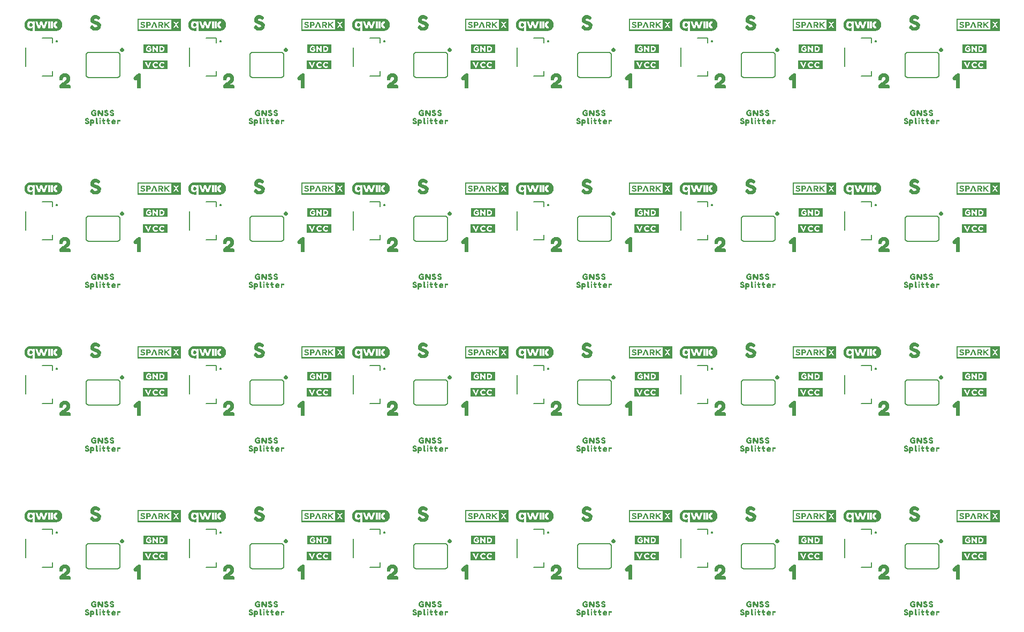
<source format=gto>
G04 EAGLE Gerber RS-274X export*
G75*
%MOMM*%
%FSLAX34Y34*%
%LPD*%
%INSilkscreen Top*%
%IPPOS*%
%AMOC8*
5,1,8,0,0,1.08239X$1,22.5*%
G01*
%ADD10C,0.203200*%

G36*
X768397Y945535D02*
X768397Y945535D01*
X768392Y945543D01*
X768399Y945549D01*
X768399Y964531D01*
X768363Y964579D01*
X768356Y964573D01*
X768350Y964581D01*
X699770Y964581D01*
X699723Y964545D01*
X699728Y964537D01*
X699721Y964531D01*
X699721Y945549D01*
X699757Y945501D01*
X699764Y945507D01*
X699770Y945499D01*
X768350Y945499D01*
X768397Y945535D01*
G37*
G36*
X250237Y427375D02*
X250237Y427375D01*
X250232Y427383D01*
X250239Y427389D01*
X250239Y446371D01*
X250203Y446419D01*
X250196Y446413D01*
X250190Y446421D01*
X181610Y446421D01*
X181563Y446385D01*
X181568Y446377D01*
X181561Y446371D01*
X181561Y427389D01*
X181597Y427341D01*
X181604Y427347D01*
X181610Y427339D01*
X250190Y427339D01*
X250237Y427375D01*
G37*
G36*
X250203Y187339D02*
X250203Y187339D01*
X250196Y187333D01*
X250190Y187341D01*
X181610Y187341D01*
X181563Y187305D01*
X181568Y187297D01*
X181561Y187291D01*
X181561Y168309D01*
X181597Y168261D01*
X181604Y168267D01*
X181610Y168259D01*
X250190Y168259D01*
X250237Y168295D01*
X250232Y168303D01*
X250239Y168309D01*
X250239Y187291D01*
X250203Y187339D01*
G37*
G36*
X1545637Y427375D02*
X1545637Y427375D01*
X1545632Y427383D01*
X1545639Y427389D01*
X1545639Y446371D01*
X1545603Y446419D01*
X1545596Y446413D01*
X1545590Y446421D01*
X1477010Y446421D01*
X1476963Y446385D01*
X1476968Y446377D01*
X1476961Y446371D01*
X1476961Y427389D01*
X1476997Y427341D01*
X1477004Y427347D01*
X1477010Y427339D01*
X1545590Y427339D01*
X1545637Y427375D01*
G37*
G36*
X1027477Y427375D02*
X1027477Y427375D01*
X1027472Y427383D01*
X1027479Y427389D01*
X1027479Y446371D01*
X1027443Y446419D01*
X1027436Y446413D01*
X1027430Y446421D01*
X958850Y446421D01*
X958803Y446385D01*
X958808Y446377D01*
X958801Y446371D01*
X958801Y427389D01*
X958837Y427341D01*
X958844Y427347D01*
X958850Y427339D01*
X1027430Y427339D01*
X1027477Y427375D01*
G37*
G36*
X1545637Y168295D02*
X1545637Y168295D01*
X1545632Y168303D01*
X1545639Y168309D01*
X1545639Y187291D01*
X1545603Y187339D01*
X1545596Y187333D01*
X1545590Y187341D01*
X1477010Y187341D01*
X1476963Y187305D01*
X1476968Y187297D01*
X1476961Y187291D01*
X1476961Y168309D01*
X1476997Y168261D01*
X1477004Y168267D01*
X1477010Y168259D01*
X1545590Y168259D01*
X1545637Y168295D01*
G37*
G36*
X768397Y168295D02*
X768397Y168295D01*
X768392Y168303D01*
X768399Y168309D01*
X768399Y187291D01*
X768363Y187339D01*
X768356Y187333D01*
X768350Y187341D01*
X699770Y187341D01*
X699723Y187305D01*
X699728Y187297D01*
X699721Y187291D01*
X699721Y168309D01*
X699757Y168261D01*
X699764Y168267D01*
X699770Y168259D01*
X768350Y168259D01*
X768397Y168295D01*
G37*
G36*
X1286557Y427375D02*
X1286557Y427375D01*
X1286552Y427383D01*
X1286559Y427389D01*
X1286559Y446371D01*
X1286523Y446419D01*
X1286516Y446413D01*
X1286510Y446421D01*
X1217930Y446421D01*
X1217883Y446385D01*
X1217888Y446377D01*
X1217881Y446371D01*
X1217881Y427389D01*
X1217917Y427341D01*
X1217924Y427347D01*
X1217930Y427339D01*
X1286510Y427339D01*
X1286557Y427375D01*
G37*
G36*
X509317Y168295D02*
X509317Y168295D01*
X509312Y168303D01*
X509319Y168309D01*
X509319Y187291D01*
X509283Y187339D01*
X509276Y187333D01*
X509270Y187341D01*
X440690Y187341D01*
X440643Y187305D01*
X440648Y187297D01*
X440641Y187291D01*
X440641Y168309D01*
X440677Y168261D01*
X440684Y168267D01*
X440690Y168259D01*
X509270Y168259D01*
X509317Y168295D01*
G37*
G36*
X1286557Y168295D02*
X1286557Y168295D01*
X1286552Y168303D01*
X1286559Y168309D01*
X1286559Y187291D01*
X1286523Y187339D01*
X1286516Y187333D01*
X1286510Y187341D01*
X1217930Y187341D01*
X1217883Y187305D01*
X1217888Y187297D01*
X1217881Y187291D01*
X1217881Y168309D01*
X1217917Y168261D01*
X1217924Y168267D01*
X1217930Y168259D01*
X1286510Y168259D01*
X1286557Y168295D01*
G37*
G36*
X768397Y686455D02*
X768397Y686455D01*
X768392Y686463D01*
X768399Y686469D01*
X768399Y705451D01*
X768363Y705499D01*
X768356Y705493D01*
X768350Y705501D01*
X699770Y705501D01*
X699723Y705465D01*
X699728Y705457D01*
X699721Y705451D01*
X699721Y686469D01*
X699757Y686421D01*
X699764Y686427D01*
X699770Y686419D01*
X768350Y686419D01*
X768397Y686455D01*
G37*
G36*
X1027477Y168295D02*
X1027477Y168295D01*
X1027472Y168303D01*
X1027479Y168309D01*
X1027479Y187291D01*
X1027443Y187339D01*
X1027436Y187333D01*
X1027430Y187341D01*
X958850Y187341D01*
X958803Y187305D01*
X958808Y187297D01*
X958801Y187291D01*
X958801Y168309D01*
X958837Y168261D01*
X958844Y168267D01*
X958850Y168259D01*
X1027430Y168259D01*
X1027477Y168295D01*
G37*
G36*
X509317Y427375D02*
X509317Y427375D01*
X509312Y427383D01*
X509319Y427389D01*
X509319Y446371D01*
X509283Y446419D01*
X509276Y446413D01*
X509270Y446421D01*
X440690Y446421D01*
X440643Y446385D01*
X440648Y446377D01*
X440641Y446371D01*
X440641Y427389D01*
X440677Y427341D01*
X440684Y427347D01*
X440690Y427339D01*
X509270Y427339D01*
X509317Y427375D01*
G37*
G36*
X509317Y945535D02*
X509317Y945535D01*
X509312Y945543D01*
X509319Y945549D01*
X509319Y964531D01*
X509283Y964579D01*
X509276Y964573D01*
X509270Y964581D01*
X440690Y964581D01*
X440643Y964545D01*
X440648Y964537D01*
X440641Y964531D01*
X440641Y945549D01*
X440677Y945501D01*
X440684Y945507D01*
X440690Y945499D01*
X509270Y945499D01*
X509317Y945535D01*
G37*
G36*
X1545637Y945535D02*
X1545637Y945535D01*
X1545632Y945543D01*
X1545639Y945549D01*
X1545639Y964531D01*
X1545603Y964579D01*
X1545596Y964573D01*
X1545590Y964581D01*
X1477010Y964581D01*
X1476963Y964545D01*
X1476968Y964537D01*
X1476961Y964531D01*
X1476961Y945549D01*
X1476997Y945501D01*
X1477004Y945507D01*
X1477010Y945499D01*
X1545590Y945499D01*
X1545637Y945535D01*
G37*
G36*
X250237Y945535D02*
X250237Y945535D01*
X250232Y945543D01*
X250239Y945549D01*
X250239Y964531D01*
X250203Y964579D01*
X250196Y964573D01*
X250190Y964581D01*
X181610Y964581D01*
X181563Y964545D01*
X181568Y964537D01*
X181561Y964531D01*
X181561Y945549D01*
X181597Y945501D01*
X181604Y945507D01*
X181610Y945499D01*
X250190Y945499D01*
X250237Y945535D01*
G37*
G36*
X1027477Y945535D02*
X1027477Y945535D01*
X1027472Y945543D01*
X1027479Y945549D01*
X1027479Y964531D01*
X1027443Y964579D01*
X1027436Y964573D01*
X1027430Y964581D01*
X958850Y964581D01*
X958803Y964545D01*
X958808Y964537D01*
X958801Y964531D01*
X958801Y945549D01*
X958837Y945501D01*
X958844Y945507D01*
X958850Y945499D01*
X1027430Y945499D01*
X1027477Y945535D01*
G37*
G36*
X1286557Y945535D02*
X1286557Y945535D01*
X1286552Y945543D01*
X1286559Y945549D01*
X1286559Y964531D01*
X1286523Y964579D01*
X1286516Y964573D01*
X1286510Y964581D01*
X1217930Y964581D01*
X1217883Y964545D01*
X1217888Y964537D01*
X1217881Y964531D01*
X1217881Y945549D01*
X1217917Y945501D01*
X1217924Y945507D01*
X1217930Y945499D01*
X1286510Y945499D01*
X1286557Y945535D01*
G37*
G36*
X1027477Y686455D02*
X1027477Y686455D01*
X1027472Y686463D01*
X1027479Y686469D01*
X1027479Y705451D01*
X1027443Y705499D01*
X1027436Y705493D01*
X1027430Y705501D01*
X958850Y705501D01*
X958803Y705465D01*
X958808Y705457D01*
X958801Y705451D01*
X958801Y686469D01*
X958837Y686421D01*
X958844Y686427D01*
X958850Y686419D01*
X1027430Y686419D01*
X1027477Y686455D01*
G37*
G36*
X1545637Y686455D02*
X1545637Y686455D01*
X1545632Y686463D01*
X1545639Y686469D01*
X1545639Y705451D01*
X1545603Y705499D01*
X1545596Y705493D01*
X1545590Y705501D01*
X1477010Y705501D01*
X1476963Y705465D01*
X1476968Y705457D01*
X1476961Y705451D01*
X1476961Y686469D01*
X1476997Y686421D01*
X1477004Y686427D01*
X1477010Y686419D01*
X1545590Y686419D01*
X1545637Y686455D01*
G37*
G36*
X250237Y686455D02*
X250237Y686455D01*
X250232Y686463D01*
X250239Y686469D01*
X250239Y705451D01*
X250203Y705499D01*
X250196Y705493D01*
X250190Y705501D01*
X181610Y705501D01*
X181563Y705465D01*
X181568Y705457D01*
X181561Y705451D01*
X181561Y686469D01*
X181597Y686421D01*
X181604Y686427D01*
X181610Y686419D01*
X250190Y686419D01*
X250237Y686455D01*
G37*
G36*
X768397Y427375D02*
X768397Y427375D01*
X768392Y427383D01*
X768399Y427389D01*
X768399Y446371D01*
X768363Y446419D01*
X768356Y446413D01*
X768350Y446421D01*
X699770Y446421D01*
X699723Y446385D01*
X699728Y446377D01*
X699721Y446371D01*
X699721Y427389D01*
X699757Y427341D01*
X699764Y427347D01*
X699770Y427339D01*
X768350Y427339D01*
X768397Y427375D01*
G37*
G36*
X1286557Y686455D02*
X1286557Y686455D01*
X1286552Y686463D01*
X1286559Y686469D01*
X1286559Y705451D01*
X1286523Y705499D01*
X1286516Y705493D01*
X1286510Y705501D01*
X1217930Y705501D01*
X1217883Y705465D01*
X1217888Y705457D01*
X1217881Y705451D01*
X1217881Y686469D01*
X1217917Y686421D01*
X1217924Y686427D01*
X1217930Y686419D01*
X1286510Y686419D01*
X1286557Y686455D01*
G37*
G36*
X509317Y686455D02*
X509317Y686455D01*
X509312Y686463D01*
X509319Y686469D01*
X509319Y705451D01*
X509283Y705499D01*
X509276Y705493D01*
X509270Y705501D01*
X440690Y705501D01*
X440643Y705465D01*
X440648Y705457D01*
X440641Y705451D01*
X440641Y686469D01*
X440677Y686421D01*
X440684Y686427D01*
X440690Y686419D01*
X509270Y686419D01*
X509317Y686455D01*
G37*
G36*
X792619Y945379D02*
X792619Y945379D01*
X792641Y945383D01*
X792648Y945398D01*
X792657Y945404D01*
X792656Y945414D01*
X792663Y945430D01*
X792663Y950870D01*
X792659Y950876D01*
X792644Y950914D01*
X792634Y950924D01*
X792627Y950926D01*
X792626Y950927D01*
X792623Y950927D01*
X792606Y950931D01*
X792578Y950942D01*
X792573Y950938D01*
X792568Y950939D01*
X792561Y950930D01*
X792536Y950912D01*
X792466Y950792D01*
X792407Y950694D01*
X792312Y950560D01*
X792127Y950366D01*
X791900Y950178D01*
X791713Y950030D01*
X791498Y949894D01*
X791202Y949726D01*
X790928Y949609D01*
X790563Y949490D01*
X790278Y949422D01*
X789962Y949372D01*
X789606Y949333D01*
X789311Y949333D01*
X789014Y949343D01*
X788658Y949372D01*
X788054Y949471D01*
X787438Y949660D01*
X787432Y949658D01*
X787422Y949669D01*
X787125Y949778D01*
X786811Y949935D01*
X786465Y950152D01*
X786168Y950350D01*
X785873Y950606D01*
X785606Y950882D01*
X785389Y951130D01*
X785212Y951366D01*
X784974Y951743D01*
X784854Y951951D01*
X784842Y951958D01*
X784837Y951964D01*
X784837Y951976D01*
X784707Y952265D01*
X784559Y952603D01*
X784450Y952917D01*
X784341Y953404D01*
X784242Y953842D01*
X784192Y954157D01*
X784153Y954802D01*
X784143Y955061D01*
X784153Y955388D01*
X784141Y955407D01*
X784149Y955420D01*
X784158Y955427D01*
X784157Y955435D01*
X784163Y955445D01*
X784222Y956133D01*
X784262Y956419D01*
X784331Y956737D01*
X784410Y957063D01*
X784539Y957468D01*
X784667Y957775D01*
X784836Y958132D01*
X785024Y958477D01*
X785171Y958693D01*
X785399Y958990D01*
X785714Y959345D01*
X786238Y959770D01*
X786514Y959967D01*
X786870Y960165D01*
X786873Y960171D01*
X786877Y960169D01*
X786880Y960173D01*
X786886Y960173D01*
X787195Y960312D01*
X787539Y960450D01*
X787943Y960549D01*
X788438Y960638D01*
X788854Y960677D01*
X789321Y960697D01*
X789487Y960697D01*
X789794Y960668D01*
X790001Y960648D01*
X790296Y960589D01*
X790426Y960559D01*
X790661Y960500D01*
X790876Y960412D01*
X791163Y960293D01*
X791439Y960146D01*
X791694Y959988D01*
X791990Y959762D01*
X792237Y959535D01*
X792484Y959287D01*
X792563Y959198D01*
X792577Y959195D01*
X792584Y959183D01*
X792607Y959186D01*
X792629Y959180D01*
X792638Y959191D01*
X792651Y959193D01*
X792666Y959224D01*
X792672Y959232D01*
X792671Y959236D01*
X792673Y959240D01*
X792673Y960587D01*
X796267Y960587D01*
X796277Y945460D01*
X796289Y945441D01*
X796293Y945419D01*
X796308Y945412D01*
X796314Y945403D01*
X796324Y945404D01*
X796340Y945397D01*
X803510Y945397D01*
X803520Y945404D01*
X803524Y945404D01*
X803540Y945397D01*
X810981Y945407D01*
X810984Y945403D01*
X810994Y945404D01*
X811010Y945397D01*
X819890Y945397D01*
X819902Y945405D01*
X819904Y945403D01*
X819914Y945404D01*
X819930Y945397D01*
X830020Y945397D01*
X830021Y945398D01*
X830023Y945397D01*
X830923Y945447D01*
X830940Y945460D01*
X830946Y945458D01*
X832116Y945568D01*
X832121Y945571D01*
X832130Y945570D01*
X832309Y945630D01*
X832928Y945810D01*
X833628Y946020D01*
X833630Y946023D01*
X833635Y946022D01*
X834255Y946292D01*
X834256Y946294D01*
X834259Y946294D01*
X834829Y946594D01*
X834829Y946595D01*
X834830Y946595D01*
X835490Y946955D01*
X835492Y946959D01*
X835498Y946960D01*
X836118Y947430D01*
X836118Y947431D01*
X836120Y947432D01*
X836870Y948062D01*
X836871Y948065D01*
X836875Y948066D01*
X837305Y948506D01*
X837305Y948508D01*
X837308Y948510D01*
X837908Y949230D01*
X837909Y949239D01*
X837917Y949244D01*
X837916Y949254D01*
X837950Y949272D01*
X838170Y949562D01*
X838170Y949566D01*
X838174Y949569D01*
X838774Y950619D01*
X838774Y950620D01*
X838776Y950621D01*
X839166Y951371D01*
X839165Y951375D01*
X839169Y951379D01*
X839289Y951719D01*
X839289Y951720D01*
X839290Y951721D01*
X839470Y952301D01*
X839468Y952309D01*
X839470Y952311D01*
X839670Y952951D01*
X839669Y952955D01*
X839672Y952958D01*
X839762Y953428D01*
X839761Y953431D01*
X839762Y953434D01*
X839922Y954984D01*
X839920Y954988D01*
X839923Y954994D01*
X839863Y955864D01*
X839862Y955865D01*
X839862Y955867D01*
X839752Y956877D01*
X839752Y956878D01*
X839752Y956880D01*
X839702Y957200D01*
X839699Y957203D01*
X839700Y957208D01*
X839580Y957598D01*
X839541Y957746D01*
X839531Y957755D01*
X839531Y957758D01*
X839529Y957759D01*
X839528Y957765D01*
X839530Y957779D01*
X839250Y958659D01*
X839248Y958661D01*
X839248Y958664D01*
X839048Y959154D01*
X839046Y959156D01*
X839045Y959160D01*
X838655Y959880D01*
X838345Y960440D01*
X838341Y960442D01*
X838340Y960448D01*
X838100Y960768D01*
X838098Y960769D01*
X838097Y960771D01*
X838093Y960773D01*
X838089Y960789D01*
X837329Y961729D01*
X837327Y961730D01*
X837326Y961731D01*
X837326Y961733D01*
X836946Y962133D01*
X836942Y962134D01*
X836940Y962138D01*
X836540Y962468D01*
X836540Y962469D01*
X836100Y962829D01*
X835771Y963108D01*
X835766Y963108D01*
X835762Y963114D01*
X835332Y963374D01*
X835331Y963374D01*
X835330Y963375D01*
X834490Y963835D01*
X834489Y963835D01*
X834488Y963836D01*
X833838Y964166D01*
X833834Y964165D01*
X833829Y964170D01*
X833299Y964340D01*
X832369Y964630D01*
X832354Y964626D01*
X832352Y964627D01*
X832346Y964637D01*
X832338Y964636D01*
X832327Y964642D01*
X830187Y964892D01*
X830184Y964891D01*
X830180Y964893D01*
X825200Y964893D01*
X825187Y964885D01*
X825186Y964887D01*
X825176Y964886D01*
X825160Y964893D01*
X816709Y964883D01*
X816706Y964887D01*
X816694Y964885D01*
X816684Y964893D01*
X816671Y964888D01*
X816660Y964893D01*
X800650Y964893D01*
X800640Y964886D01*
X800636Y964886D01*
X800620Y964893D01*
X792620Y964893D01*
X792616Y964890D01*
X792610Y964893D01*
X789880Y964893D01*
X789878Y964891D01*
X789875Y964893D01*
X788235Y964763D01*
X788233Y964761D01*
X788230Y964762D01*
X787560Y964652D01*
X787557Y964649D01*
X787552Y964650D01*
X786302Y964280D01*
X786301Y964278D01*
X786298Y964279D01*
X785618Y964019D01*
X785615Y964016D01*
X785610Y964015D01*
X785000Y963685D01*
X784999Y963685D01*
X784340Y963315D01*
X784322Y963306D01*
X784311Y963288D01*
X784303Y963290D01*
X784298Y963284D01*
X784285Y963282D01*
X783935Y963042D01*
X783934Y963039D01*
X783930Y963039D01*
X783440Y962639D01*
X783440Y962638D01*
X783439Y962638D01*
X783159Y962398D01*
X783159Y962397D01*
X782919Y962187D01*
X782918Y962187D01*
X782738Y962027D01*
X782737Y962024D01*
X782733Y962022D01*
X782483Y961742D01*
X782483Y961741D01*
X782482Y961740D01*
X782132Y961320D01*
X781812Y960930D01*
X781811Y960929D01*
X781810Y960928D01*
X781590Y960638D01*
X781590Y960637D01*
X781589Y960636D01*
X781399Y960366D01*
X781399Y960364D01*
X781396Y960362D01*
X781216Y960052D01*
X781216Y960051D01*
X781215Y960050D01*
X781055Y959760D01*
X781055Y959759D01*
X781054Y959759D01*
X780654Y958979D01*
X780655Y958975D01*
X780651Y958971D01*
X780371Y958181D01*
X780371Y958179D01*
X780370Y958178D01*
X780304Y957952D01*
X780299Y957946D01*
X780029Y956946D01*
X780031Y956942D01*
X780028Y956936D01*
X779968Y956326D01*
X779898Y955646D01*
X779897Y955645D01*
X779867Y955245D01*
X779880Y955222D01*
X779881Y955217D01*
X779877Y955209D01*
X779887Y954779D01*
X779889Y954777D01*
X779888Y954774D01*
X779938Y954264D01*
X779938Y954263D01*
X779988Y953793D01*
X780028Y953404D01*
X780030Y953401D01*
X780029Y953397D01*
X780099Y953067D01*
X780100Y953066D01*
X780099Y953064D01*
X780279Y952404D01*
X780281Y952402D01*
X780280Y952400D01*
X780560Y951560D01*
X780562Y951559D01*
X780562Y951556D01*
X780782Y951016D01*
X780785Y951014D01*
X780785Y951010D01*
X781035Y950560D01*
X781305Y950060D01*
X781403Y949882D01*
X781398Y949872D01*
X781403Y949866D01*
X781401Y949858D01*
X781424Y949841D01*
X781426Y949838D01*
X781430Y949822D01*
X781790Y949342D01*
X781791Y949342D01*
X781792Y949340D01*
X782132Y948930D01*
X782752Y948190D01*
X782757Y948188D01*
X782760Y948181D01*
X783920Y947231D01*
X783922Y947231D01*
X783923Y947230D01*
X784153Y947060D01*
X784155Y947059D01*
X784157Y947056D01*
X784617Y946776D01*
X784619Y946776D01*
X784620Y946775D01*
X785030Y946555D01*
X785031Y946555D01*
X785370Y946375D01*
X785759Y946155D01*
X785781Y946157D01*
X785782Y946149D01*
X785794Y946146D01*
X785812Y946130D01*
X787812Y945540D01*
X787817Y945541D01*
X787824Y945538D01*
X789534Y945368D01*
X789536Y945369D01*
X789540Y945367D01*
X792600Y945367D01*
X792619Y945379D01*
G37*
G36*
X1051699Y945379D02*
X1051699Y945379D01*
X1051721Y945383D01*
X1051728Y945398D01*
X1051737Y945404D01*
X1051736Y945414D01*
X1051743Y945430D01*
X1051743Y950870D01*
X1051739Y950876D01*
X1051724Y950914D01*
X1051714Y950924D01*
X1051707Y950926D01*
X1051706Y950927D01*
X1051703Y950927D01*
X1051686Y950931D01*
X1051658Y950942D01*
X1051653Y950938D01*
X1051648Y950939D01*
X1051641Y950930D01*
X1051616Y950912D01*
X1051546Y950792D01*
X1051487Y950694D01*
X1051392Y950560D01*
X1051207Y950366D01*
X1050980Y950178D01*
X1050793Y950030D01*
X1050578Y949894D01*
X1050282Y949726D01*
X1050008Y949609D01*
X1049643Y949490D01*
X1049358Y949422D01*
X1049042Y949372D01*
X1048686Y949333D01*
X1048391Y949333D01*
X1048094Y949343D01*
X1047738Y949372D01*
X1047134Y949471D01*
X1046518Y949660D01*
X1046512Y949658D01*
X1046502Y949669D01*
X1046205Y949778D01*
X1045891Y949935D01*
X1045545Y950152D01*
X1045248Y950350D01*
X1044953Y950606D01*
X1044686Y950882D01*
X1044469Y951130D01*
X1044292Y951366D01*
X1044054Y951743D01*
X1043934Y951951D01*
X1043922Y951958D01*
X1043917Y951964D01*
X1043917Y951976D01*
X1043787Y952265D01*
X1043639Y952603D01*
X1043530Y952917D01*
X1043421Y953404D01*
X1043322Y953842D01*
X1043272Y954157D01*
X1043233Y954802D01*
X1043223Y955061D01*
X1043233Y955388D01*
X1043221Y955407D01*
X1043229Y955420D01*
X1043238Y955427D01*
X1043237Y955435D01*
X1043243Y955445D01*
X1043302Y956133D01*
X1043342Y956419D01*
X1043411Y956737D01*
X1043490Y957063D01*
X1043619Y957468D01*
X1043747Y957775D01*
X1043916Y958132D01*
X1044104Y958477D01*
X1044251Y958693D01*
X1044479Y958990D01*
X1044794Y959345D01*
X1045318Y959770D01*
X1045594Y959967D01*
X1045950Y960165D01*
X1045953Y960171D01*
X1045957Y960169D01*
X1045960Y960173D01*
X1045966Y960173D01*
X1046275Y960312D01*
X1046619Y960450D01*
X1047023Y960549D01*
X1047518Y960638D01*
X1047934Y960677D01*
X1048401Y960697D01*
X1048567Y960697D01*
X1048874Y960668D01*
X1049081Y960648D01*
X1049376Y960589D01*
X1049506Y960559D01*
X1049741Y960500D01*
X1049956Y960412D01*
X1050243Y960293D01*
X1050519Y960146D01*
X1050774Y959988D01*
X1051070Y959762D01*
X1051317Y959535D01*
X1051564Y959287D01*
X1051643Y959198D01*
X1051657Y959195D01*
X1051664Y959183D01*
X1051687Y959186D01*
X1051709Y959180D01*
X1051718Y959191D01*
X1051731Y959193D01*
X1051746Y959224D01*
X1051752Y959232D01*
X1051751Y959236D01*
X1051753Y959240D01*
X1051753Y960587D01*
X1055347Y960587D01*
X1055357Y945460D01*
X1055369Y945441D01*
X1055373Y945419D01*
X1055388Y945412D01*
X1055394Y945403D01*
X1055404Y945404D01*
X1055420Y945397D01*
X1062590Y945397D01*
X1062600Y945404D01*
X1062604Y945404D01*
X1062620Y945397D01*
X1070061Y945407D01*
X1070064Y945403D01*
X1070074Y945404D01*
X1070090Y945397D01*
X1078970Y945397D01*
X1078982Y945405D01*
X1078984Y945403D01*
X1078994Y945404D01*
X1079010Y945397D01*
X1089100Y945397D01*
X1089101Y945398D01*
X1089103Y945397D01*
X1090003Y945447D01*
X1090020Y945460D01*
X1090026Y945458D01*
X1091196Y945568D01*
X1091201Y945571D01*
X1091210Y945570D01*
X1091389Y945630D01*
X1092008Y945810D01*
X1092708Y946020D01*
X1092710Y946023D01*
X1092715Y946022D01*
X1093335Y946292D01*
X1093336Y946294D01*
X1093339Y946294D01*
X1093909Y946594D01*
X1093909Y946595D01*
X1093910Y946595D01*
X1094570Y946955D01*
X1094572Y946959D01*
X1094578Y946960D01*
X1095198Y947430D01*
X1095198Y947431D01*
X1095200Y947432D01*
X1095950Y948062D01*
X1095951Y948065D01*
X1095955Y948066D01*
X1096385Y948506D01*
X1096385Y948508D01*
X1096388Y948510D01*
X1096988Y949230D01*
X1096989Y949239D01*
X1096997Y949244D01*
X1096996Y949254D01*
X1097030Y949272D01*
X1097250Y949562D01*
X1097250Y949566D01*
X1097254Y949569D01*
X1097854Y950619D01*
X1097854Y950620D01*
X1097856Y950621D01*
X1098246Y951371D01*
X1098245Y951375D01*
X1098249Y951379D01*
X1098369Y951719D01*
X1098369Y951720D01*
X1098370Y951721D01*
X1098550Y952301D01*
X1098548Y952309D01*
X1098550Y952311D01*
X1098750Y952951D01*
X1098749Y952955D01*
X1098752Y952958D01*
X1098842Y953428D01*
X1098841Y953431D01*
X1098842Y953434D01*
X1099002Y954984D01*
X1099000Y954988D01*
X1099003Y954994D01*
X1098943Y955864D01*
X1098942Y955865D01*
X1098942Y955867D01*
X1098832Y956877D01*
X1098832Y956878D01*
X1098832Y956880D01*
X1098782Y957200D01*
X1098779Y957203D01*
X1098780Y957208D01*
X1098660Y957598D01*
X1098621Y957746D01*
X1098611Y957755D01*
X1098611Y957758D01*
X1098609Y957759D01*
X1098608Y957765D01*
X1098610Y957779D01*
X1098330Y958659D01*
X1098328Y958661D01*
X1098328Y958664D01*
X1098128Y959154D01*
X1098126Y959156D01*
X1098125Y959160D01*
X1097735Y959880D01*
X1097425Y960440D01*
X1097421Y960442D01*
X1097420Y960448D01*
X1097180Y960768D01*
X1097178Y960769D01*
X1097177Y960771D01*
X1097173Y960773D01*
X1097169Y960789D01*
X1096409Y961729D01*
X1096407Y961730D01*
X1096406Y961731D01*
X1096406Y961733D01*
X1096026Y962133D01*
X1096022Y962134D01*
X1096020Y962138D01*
X1095620Y962468D01*
X1095620Y962469D01*
X1095180Y962829D01*
X1094851Y963108D01*
X1094846Y963108D01*
X1094842Y963114D01*
X1094412Y963374D01*
X1094411Y963374D01*
X1094410Y963375D01*
X1093570Y963835D01*
X1093569Y963835D01*
X1093568Y963836D01*
X1092918Y964166D01*
X1092914Y964165D01*
X1092909Y964170D01*
X1092379Y964340D01*
X1091449Y964630D01*
X1091434Y964626D01*
X1091432Y964627D01*
X1091426Y964637D01*
X1091418Y964636D01*
X1091407Y964642D01*
X1089267Y964892D01*
X1089264Y964891D01*
X1089260Y964893D01*
X1084280Y964893D01*
X1084267Y964885D01*
X1084266Y964887D01*
X1084256Y964886D01*
X1084240Y964893D01*
X1075789Y964883D01*
X1075786Y964887D01*
X1075774Y964885D01*
X1075764Y964893D01*
X1075751Y964888D01*
X1075740Y964893D01*
X1059730Y964893D01*
X1059720Y964886D01*
X1059716Y964886D01*
X1059700Y964893D01*
X1051700Y964893D01*
X1051696Y964890D01*
X1051690Y964893D01*
X1048960Y964893D01*
X1048958Y964891D01*
X1048955Y964893D01*
X1047315Y964763D01*
X1047313Y964761D01*
X1047310Y964762D01*
X1046640Y964652D01*
X1046637Y964649D01*
X1046632Y964650D01*
X1045382Y964280D01*
X1045381Y964278D01*
X1045378Y964279D01*
X1044698Y964019D01*
X1044695Y964016D01*
X1044690Y964015D01*
X1044080Y963685D01*
X1044079Y963685D01*
X1043420Y963315D01*
X1043402Y963306D01*
X1043391Y963288D01*
X1043383Y963290D01*
X1043378Y963284D01*
X1043365Y963282D01*
X1043015Y963042D01*
X1043014Y963039D01*
X1043010Y963039D01*
X1042520Y962639D01*
X1042520Y962638D01*
X1042519Y962638D01*
X1042239Y962398D01*
X1042239Y962397D01*
X1041999Y962187D01*
X1041998Y962187D01*
X1041818Y962027D01*
X1041817Y962024D01*
X1041813Y962022D01*
X1041563Y961742D01*
X1041563Y961741D01*
X1041562Y961740D01*
X1041212Y961320D01*
X1040892Y960930D01*
X1040891Y960929D01*
X1040890Y960928D01*
X1040670Y960638D01*
X1040670Y960637D01*
X1040669Y960636D01*
X1040479Y960366D01*
X1040479Y960364D01*
X1040476Y960362D01*
X1040296Y960052D01*
X1040296Y960051D01*
X1040295Y960050D01*
X1040135Y959760D01*
X1040135Y959759D01*
X1040134Y959759D01*
X1039734Y958979D01*
X1039735Y958975D01*
X1039731Y958971D01*
X1039451Y958181D01*
X1039451Y958179D01*
X1039450Y958178D01*
X1039384Y957952D01*
X1039379Y957946D01*
X1039109Y956946D01*
X1039111Y956942D01*
X1039108Y956936D01*
X1039048Y956326D01*
X1038978Y955646D01*
X1038977Y955645D01*
X1038947Y955245D01*
X1038960Y955222D01*
X1038961Y955217D01*
X1038957Y955209D01*
X1038967Y954779D01*
X1038969Y954777D01*
X1038968Y954774D01*
X1039018Y954264D01*
X1039018Y954263D01*
X1039068Y953793D01*
X1039108Y953404D01*
X1039110Y953401D01*
X1039109Y953397D01*
X1039179Y953067D01*
X1039180Y953066D01*
X1039179Y953064D01*
X1039359Y952404D01*
X1039361Y952402D01*
X1039360Y952400D01*
X1039640Y951560D01*
X1039642Y951559D01*
X1039642Y951556D01*
X1039862Y951016D01*
X1039865Y951014D01*
X1039865Y951010D01*
X1040115Y950560D01*
X1040385Y950060D01*
X1040483Y949882D01*
X1040478Y949872D01*
X1040483Y949866D01*
X1040481Y949858D01*
X1040504Y949841D01*
X1040506Y949838D01*
X1040510Y949822D01*
X1040870Y949342D01*
X1040871Y949342D01*
X1040872Y949340D01*
X1041212Y948930D01*
X1041832Y948190D01*
X1041837Y948188D01*
X1041840Y948181D01*
X1043000Y947231D01*
X1043002Y947231D01*
X1043003Y947230D01*
X1043233Y947060D01*
X1043235Y947059D01*
X1043237Y947056D01*
X1043697Y946776D01*
X1043699Y946776D01*
X1043700Y946775D01*
X1044110Y946555D01*
X1044111Y946555D01*
X1044450Y946375D01*
X1044839Y946155D01*
X1044861Y946157D01*
X1044862Y946149D01*
X1044874Y946146D01*
X1044892Y946130D01*
X1046892Y945540D01*
X1046897Y945541D01*
X1046904Y945538D01*
X1048614Y945368D01*
X1048616Y945369D01*
X1048620Y945367D01*
X1051680Y945367D01*
X1051699Y945379D01*
G37*
G36*
X1310779Y945379D02*
X1310779Y945379D01*
X1310801Y945383D01*
X1310808Y945398D01*
X1310817Y945404D01*
X1310816Y945414D01*
X1310823Y945430D01*
X1310823Y950870D01*
X1310819Y950876D01*
X1310804Y950914D01*
X1310794Y950924D01*
X1310787Y950926D01*
X1310786Y950927D01*
X1310783Y950927D01*
X1310766Y950931D01*
X1310738Y950942D01*
X1310733Y950938D01*
X1310728Y950939D01*
X1310721Y950930D01*
X1310696Y950912D01*
X1310626Y950792D01*
X1310567Y950694D01*
X1310472Y950560D01*
X1310287Y950366D01*
X1310060Y950178D01*
X1309873Y950030D01*
X1309658Y949894D01*
X1309362Y949726D01*
X1309088Y949609D01*
X1308723Y949490D01*
X1308438Y949422D01*
X1308122Y949372D01*
X1307766Y949333D01*
X1307471Y949333D01*
X1307174Y949343D01*
X1306818Y949372D01*
X1306214Y949471D01*
X1305598Y949660D01*
X1305592Y949658D01*
X1305582Y949669D01*
X1305285Y949778D01*
X1304971Y949935D01*
X1304625Y950152D01*
X1304328Y950350D01*
X1304033Y950606D01*
X1303766Y950882D01*
X1303549Y951130D01*
X1303372Y951366D01*
X1303134Y951743D01*
X1303014Y951951D01*
X1303002Y951958D01*
X1302997Y951964D01*
X1302997Y951976D01*
X1302867Y952265D01*
X1302719Y952603D01*
X1302610Y952917D01*
X1302501Y953404D01*
X1302402Y953842D01*
X1302352Y954157D01*
X1302313Y954802D01*
X1302303Y955061D01*
X1302313Y955388D01*
X1302301Y955407D01*
X1302309Y955420D01*
X1302318Y955427D01*
X1302317Y955435D01*
X1302323Y955445D01*
X1302382Y956133D01*
X1302422Y956419D01*
X1302491Y956737D01*
X1302570Y957063D01*
X1302699Y957468D01*
X1302827Y957775D01*
X1302996Y958132D01*
X1303184Y958477D01*
X1303331Y958693D01*
X1303559Y958990D01*
X1303874Y959345D01*
X1304398Y959770D01*
X1304674Y959967D01*
X1305030Y960165D01*
X1305033Y960171D01*
X1305037Y960169D01*
X1305040Y960173D01*
X1305046Y960173D01*
X1305355Y960312D01*
X1305699Y960450D01*
X1306103Y960549D01*
X1306598Y960638D01*
X1307014Y960677D01*
X1307481Y960697D01*
X1307647Y960697D01*
X1307954Y960668D01*
X1308161Y960648D01*
X1308456Y960589D01*
X1308586Y960559D01*
X1308821Y960500D01*
X1309036Y960412D01*
X1309323Y960293D01*
X1309599Y960146D01*
X1309854Y959988D01*
X1310150Y959762D01*
X1310397Y959535D01*
X1310644Y959287D01*
X1310723Y959198D01*
X1310737Y959195D01*
X1310744Y959183D01*
X1310767Y959186D01*
X1310789Y959180D01*
X1310798Y959191D01*
X1310811Y959193D01*
X1310826Y959224D01*
X1310832Y959232D01*
X1310831Y959236D01*
X1310833Y959240D01*
X1310833Y960587D01*
X1314427Y960587D01*
X1314437Y945460D01*
X1314449Y945441D01*
X1314453Y945419D01*
X1314468Y945412D01*
X1314474Y945403D01*
X1314484Y945404D01*
X1314500Y945397D01*
X1321670Y945397D01*
X1321680Y945404D01*
X1321684Y945404D01*
X1321700Y945397D01*
X1329141Y945407D01*
X1329144Y945403D01*
X1329154Y945404D01*
X1329170Y945397D01*
X1338050Y945397D01*
X1338062Y945405D01*
X1338064Y945403D01*
X1338074Y945404D01*
X1338090Y945397D01*
X1348180Y945397D01*
X1348181Y945398D01*
X1348183Y945397D01*
X1349083Y945447D01*
X1349100Y945460D01*
X1349106Y945458D01*
X1350276Y945568D01*
X1350281Y945571D01*
X1350290Y945570D01*
X1350469Y945630D01*
X1351088Y945810D01*
X1351788Y946020D01*
X1351790Y946023D01*
X1351795Y946022D01*
X1352415Y946292D01*
X1352416Y946294D01*
X1352419Y946294D01*
X1352989Y946594D01*
X1352989Y946595D01*
X1352990Y946595D01*
X1353650Y946955D01*
X1353652Y946959D01*
X1353658Y946960D01*
X1354278Y947430D01*
X1354278Y947431D01*
X1354280Y947432D01*
X1355030Y948062D01*
X1355031Y948065D01*
X1355035Y948066D01*
X1355465Y948506D01*
X1355465Y948508D01*
X1355468Y948510D01*
X1356068Y949230D01*
X1356069Y949239D01*
X1356077Y949244D01*
X1356076Y949254D01*
X1356110Y949272D01*
X1356330Y949562D01*
X1356330Y949566D01*
X1356334Y949569D01*
X1356934Y950619D01*
X1356934Y950620D01*
X1356936Y950621D01*
X1357326Y951371D01*
X1357325Y951375D01*
X1357329Y951379D01*
X1357449Y951719D01*
X1357449Y951720D01*
X1357450Y951721D01*
X1357630Y952301D01*
X1357628Y952309D01*
X1357630Y952311D01*
X1357830Y952951D01*
X1357829Y952955D01*
X1357832Y952958D01*
X1357922Y953428D01*
X1357921Y953431D01*
X1357922Y953434D01*
X1358082Y954984D01*
X1358080Y954988D01*
X1358083Y954994D01*
X1358023Y955864D01*
X1358022Y955865D01*
X1358022Y955867D01*
X1357912Y956877D01*
X1357912Y956878D01*
X1357912Y956880D01*
X1357862Y957200D01*
X1357859Y957203D01*
X1357860Y957208D01*
X1357740Y957598D01*
X1357701Y957746D01*
X1357691Y957755D01*
X1357691Y957758D01*
X1357689Y957759D01*
X1357688Y957765D01*
X1357690Y957779D01*
X1357410Y958659D01*
X1357408Y958661D01*
X1357408Y958664D01*
X1357208Y959154D01*
X1357206Y959156D01*
X1357205Y959160D01*
X1356815Y959880D01*
X1356505Y960440D01*
X1356501Y960442D01*
X1356500Y960448D01*
X1356260Y960768D01*
X1356258Y960769D01*
X1356257Y960771D01*
X1356253Y960773D01*
X1356249Y960789D01*
X1355489Y961729D01*
X1355487Y961730D01*
X1355486Y961731D01*
X1355486Y961733D01*
X1355106Y962133D01*
X1355102Y962134D01*
X1355100Y962138D01*
X1354700Y962468D01*
X1354700Y962469D01*
X1354260Y962829D01*
X1353931Y963108D01*
X1353926Y963108D01*
X1353922Y963114D01*
X1353492Y963374D01*
X1353491Y963374D01*
X1353490Y963375D01*
X1352650Y963835D01*
X1352649Y963835D01*
X1352648Y963836D01*
X1351998Y964166D01*
X1351994Y964165D01*
X1351989Y964170D01*
X1351459Y964340D01*
X1350529Y964630D01*
X1350514Y964626D01*
X1350512Y964627D01*
X1350506Y964637D01*
X1350498Y964636D01*
X1350487Y964642D01*
X1348347Y964892D01*
X1348344Y964891D01*
X1348340Y964893D01*
X1343360Y964893D01*
X1343347Y964885D01*
X1343346Y964887D01*
X1343336Y964886D01*
X1343320Y964893D01*
X1334869Y964883D01*
X1334866Y964887D01*
X1334854Y964885D01*
X1334844Y964893D01*
X1334831Y964888D01*
X1334820Y964893D01*
X1318810Y964893D01*
X1318800Y964886D01*
X1318796Y964886D01*
X1318780Y964893D01*
X1310780Y964893D01*
X1310776Y964890D01*
X1310770Y964893D01*
X1308040Y964893D01*
X1308038Y964891D01*
X1308035Y964893D01*
X1306395Y964763D01*
X1306393Y964761D01*
X1306390Y964762D01*
X1305720Y964652D01*
X1305717Y964649D01*
X1305712Y964650D01*
X1304462Y964280D01*
X1304461Y964278D01*
X1304458Y964279D01*
X1303778Y964019D01*
X1303775Y964016D01*
X1303770Y964015D01*
X1303160Y963685D01*
X1303159Y963685D01*
X1302500Y963315D01*
X1302482Y963306D01*
X1302471Y963288D01*
X1302463Y963290D01*
X1302458Y963284D01*
X1302445Y963282D01*
X1302095Y963042D01*
X1302094Y963039D01*
X1302090Y963039D01*
X1301600Y962639D01*
X1301600Y962638D01*
X1301599Y962638D01*
X1301319Y962398D01*
X1301319Y962397D01*
X1301079Y962187D01*
X1301078Y962187D01*
X1300898Y962027D01*
X1300897Y962024D01*
X1300893Y962022D01*
X1300643Y961742D01*
X1300643Y961741D01*
X1300642Y961740D01*
X1300292Y961320D01*
X1299972Y960930D01*
X1299971Y960929D01*
X1299970Y960928D01*
X1299750Y960638D01*
X1299750Y960637D01*
X1299749Y960636D01*
X1299559Y960366D01*
X1299559Y960364D01*
X1299556Y960362D01*
X1299376Y960052D01*
X1299376Y960051D01*
X1299375Y960050D01*
X1299215Y959760D01*
X1299215Y959759D01*
X1299214Y959759D01*
X1298814Y958979D01*
X1298815Y958975D01*
X1298811Y958971D01*
X1298531Y958181D01*
X1298531Y958179D01*
X1298530Y958178D01*
X1298464Y957952D01*
X1298459Y957946D01*
X1298189Y956946D01*
X1298191Y956942D01*
X1298188Y956936D01*
X1298128Y956326D01*
X1298058Y955646D01*
X1298057Y955645D01*
X1298027Y955245D01*
X1298040Y955222D01*
X1298041Y955217D01*
X1298037Y955209D01*
X1298047Y954779D01*
X1298049Y954777D01*
X1298048Y954774D01*
X1298098Y954264D01*
X1298098Y954263D01*
X1298148Y953793D01*
X1298188Y953404D01*
X1298190Y953401D01*
X1298189Y953397D01*
X1298259Y953067D01*
X1298260Y953066D01*
X1298259Y953064D01*
X1298439Y952404D01*
X1298441Y952402D01*
X1298440Y952400D01*
X1298720Y951560D01*
X1298722Y951559D01*
X1298722Y951556D01*
X1298942Y951016D01*
X1298945Y951014D01*
X1298945Y951010D01*
X1299195Y950560D01*
X1299465Y950060D01*
X1299563Y949882D01*
X1299558Y949872D01*
X1299563Y949866D01*
X1299561Y949858D01*
X1299584Y949841D01*
X1299586Y949838D01*
X1299590Y949822D01*
X1299950Y949342D01*
X1299951Y949342D01*
X1299952Y949340D01*
X1300292Y948930D01*
X1300912Y948190D01*
X1300917Y948188D01*
X1300920Y948181D01*
X1302080Y947231D01*
X1302082Y947231D01*
X1302083Y947230D01*
X1302313Y947060D01*
X1302315Y947059D01*
X1302317Y947056D01*
X1302777Y946776D01*
X1302779Y946776D01*
X1302780Y946775D01*
X1303190Y946555D01*
X1303191Y946555D01*
X1303530Y946375D01*
X1303919Y946155D01*
X1303941Y946157D01*
X1303942Y946149D01*
X1303954Y946146D01*
X1303972Y946130D01*
X1305972Y945540D01*
X1305977Y945541D01*
X1305984Y945538D01*
X1307694Y945368D01*
X1307696Y945369D01*
X1307700Y945367D01*
X1310760Y945367D01*
X1310779Y945379D01*
G37*
G36*
X15379Y168139D02*
X15379Y168139D01*
X15401Y168143D01*
X15408Y168158D01*
X15417Y168164D01*
X15416Y168174D01*
X15423Y168190D01*
X15423Y173630D01*
X15419Y173636D01*
X15404Y173674D01*
X15394Y173684D01*
X15387Y173686D01*
X15386Y173687D01*
X15383Y173687D01*
X15366Y173691D01*
X15338Y173702D01*
X15333Y173698D01*
X15328Y173699D01*
X15321Y173690D01*
X15296Y173672D01*
X15226Y173552D01*
X15167Y173454D01*
X15072Y173320D01*
X14887Y173126D01*
X14660Y172938D01*
X14473Y172790D01*
X14258Y172654D01*
X13962Y172486D01*
X13688Y172369D01*
X13323Y172250D01*
X13038Y172182D01*
X12722Y172132D01*
X12366Y172093D01*
X12071Y172093D01*
X11774Y172103D01*
X11418Y172132D01*
X10814Y172231D01*
X10198Y172420D01*
X10192Y172418D01*
X10182Y172429D01*
X9885Y172538D01*
X9571Y172695D01*
X9225Y172912D01*
X8928Y173110D01*
X8633Y173366D01*
X8366Y173642D01*
X8149Y173890D01*
X7972Y174126D01*
X7734Y174503D01*
X7614Y174711D01*
X7602Y174718D01*
X7597Y174724D01*
X7597Y174736D01*
X7467Y175025D01*
X7319Y175363D01*
X7210Y175677D01*
X7101Y176164D01*
X7002Y176602D01*
X6952Y176917D01*
X6913Y177562D01*
X6903Y177821D01*
X6913Y178148D01*
X6901Y178167D01*
X6909Y178180D01*
X6918Y178187D01*
X6917Y178195D01*
X6923Y178205D01*
X6982Y178893D01*
X7022Y179179D01*
X7091Y179497D01*
X7170Y179823D01*
X7299Y180228D01*
X7427Y180535D01*
X7596Y180892D01*
X7784Y181237D01*
X7931Y181453D01*
X8159Y181750D01*
X8474Y182105D01*
X8998Y182530D01*
X9274Y182727D01*
X9630Y182925D01*
X9633Y182931D01*
X9637Y182929D01*
X9640Y182933D01*
X9646Y182933D01*
X9955Y183072D01*
X10299Y183210D01*
X10703Y183309D01*
X11198Y183398D01*
X11614Y183437D01*
X12081Y183457D01*
X12247Y183457D01*
X12554Y183428D01*
X12761Y183408D01*
X13056Y183349D01*
X13186Y183319D01*
X13421Y183260D01*
X13636Y183172D01*
X13923Y183053D01*
X14199Y182906D01*
X14454Y182748D01*
X14750Y182522D01*
X14997Y182295D01*
X15244Y182047D01*
X15323Y181958D01*
X15337Y181955D01*
X15344Y181943D01*
X15367Y181946D01*
X15389Y181940D01*
X15398Y181951D01*
X15411Y181953D01*
X15426Y181984D01*
X15432Y181992D01*
X15431Y181996D01*
X15433Y182000D01*
X15433Y183347D01*
X19027Y183347D01*
X19037Y168220D01*
X19049Y168201D01*
X19053Y168179D01*
X19068Y168172D01*
X19074Y168163D01*
X19084Y168164D01*
X19100Y168157D01*
X26270Y168157D01*
X26280Y168164D01*
X26284Y168164D01*
X26300Y168157D01*
X33741Y168167D01*
X33744Y168163D01*
X33754Y168164D01*
X33770Y168157D01*
X42650Y168157D01*
X42662Y168165D01*
X42664Y168163D01*
X42674Y168164D01*
X42690Y168157D01*
X52780Y168157D01*
X52781Y168158D01*
X52783Y168157D01*
X53683Y168207D01*
X53700Y168220D01*
X53706Y168218D01*
X54876Y168328D01*
X54881Y168331D01*
X54890Y168330D01*
X55069Y168390D01*
X55688Y168570D01*
X56388Y168780D01*
X56390Y168783D01*
X56395Y168782D01*
X57015Y169052D01*
X57016Y169054D01*
X57019Y169054D01*
X57589Y169354D01*
X57589Y169355D01*
X57590Y169355D01*
X58250Y169715D01*
X58252Y169719D01*
X58258Y169720D01*
X58878Y170190D01*
X58878Y170191D01*
X58880Y170192D01*
X59630Y170822D01*
X59631Y170825D01*
X59635Y170826D01*
X60065Y171266D01*
X60065Y171268D01*
X60068Y171270D01*
X60668Y171990D01*
X60669Y171999D01*
X60677Y172004D01*
X60676Y172014D01*
X60710Y172032D01*
X60930Y172322D01*
X60930Y172326D01*
X60934Y172329D01*
X61534Y173379D01*
X61534Y173380D01*
X61536Y173381D01*
X61926Y174131D01*
X61925Y174135D01*
X61929Y174139D01*
X62049Y174479D01*
X62049Y174480D01*
X62050Y174481D01*
X62230Y175061D01*
X62228Y175069D01*
X62230Y175071D01*
X62430Y175711D01*
X62429Y175715D01*
X62432Y175718D01*
X62522Y176188D01*
X62521Y176191D01*
X62522Y176194D01*
X62682Y177744D01*
X62680Y177748D01*
X62683Y177754D01*
X62623Y178624D01*
X62622Y178625D01*
X62622Y178627D01*
X62512Y179637D01*
X62512Y179638D01*
X62512Y179640D01*
X62462Y179960D01*
X62459Y179963D01*
X62460Y179968D01*
X62340Y180358D01*
X62301Y180506D01*
X62291Y180515D01*
X62291Y180518D01*
X62289Y180519D01*
X62288Y180525D01*
X62290Y180539D01*
X62010Y181419D01*
X62008Y181421D01*
X62008Y181424D01*
X61808Y181914D01*
X61806Y181916D01*
X61805Y181920D01*
X61415Y182640D01*
X61105Y183200D01*
X61101Y183202D01*
X61100Y183208D01*
X60860Y183528D01*
X60858Y183529D01*
X60857Y183531D01*
X60853Y183533D01*
X60849Y183549D01*
X60089Y184489D01*
X60087Y184490D01*
X60086Y184491D01*
X60086Y184493D01*
X59706Y184893D01*
X59702Y184894D01*
X59700Y184898D01*
X59300Y185228D01*
X59300Y185229D01*
X58860Y185589D01*
X58531Y185868D01*
X58526Y185868D01*
X58522Y185874D01*
X58092Y186134D01*
X58091Y186134D01*
X58090Y186135D01*
X57250Y186595D01*
X57249Y186595D01*
X57248Y186596D01*
X56598Y186926D01*
X56594Y186925D01*
X56589Y186930D01*
X56059Y187100D01*
X55129Y187390D01*
X55114Y187386D01*
X55112Y187387D01*
X55106Y187397D01*
X55098Y187396D01*
X55087Y187402D01*
X52947Y187652D01*
X52944Y187651D01*
X52940Y187653D01*
X47960Y187653D01*
X47947Y187645D01*
X47946Y187647D01*
X47936Y187646D01*
X47920Y187653D01*
X39469Y187643D01*
X39466Y187647D01*
X39454Y187645D01*
X39444Y187653D01*
X39431Y187648D01*
X39420Y187653D01*
X23410Y187653D01*
X23400Y187646D01*
X23396Y187646D01*
X23380Y187653D01*
X15380Y187653D01*
X15376Y187650D01*
X15370Y187653D01*
X12640Y187653D01*
X12638Y187651D01*
X12635Y187653D01*
X10995Y187523D01*
X10993Y187521D01*
X10990Y187522D01*
X10320Y187412D01*
X10317Y187409D01*
X10312Y187410D01*
X9062Y187040D01*
X9061Y187038D01*
X9058Y187039D01*
X8378Y186779D01*
X8375Y186776D01*
X8370Y186775D01*
X7760Y186445D01*
X7759Y186445D01*
X7100Y186075D01*
X7082Y186066D01*
X7071Y186048D01*
X7063Y186050D01*
X7058Y186044D01*
X7045Y186042D01*
X6695Y185802D01*
X6694Y185799D01*
X6690Y185799D01*
X6200Y185399D01*
X6200Y185398D01*
X6199Y185398D01*
X5919Y185158D01*
X5919Y185157D01*
X5679Y184947D01*
X5678Y184947D01*
X5498Y184787D01*
X5497Y184784D01*
X5493Y184782D01*
X5243Y184502D01*
X5243Y184501D01*
X5242Y184500D01*
X4892Y184080D01*
X4572Y183690D01*
X4571Y183689D01*
X4570Y183688D01*
X4350Y183398D01*
X4350Y183397D01*
X4349Y183396D01*
X4159Y183126D01*
X4159Y183124D01*
X4156Y183122D01*
X3976Y182812D01*
X3976Y182811D01*
X3975Y182810D01*
X3815Y182520D01*
X3815Y182519D01*
X3814Y182519D01*
X3414Y181739D01*
X3415Y181735D01*
X3411Y181731D01*
X3131Y180941D01*
X3131Y180939D01*
X3130Y180938D01*
X3064Y180712D01*
X3059Y180706D01*
X2789Y179706D01*
X2791Y179702D01*
X2788Y179696D01*
X2728Y179086D01*
X2658Y178406D01*
X2657Y178405D01*
X2627Y178005D01*
X2640Y177982D01*
X2641Y177977D01*
X2637Y177969D01*
X2647Y177539D01*
X2649Y177537D01*
X2648Y177534D01*
X2698Y177024D01*
X2698Y177023D01*
X2748Y176553D01*
X2788Y176164D01*
X2790Y176161D01*
X2789Y176157D01*
X2859Y175827D01*
X2860Y175826D01*
X2859Y175824D01*
X3039Y175164D01*
X3041Y175162D01*
X3040Y175160D01*
X3320Y174320D01*
X3322Y174319D01*
X3322Y174316D01*
X3542Y173776D01*
X3545Y173774D01*
X3545Y173770D01*
X3795Y173320D01*
X4065Y172820D01*
X4163Y172642D01*
X4158Y172632D01*
X4163Y172626D01*
X4161Y172618D01*
X4184Y172601D01*
X4186Y172598D01*
X4190Y172582D01*
X4550Y172102D01*
X4551Y172102D01*
X4552Y172100D01*
X4892Y171690D01*
X5512Y170950D01*
X5517Y170948D01*
X5520Y170941D01*
X6680Y169991D01*
X6682Y169991D01*
X6683Y169990D01*
X6913Y169820D01*
X6915Y169819D01*
X6917Y169816D01*
X7377Y169536D01*
X7379Y169536D01*
X7380Y169535D01*
X7790Y169315D01*
X7791Y169315D01*
X8130Y169135D01*
X8519Y168915D01*
X8541Y168917D01*
X8542Y168909D01*
X8554Y168906D01*
X8572Y168890D01*
X10572Y168300D01*
X10577Y168301D01*
X10584Y168298D01*
X12294Y168128D01*
X12296Y168129D01*
X12300Y168127D01*
X15360Y168127D01*
X15379Y168139D01*
G37*
G36*
X274459Y945379D02*
X274459Y945379D01*
X274481Y945383D01*
X274488Y945398D01*
X274497Y945404D01*
X274496Y945414D01*
X274503Y945430D01*
X274503Y950870D01*
X274499Y950876D01*
X274484Y950914D01*
X274474Y950924D01*
X274467Y950926D01*
X274466Y950927D01*
X274463Y950927D01*
X274446Y950931D01*
X274418Y950942D01*
X274413Y950938D01*
X274408Y950939D01*
X274401Y950930D01*
X274376Y950912D01*
X274306Y950792D01*
X274247Y950694D01*
X274152Y950560D01*
X273967Y950366D01*
X273740Y950178D01*
X273553Y950030D01*
X273338Y949894D01*
X273042Y949726D01*
X272768Y949609D01*
X272403Y949490D01*
X272118Y949422D01*
X271802Y949372D01*
X271446Y949333D01*
X271151Y949333D01*
X270854Y949343D01*
X270498Y949372D01*
X269894Y949471D01*
X269278Y949660D01*
X269272Y949658D01*
X269262Y949669D01*
X268965Y949778D01*
X268651Y949935D01*
X268305Y950152D01*
X268008Y950350D01*
X267713Y950606D01*
X267446Y950882D01*
X267229Y951130D01*
X267052Y951366D01*
X266814Y951743D01*
X266694Y951951D01*
X266682Y951958D01*
X266677Y951964D01*
X266677Y951976D01*
X266547Y952265D01*
X266399Y952603D01*
X266290Y952917D01*
X266181Y953404D01*
X266082Y953842D01*
X266032Y954157D01*
X265993Y954802D01*
X265983Y955061D01*
X265993Y955388D01*
X265981Y955407D01*
X265989Y955420D01*
X265998Y955427D01*
X265997Y955435D01*
X266003Y955445D01*
X266062Y956133D01*
X266102Y956419D01*
X266171Y956737D01*
X266250Y957063D01*
X266379Y957468D01*
X266507Y957775D01*
X266676Y958132D01*
X266864Y958477D01*
X267011Y958693D01*
X267239Y958990D01*
X267554Y959345D01*
X268078Y959770D01*
X268354Y959967D01*
X268710Y960165D01*
X268713Y960171D01*
X268717Y960169D01*
X268720Y960173D01*
X268726Y960173D01*
X269035Y960312D01*
X269379Y960450D01*
X269783Y960549D01*
X270278Y960638D01*
X270694Y960677D01*
X271161Y960697D01*
X271327Y960697D01*
X271634Y960668D01*
X271841Y960648D01*
X272136Y960589D01*
X272266Y960559D01*
X272501Y960500D01*
X272716Y960412D01*
X273003Y960293D01*
X273279Y960146D01*
X273534Y959988D01*
X273830Y959762D01*
X274077Y959535D01*
X274324Y959287D01*
X274403Y959198D01*
X274417Y959195D01*
X274424Y959183D01*
X274447Y959186D01*
X274469Y959180D01*
X274478Y959191D01*
X274491Y959193D01*
X274506Y959224D01*
X274512Y959232D01*
X274511Y959236D01*
X274513Y959240D01*
X274513Y960587D01*
X278107Y960587D01*
X278117Y945460D01*
X278129Y945441D01*
X278133Y945419D01*
X278148Y945412D01*
X278154Y945403D01*
X278164Y945404D01*
X278180Y945397D01*
X285350Y945397D01*
X285360Y945404D01*
X285364Y945404D01*
X285380Y945397D01*
X292821Y945407D01*
X292824Y945403D01*
X292834Y945404D01*
X292850Y945397D01*
X301730Y945397D01*
X301742Y945405D01*
X301744Y945403D01*
X301754Y945404D01*
X301770Y945397D01*
X311860Y945397D01*
X311861Y945398D01*
X311863Y945397D01*
X312763Y945447D01*
X312780Y945460D01*
X312786Y945458D01*
X313956Y945568D01*
X313961Y945571D01*
X313970Y945570D01*
X314149Y945630D01*
X314768Y945810D01*
X315468Y946020D01*
X315470Y946023D01*
X315475Y946022D01*
X316095Y946292D01*
X316096Y946294D01*
X316099Y946294D01*
X316669Y946594D01*
X316669Y946595D01*
X316670Y946595D01*
X317330Y946955D01*
X317332Y946959D01*
X317338Y946960D01*
X317958Y947430D01*
X317958Y947431D01*
X317960Y947432D01*
X318710Y948062D01*
X318711Y948065D01*
X318715Y948066D01*
X319145Y948506D01*
X319145Y948508D01*
X319148Y948510D01*
X319748Y949230D01*
X319749Y949239D01*
X319757Y949244D01*
X319756Y949254D01*
X319790Y949272D01*
X320010Y949562D01*
X320010Y949566D01*
X320014Y949569D01*
X320614Y950619D01*
X320614Y950620D01*
X320616Y950621D01*
X321006Y951371D01*
X321005Y951375D01*
X321009Y951379D01*
X321129Y951719D01*
X321129Y951720D01*
X321130Y951721D01*
X321310Y952301D01*
X321308Y952309D01*
X321310Y952311D01*
X321510Y952951D01*
X321509Y952955D01*
X321512Y952958D01*
X321602Y953428D01*
X321601Y953431D01*
X321602Y953434D01*
X321762Y954984D01*
X321760Y954988D01*
X321763Y954994D01*
X321703Y955864D01*
X321702Y955865D01*
X321702Y955867D01*
X321592Y956877D01*
X321592Y956878D01*
X321592Y956880D01*
X321542Y957200D01*
X321539Y957203D01*
X321540Y957208D01*
X321420Y957598D01*
X321381Y957746D01*
X321371Y957755D01*
X321371Y957758D01*
X321369Y957759D01*
X321368Y957765D01*
X321370Y957779D01*
X321090Y958659D01*
X321088Y958661D01*
X321088Y958664D01*
X320888Y959154D01*
X320886Y959156D01*
X320885Y959160D01*
X320495Y959880D01*
X320185Y960440D01*
X320181Y960442D01*
X320180Y960448D01*
X319940Y960768D01*
X319938Y960769D01*
X319937Y960771D01*
X319933Y960773D01*
X319929Y960789D01*
X319169Y961729D01*
X319167Y961730D01*
X319166Y961731D01*
X319166Y961733D01*
X318786Y962133D01*
X318782Y962134D01*
X318780Y962138D01*
X318380Y962468D01*
X318380Y962469D01*
X317940Y962829D01*
X317611Y963108D01*
X317606Y963108D01*
X317602Y963114D01*
X317172Y963374D01*
X317171Y963374D01*
X317170Y963375D01*
X316330Y963835D01*
X316329Y963835D01*
X316328Y963836D01*
X315678Y964166D01*
X315674Y964165D01*
X315669Y964170D01*
X315139Y964340D01*
X314209Y964630D01*
X314194Y964626D01*
X314192Y964627D01*
X314186Y964637D01*
X314178Y964636D01*
X314167Y964642D01*
X312027Y964892D01*
X312024Y964891D01*
X312020Y964893D01*
X307040Y964893D01*
X307027Y964885D01*
X307026Y964887D01*
X307016Y964886D01*
X307000Y964893D01*
X298549Y964883D01*
X298546Y964887D01*
X298534Y964885D01*
X298524Y964893D01*
X298511Y964888D01*
X298500Y964893D01*
X282490Y964893D01*
X282480Y964886D01*
X282476Y964886D01*
X282460Y964893D01*
X274460Y964893D01*
X274456Y964890D01*
X274450Y964893D01*
X271720Y964893D01*
X271718Y964891D01*
X271715Y964893D01*
X270075Y964763D01*
X270073Y964761D01*
X270070Y964762D01*
X269400Y964652D01*
X269397Y964649D01*
X269392Y964650D01*
X268142Y964280D01*
X268141Y964278D01*
X268138Y964279D01*
X267458Y964019D01*
X267455Y964016D01*
X267450Y964015D01*
X266840Y963685D01*
X266839Y963685D01*
X266180Y963315D01*
X266162Y963306D01*
X266151Y963288D01*
X266143Y963290D01*
X266138Y963284D01*
X266125Y963282D01*
X265775Y963042D01*
X265774Y963039D01*
X265770Y963039D01*
X265280Y962639D01*
X265280Y962638D01*
X265279Y962638D01*
X264999Y962398D01*
X264999Y962397D01*
X264759Y962187D01*
X264758Y962187D01*
X264578Y962027D01*
X264577Y962024D01*
X264573Y962022D01*
X264323Y961742D01*
X264323Y961741D01*
X264322Y961740D01*
X263972Y961320D01*
X263652Y960930D01*
X263651Y960929D01*
X263650Y960928D01*
X263430Y960638D01*
X263430Y960637D01*
X263429Y960636D01*
X263239Y960366D01*
X263239Y960364D01*
X263236Y960362D01*
X263056Y960052D01*
X263056Y960051D01*
X263055Y960050D01*
X262895Y959760D01*
X262895Y959759D01*
X262894Y959759D01*
X262494Y958979D01*
X262495Y958975D01*
X262491Y958971D01*
X262211Y958181D01*
X262211Y958179D01*
X262210Y958178D01*
X262144Y957952D01*
X262139Y957946D01*
X261869Y956946D01*
X261871Y956942D01*
X261868Y956936D01*
X261808Y956326D01*
X261738Y955646D01*
X261737Y955645D01*
X261707Y955245D01*
X261720Y955222D01*
X261721Y955217D01*
X261717Y955209D01*
X261727Y954779D01*
X261729Y954777D01*
X261728Y954774D01*
X261778Y954264D01*
X261778Y954263D01*
X261828Y953793D01*
X261868Y953404D01*
X261870Y953401D01*
X261869Y953397D01*
X261939Y953067D01*
X261940Y953066D01*
X261939Y953064D01*
X262119Y952404D01*
X262121Y952402D01*
X262120Y952400D01*
X262400Y951560D01*
X262402Y951559D01*
X262402Y951556D01*
X262622Y951016D01*
X262625Y951014D01*
X262625Y951010D01*
X262875Y950560D01*
X263145Y950060D01*
X263243Y949882D01*
X263238Y949872D01*
X263243Y949866D01*
X263241Y949858D01*
X263264Y949841D01*
X263266Y949838D01*
X263270Y949822D01*
X263630Y949342D01*
X263631Y949342D01*
X263632Y949340D01*
X263972Y948930D01*
X264592Y948190D01*
X264597Y948188D01*
X264600Y948181D01*
X265760Y947231D01*
X265762Y947231D01*
X265763Y947230D01*
X265993Y947060D01*
X265995Y947059D01*
X265997Y947056D01*
X266457Y946776D01*
X266459Y946776D01*
X266460Y946775D01*
X266870Y946555D01*
X266871Y946555D01*
X267210Y946375D01*
X267599Y946155D01*
X267621Y946157D01*
X267622Y946149D01*
X267634Y946146D01*
X267652Y946130D01*
X269652Y945540D01*
X269657Y945541D01*
X269664Y945538D01*
X271374Y945368D01*
X271376Y945369D01*
X271380Y945367D01*
X274440Y945367D01*
X274459Y945379D01*
G37*
G36*
X533539Y945379D02*
X533539Y945379D01*
X533561Y945383D01*
X533568Y945398D01*
X533577Y945404D01*
X533576Y945414D01*
X533583Y945430D01*
X533583Y950870D01*
X533579Y950876D01*
X533564Y950914D01*
X533554Y950924D01*
X533547Y950926D01*
X533546Y950927D01*
X533543Y950927D01*
X533526Y950931D01*
X533498Y950942D01*
X533493Y950938D01*
X533488Y950939D01*
X533481Y950930D01*
X533456Y950912D01*
X533386Y950792D01*
X533327Y950694D01*
X533232Y950560D01*
X533047Y950366D01*
X532820Y950178D01*
X532633Y950030D01*
X532418Y949894D01*
X532122Y949726D01*
X531848Y949609D01*
X531483Y949490D01*
X531198Y949422D01*
X530882Y949372D01*
X530526Y949333D01*
X530231Y949333D01*
X529934Y949343D01*
X529578Y949372D01*
X528974Y949471D01*
X528358Y949660D01*
X528352Y949658D01*
X528342Y949669D01*
X528045Y949778D01*
X527731Y949935D01*
X527385Y950152D01*
X527088Y950350D01*
X526793Y950606D01*
X526526Y950882D01*
X526309Y951130D01*
X526132Y951366D01*
X525894Y951743D01*
X525774Y951951D01*
X525762Y951958D01*
X525757Y951964D01*
X525757Y951976D01*
X525627Y952265D01*
X525479Y952603D01*
X525370Y952917D01*
X525261Y953404D01*
X525162Y953842D01*
X525112Y954157D01*
X525073Y954802D01*
X525063Y955061D01*
X525073Y955388D01*
X525061Y955407D01*
X525069Y955420D01*
X525078Y955427D01*
X525077Y955435D01*
X525083Y955445D01*
X525142Y956133D01*
X525182Y956419D01*
X525251Y956737D01*
X525330Y957063D01*
X525459Y957468D01*
X525587Y957775D01*
X525756Y958132D01*
X525944Y958477D01*
X526091Y958693D01*
X526319Y958990D01*
X526634Y959345D01*
X527158Y959770D01*
X527434Y959967D01*
X527790Y960165D01*
X527793Y960171D01*
X527797Y960169D01*
X527800Y960173D01*
X527806Y960173D01*
X528115Y960312D01*
X528459Y960450D01*
X528863Y960549D01*
X529358Y960638D01*
X529774Y960677D01*
X530241Y960697D01*
X530407Y960697D01*
X530714Y960668D01*
X530921Y960648D01*
X531216Y960589D01*
X531346Y960559D01*
X531581Y960500D01*
X531796Y960412D01*
X532083Y960293D01*
X532359Y960146D01*
X532614Y959988D01*
X532910Y959762D01*
X533157Y959535D01*
X533404Y959287D01*
X533483Y959198D01*
X533497Y959195D01*
X533504Y959183D01*
X533527Y959186D01*
X533549Y959180D01*
X533558Y959191D01*
X533571Y959193D01*
X533586Y959224D01*
X533592Y959232D01*
X533591Y959236D01*
X533593Y959240D01*
X533593Y960587D01*
X537187Y960587D01*
X537197Y945460D01*
X537209Y945441D01*
X537213Y945419D01*
X537228Y945412D01*
X537234Y945403D01*
X537244Y945404D01*
X537260Y945397D01*
X544430Y945397D01*
X544440Y945404D01*
X544444Y945404D01*
X544460Y945397D01*
X551901Y945407D01*
X551904Y945403D01*
X551914Y945404D01*
X551930Y945397D01*
X560810Y945397D01*
X560822Y945405D01*
X560824Y945403D01*
X560834Y945404D01*
X560850Y945397D01*
X570940Y945397D01*
X570941Y945398D01*
X570943Y945397D01*
X571843Y945447D01*
X571860Y945460D01*
X571866Y945458D01*
X573036Y945568D01*
X573041Y945571D01*
X573050Y945570D01*
X573229Y945630D01*
X573848Y945810D01*
X574548Y946020D01*
X574550Y946023D01*
X574555Y946022D01*
X575175Y946292D01*
X575176Y946294D01*
X575179Y946294D01*
X575749Y946594D01*
X575749Y946595D01*
X575750Y946595D01*
X576410Y946955D01*
X576412Y946959D01*
X576418Y946960D01*
X577038Y947430D01*
X577038Y947431D01*
X577040Y947432D01*
X577790Y948062D01*
X577791Y948065D01*
X577795Y948066D01*
X578225Y948506D01*
X578225Y948508D01*
X578228Y948510D01*
X578828Y949230D01*
X578829Y949239D01*
X578837Y949244D01*
X578836Y949254D01*
X578870Y949272D01*
X579090Y949562D01*
X579090Y949566D01*
X579094Y949569D01*
X579694Y950619D01*
X579694Y950620D01*
X579696Y950621D01*
X580086Y951371D01*
X580085Y951375D01*
X580089Y951379D01*
X580209Y951719D01*
X580209Y951720D01*
X580210Y951721D01*
X580390Y952301D01*
X580388Y952309D01*
X580390Y952311D01*
X580590Y952951D01*
X580589Y952955D01*
X580592Y952958D01*
X580682Y953428D01*
X580681Y953431D01*
X580682Y953434D01*
X580842Y954984D01*
X580840Y954988D01*
X580843Y954994D01*
X580783Y955864D01*
X580782Y955865D01*
X580782Y955867D01*
X580672Y956877D01*
X580672Y956878D01*
X580672Y956880D01*
X580622Y957200D01*
X580619Y957203D01*
X580620Y957208D01*
X580500Y957598D01*
X580461Y957746D01*
X580451Y957755D01*
X580451Y957758D01*
X580449Y957759D01*
X580448Y957765D01*
X580450Y957779D01*
X580170Y958659D01*
X580168Y958661D01*
X580168Y958664D01*
X579968Y959154D01*
X579966Y959156D01*
X579965Y959160D01*
X579575Y959880D01*
X579265Y960440D01*
X579261Y960442D01*
X579260Y960448D01*
X579020Y960768D01*
X579018Y960769D01*
X579017Y960771D01*
X579013Y960773D01*
X579009Y960789D01*
X578249Y961729D01*
X578247Y961730D01*
X578246Y961731D01*
X578246Y961733D01*
X577866Y962133D01*
X577862Y962134D01*
X577860Y962138D01*
X577460Y962468D01*
X577460Y962469D01*
X577020Y962829D01*
X576691Y963108D01*
X576686Y963108D01*
X576682Y963114D01*
X576252Y963374D01*
X576251Y963374D01*
X576250Y963375D01*
X575410Y963835D01*
X575409Y963835D01*
X575408Y963836D01*
X574758Y964166D01*
X574754Y964165D01*
X574749Y964170D01*
X574219Y964340D01*
X573289Y964630D01*
X573274Y964626D01*
X573272Y964627D01*
X573266Y964637D01*
X573258Y964636D01*
X573247Y964642D01*
X571107Y964892D01*
X571104Y964891D01*
X571100Y964893D01*
X566120Y964893D01*
X566107Y964885D01*
X566106Y964887D01*
X566096Y964886D01*
X566080Y964893D01*
X557629Y964883D01*
X557626Y964887D01*
X557614Y964885D01*
X557604Y964893D01*
X557591Y964888D01*
X557580Y964893D01*
X541570Y964893D01*
X541560Y964886D01*
X541556Y964886D01*
X541540Y964893D01*
X533540Y964893D01*
X533536Y964890D01*
X533530Y964893D01*
X530800Y964893D01*
X530798Y964891D01*
X530795Y964893D01*
X529155Y964763D01*
X529153Y964761D01*
X529150Y964762D01*
X528480Y964652D01*
X528477Y964649D01*
X528472Y964650D01*
X527222Y964280D01*
X527221Y964278D01*
X527218Y964279D01*
X526538Y964019D01*
X526535Y964016D01*
X526530Y964015D01*
X525920Y963685D01*
X525919Y963685D01*
X525260Y963315D01*
X525242Y963306D01*
X525231Y963288D01*
X525223Y963290D01*
X525218Y963284D01*
X525205Y963282D01*
X524855Y963042D01*
X524854Y963039D01*
X524850Y963039D01*
X524360Y962639D01*
X524360Y962638D01*
X524359Y962638D01*
X524079Y962398D01*
X524079Y962397D01*
X523839Y962187D01*
X523838Y962187D01*
X523658Y962027D01*
X523657Y962024D01*
X523653Y962022D01*
X523403Y961742D01*
X523403Y961741D01*
X523402Y961740D01*
X523052Y961320D01*
X522732Y960930D01*
X522731Y960929D01*
X522730Y960928D01*
X522510Y960638D01*
X522510Y960637D01*
X522509Y960636D01*
X522319Y960366D01*
X522319Y960364D01*
X522316Y960362D01*
X522136Y960052D01*
X522136Y960051D01*
X522135Y960050D01*
X521975Y959760D01*
X521975Y959759D01*
X521974Y959759D01*
X521574Y958979D01*
X521575Y958975D01*
X521571Y958971D01*
X521291Y958181D01*
X521291Y958179D01*
X521290Y958178D01*
X521224Y957952D01*
X521219Y957946D01*
X520949Y956946D01*
X520951Y956942D01*
X520948Y956936D01*
X520888Y956326D01*
X520818Y955646D01*
X520817Y955645D01*
X520787Y955245D01*
X520800Y955222D01*
X520801Y955217D01*
X520797Y955209D01*
X520807Y954779D01*
X520809Y954777D01*
X520808Y954774D01*
X520858Y954264D01*
X520858Y954263D01*
X520908Y953793D01*
X520948Y953404D01*
X520950Y953401D01*
X520949Y953397D01*
X521019Y953067D01*
X521020Y953066D01*
X521019Y953064D01*
X521199Y952404D01*
X521201Y952402D01*
X521200Y952400D01*
X521480Y951560D01*
X521482Y951559D01*
X521482Y951556D01*
X521702Y951016D01*
X521705Y951014D01*
X521705Y951010D01*
X521955Y950560D01*
X522225Y950060D01*
X522323Y949882D01*
X522318Y949872D01*
X522323Y949866D01*
X522321Y949858D01*
X522344Y949841D01*
X522346Y949838D01*
X522350Y949822D01*
X522710Y949342D01*
X522711Y949342D01*
X522712Y949340D01*
X523052Y948930D01*
X523672Y948190D01*
X523677Y948188D01*
X523680Y948181D01*
X524840Y947231D01*
X524842Y947231D01*
X524843Y947230D01*
X525073Y947060D01*
X525075Y947059D01*
X525077Y947056D01*
X525537Y946776D01*
X525539Y946776D01*
X525540Y946775D01*
X525950Y946555D01*
X525951Y946555D01*
X526290Y946375D01*
X526679Y946155D01*
X526701Y946157D01*
X526702Y946149D01*
X526714Y946146D01*
X526732Y946130D01*
X528732Y945540D01*
X528737Y945541D01*
X528744Y945538D01*
X530454Y945368D01*
X530456Y945369D01*
X530460Y945367D01*
X533520Y945367D01*
X533539Y945379D01*
G37*
G36*
X15379Y945379D02*
X15379Y945379D01*
X15401Y945383D01*
X15408Y945398D01*
X15417Y945404D01*
X15416Y945414D01*
X15423Y945430D01*
X15423Y950870D01*
X15419Y950876D01*
X15404Y950914D01*
X15394Y950924D01*
X15387Y950926D01*
X15386Y950927D01*
X15383Y950927D01*
X15366Y950931D01*
X15338Y950942D01*
X15333Y950938D01*
X15328Y950939D01*
X15321Y950930D01*
X15296Y950912D01*
X15226Y950792D01*
X15167Y950694D01*
X15072Y950560D01*
X14887Y950366D01*
X14660Y950178D01*
X14473Y950030D01*
X14258Y949894D01*
X13962Y949726D01*
X13688Y949609D01*
X13323Y949490D01*
X13038Y949422D01*
X12722Y949372D01*
X12366Y949333D01*
X12071Y949333D01*
X11774Y949343D01*
X11418Y949372D01*
X10814Y949471D01*
X10198Y949660D01*
X10192Y949658D01*
X10182Y949669D01*
X9885Y949778D01*
X9571Y949935D01*
X9225Y950152D01*
X8928Y950350D01*
X8633Y950606D01*
X8366Y950882D01*
X8149Y951130D01*
X7972Y951366D01*
X7734Y951743D01*
X7614Y951951D01*
X7602Y951958D01*
X7597Y951964D01*
X7597Y951976D01*
X7467Y952265D01*
X7319Y952603D01*
X7210Y952917D01*
X7101Y953404D01*
X7002Y953842D01*
X6952Y954157D01*
X6913Y954802D01*
X6903Y955061D01*
X6913Y955388D01*
X6901Y955407D01*
X6909Y955420D01*
X6918Y955427D01*
X6917Y955435D01*
X6923Y955445D01*
X6982Y956133D01*
X7022Y956419D01*
X7091Y956737D01*
X7170Y957063D01*
X7299Y957468D01*
X7427Y957775D01*
X7596Y958132D01*
X7784Y958477D01*
X7931Y958693D01*
X8159Y958990D01*
X8474Y959345D01*
X8998Y959770D01*
X9274Y959967D01*
X9630Y960165D01*
X9633Y960171D01*
X9637Y960169D01*
X9640Y960173D01*
X9646Y960173D01*
X9955Y960312D01*
X10299Y960450D01*
X10703Y960549D01*
X11198Y960638D01*
X11614Y960677D01*
X12081Y960697D01*
X12247Y960697D01*
X12554Y960668D01*
X12761Y960648D01*
X13056Y960589D01*
X13186Y960559D01*
X13421Y960500D01*
X13636Y960412D01*
X13923Y960293D01*
X14199Y960146D01*
X14454Y959988D01*
X14750Y959762D01*
X14997Y959535D01*
X15244Y959287D01*
X15323Y959198D01*
X15337Y959195D01*
X15344Y959183D01*
X15367Y959186D01*
X15389Y959180D01*
X15398Y959191D01*
X15411Y959193D01*
X15426Y959224D01*
X15432Y959232D01*
X15431Y959236D01*
X15433Y959240D01*
X15433Y960587D01*
X19027Y960587D01*
X19037Y945460D01*
X19049Y945441D01*
X19053Y945419D01*
X19068Y945412D01*
X19074Y945403D01*
X19084Y945404D01*
X19100Y945397D01*
X26270Y945397D01*
X26280Y945404D01*
X26284Y945404D01*
X26300Y945397D01*
X33741Y945407D01*
X33744Y945403D01*
X33754Y945404D01*
X33770Y945397D01*
X42650Y945397D01*
X42662Y945405D01*
X42664Y945403D01*
X42674Y945404D01*
X42690Y945397D01*
X52780Y945397D01*
X52781Y945398D01*
X52783Y945397D01*
X53683Y945447D01*
X53700Y945460D01*
X53706Y945458D01*
X54876Y945568D01*
X54881Y945571D01*
X54890Y945570D01*
X55069Y945630D01*
X55688Y945810D01*
X56388Y946020D01*
X56390Y946023D01*
X56395Y946022D01*
X57015Y946292D01*
X57016Y946294D01*
X57019Y946294D01*
X57589Y946594D01*
X57589Y946595D01*
X57590Y946595D01*
X58250Y946955D01*
X58252Y946959D01*
X58258Y946960D01*
X58878Y947430D01*
X58878Y947431D01*
X58880Y947432D01*
X59630Y948062D01*
X59631Y948065D01*
X59635Y948066D01*
X60065Y948506D01*
X60065Y948508D01*
X60068Y948510D01*
X60668Y949230D01*
X60669Y949239D01*
X60677Y949244D01*
X60676Y949254D01*
X60710Y949272D01*
X60930Y949562D01*
X60930Y949566D01*
X60934Y949569D01*
X61534Y950619D01*
X61534Y950620D01*
X61536Y950621D01*
X61926Y951371D01*
X61925Y951375D01*
X61929Y951379D01*
X62049Y951719D01*
X62049Y951720D01*
X62050Y951721D01*
X62230Y952301D01*
X62228Y952309D01*
X62230Y952311D01*
X62430Y952951D01*
X62429Y952955D01*
X62432Y952958D01*
X62522Y953428D01*
X62521Y953431D01*
X62522Y953434D01*
X62682Y954984D01*
X62680Y954988D01*
X62683Y954994D01*
X62623Y955864D01*
X62622Y955865D01*
X62622Y955867D01*
X62512Y956877D01*
X62512Y956878D01*
X62512Y956880D01*
X62462Y957200D01*
X62459Y957203D01*
X62460Y957208D01*
X62340Y957598D01*
X62301Y957746D01*
X62291Y957755D01*
X62291Y957758D01*
X62289Y957759D01*
X62288Y957765D01*
X62290Y957779D01*
X62010Y958659D01*
X62008Y958661D01*
X62008Y958664D01*
X61808Y959154D01*
X61806Y959156D01*
X61805Y959160D01*
X61415Y959880D01*
X61105Y960440D01*
X61101Y960442D01*
X61100Y960448D01*
X60860Y960768D01*
X60858Y960769D01*
X60857Y960771D01*
X60853Y960773D01*
X60849Y960789D01*
X60089Y961729D01*
X60087Y961730D01*
X60086Y961731D01*
X60086Y961733D01*
X59706Y962133D01*
X59702Y962134D01*
X59700Y962138D01*
X59300Y962468D01*
X59300Y962469D01*
X58860Y962829D01*
X58531Y963108D01*
X58526Y963108D01*
X58522Y963114D01*
X58092Y963374D01*
X58091Y963374D01*
X58090Y963375D01*
X57250Y963835D01*
X57249Y963835D01*
X57248Y963836D01*
X56598Y964166D01*
X56594Y964165D01*
X56589Y964170D01*
X56059Y964340D01*
X55129Y964630D01*
X55114Y964626D01*
X55112Y964627D01*
X55106Y964637D01*
X55098Y964636D01*
X55087Y964642D01*
X52947Y964892D01*
X52944Y964891D01*
X52940Y964893D01*
X47960Y964893D01*
X47947Y964885D01*
X47946Y964887D01*
X47936Y964886D01*
X47920Y964893D01*
X39469Y964883D01*
X39466Y964887D01*
X39454Y964885D01*
X39444Y964893D01*
X39431Y964888D01*
X39420Y964893D01*
X23410Y964893D01*
X23400Y964886D01*
X23396Y964886D01*
X23380Y964893D01*
X15380Y964893D01*
X15376Y964890D01*
X15370Y964893D01*
X12640Y964893D01*
X12638Y964891D01*
X12635Y964893D01*
X10995Y964763D01*
X10993Y964761D01*
X10990Y964762D01*
X10320Y964652D01*
X10317Y964649D01*
X10312Y964650D01*
X9062Y964280D01*
X9061Y964278D01*
X9058Y964279D01*
X8378Y964019D01*
X8375Y964016D01*
X8370Y964015D01*
X7760Y963685D01*
X7759Y963685D01*
X7100Y963315D01*
X7082Y963306D01*
X7071Y963288D01*
X7063Y963290D01*
X7058Y963284D01*
X7045Y963282D01*
X6695Y963042D01*
X6694Y963039D01*
X6690Y963039D01*
X6200Y962639D01*
X6200Y962638D01*
X6199Y962638D01*
X5919Y962398D01*
X5919Y962397D01*
X5679Y962187D01*
X5678Y962187D01*
X5498Y962027D01*
X5497Y962024D01*
X5493Y962022D01*
X5243Y961742D01*
X5243Y961741D01*
X5242Y961740D01*
X4892Y961320D01*
X4572Y960930D01*
X4571Y960929D01*
X4570Y960928D01*
X4350Y960638D01*
X4350Y960637D01*
X4349Y960636D01*
X4159Y960366D01*
X4159Y960364D01*
X4156Y960362D01*
X3976Y960052D01*
X3976Y960051D01*
X3975Y960050D01*
X3815Y959760D01*
X3815Y959759D01*
X3814Y959759D01*
X3414Y958979D01*
X3415Y958975D01*
X3411Y958971D01*
X3131Y958181D01*
X3131Y958179D01*
X3130Y958178D01*
X3064Y957952D01*
X3059Y957946D01*
X2789Y956946D01*
X2791Y956942D01*
X2788Y956936D01*
X2728Y956326D01*
X2658Y955646D01*
X2657Y955645D01*
X2627Y955245D01*
X2640Y955222D01*
X2641Y955217D01*
X2637Y955209D01*
X2647Y954779D01*
X2649Y954777D01*
X2648Y954774D01*
X2698Y954264D01*
X2698Y954263D01*
X2748Y953793D01*
X2788Y953404D01*
X2790Y953401D01*
X2789Y953397D01*
X2859Y953067D01*
X2860Y953066D01*
X2859Y953064D01*
X3039Y952404D01*
X3041Y952402D01*
X3040Y952400D01*
X3320Y951560D01*
X3322Y951559D01*
X3322Y951556D01*
X3542Y951016D01*
X3545Y951014D01*
X3545Y951010D01*
X3795Y950560D01*
X4065Y950060D01*
X4163Y949882D01*
X4158Y949872D01*
X4163Y949866D01*
X4161Y949858D01*
X4184Y949841D01*
X4186Y949838D01*
X4190Y949822D01*
X4550Y949342D01*
X4551Y949342D01*
X4552Y949340D01*
X4892Y948930D01*
X5512Y948190D01*
X5517Y948188D01*
X5520Y948181D01*
X6680Y947231D01*
X6682Y947231D01*
X6683Y947230D01*
X6913Y947060D01*
X6915Y947059D01*
X6917Y947056D01*
X7377Y946776D01*
X7379Y946776D01*
X7380Y946775D01*
X7790Y946555D01*
X7791Y946555D01*
X8130Y946375D01*
X8519Y946155D01*
X8541Y946157D01*
X8542Y946149D01*
X8554Y946146D01*
X8572Y946130D01*
X10572Y945540D01*
X10577Y945541D01*
X10584Y945538D01*
X12294Y945368D01*
X12296Y945369D01*
X12300Y945367D01*
X15360Y945367D01*
X15379Y945379D01*
G37*
G36*
X274459Y427219D02*
X274459Y427219D01*
X274481Y427223D01*
X274488Y427238D01*
X274497Y427244D01*
X274496Y427254D01*
X274503Y427270D01*
X274503Y432710D01*
X274499Y432716D01*
X274484Y432754D01*
X274474Y432764D01*
X274467Y432766D01*
X274466Y432767D01*
X274463Y432767D01*
X274446Y432771D01*
X274418Y432782D01*
X274413Y432778D01*
X274408Y432779D01*
X274401Y432770D01*
X274376Y432752D01*
X274306Y432632D01*
X274247Y432534D01*
X274152Y432400D01*
X273967Y432206D01*
X273740Y432018D01*
X273553Y431870D01*
X273338Y431734D01*
X273042Y431566D01*
X272768Y431449D01*
X272403Y431330D01*
X272118Y431262D01*
X271802Y431212D01*
X271446Y431173D01*
X271151Y431173D01*
X270854Y431183D01*
X270498Y431212D01*
X269894Y431311D01*
X269278Y431500D01*
X269272Y431498D01*
X269262Y431509D01*
X268965Y431618D01*
X268651Y431775D01*
X268305Y431992D01*
X268008Y432190D01*
X267713Y432446D01*
X267446Y432722D01*
X267229Y432970D01*
X267052Y433206D01*
X266814Y433583D01*
X266694Y433791D01*
X266682Y433798D01*
X266677Y433804D01*
X266677Y433816D01*
X266547Y434105D01*
X266399Y434443D01*
X266290Y434757D01*
X266181Y435244D01*
X266082Y435682D01*
X266032Y435997D01*
X265993Y436642D01*
X265983Y436901D01*
X265993Y437228D01*
X265981Y437247D01*
X265989Y437260D01*
X265998Y437267D01*
X265997Y437275D01*
X266003Y437285D01*
X266062Y437973D01*
X266102Y438259D01*
X266171Y438577D01*
X266250Y438903D01*
X266379Y439308D01*
X266507Y439615D01*
X266676Y439972D01*
X266864Y440317D01*
X267011Y440533D01*
X267239Y440830D01*
X267554Y441185D01*
X268078Y441610D01*
X268354Y441807D01*
X268710Y442005D01*
X268713Y442011D01*
X268717Y442009D01*
X268720Y442013D01*
X268726Y442013D01*
X269035Y442152D01*
X269379Y442290D01*
X269783Y442389D01*
X270278Y442478D01*
X270694Y442517D01*
X271161Y442537D01*
X271327Y442537D01*
X271634Y442508D01*
X271841Y442488D01*
X272136Y442429D01*
X272266Y442399D01*
X272501Y442340D01*
X272716Y442252D01*
X273003Y442133D01*
X273279Y441986D01*
X273534Y441828D01*
X273830Y441602D01*
X274077Y441375D01*
X274324Y441127D01*
X274403Y441038D01*
X274417Y441035D01*
X274424Y441023D01*
X274447Y441026D01*
X274469Y441020D01*
X274478Y441031D01*
X274491Y441033D01*
X274506Y441064D01*
X274512Y441072D01*
X274511Y441076D01*
X274513Y441080D01*
X274513Y442427D01*
X278107Y442427D01*
X278117Y427300D01*
X278129Y427281D01*
X278133Y427259D01*
X278148Y427252D01*
X278154Y427243D01*
X278164Y427244D01*
X278180Y427237D01*
X285350Y427237D01*
X285360Y427244D01*
X285364Y427244D01*
X285380Y427237D01*
X292821Y427247D01*
X292824Y427243D01*
X292834Y427244D01*
X292850Y427237D01*
X301730Y427237D01*
X301742Y427245D01*
X301744Y427243D01*
X301754Y427244D01*
X301770Y427237D01*
X311860Y427237D01*
X311861Y427238D01*
X311863Y427237D01*
X312763Y427287D01*
X312780Y427300D01*
X312786Y427298D01*
X313956Y427408D01*
X313961Y427411D01*
X313970Y427410D01*
X314149Y427470D01*
X314768Y427650D01*
X315468Y427860D01*
X315470Y427863D01*
X315475Y427862D01*
X316095Y428132D01*
X316096Y428134D01*
X316099Y428134D01*
X316669Y428434D01*
X316669Y428435D01*
X316670Y428435D01*
X317330Y428795D01*
X317332Y428799D01*
X317338Y428800D01*
X317958Y429270D01*
X317958Y429271D01*
X317960Y429272D01*
X318710Y429902D01*
X318711Y429905D01*
X318715Y429906D01*
X319145Y430346D01*
X319145Y430348D01*
X319148Y430350D01*
X319748Y431070D01*
X319749Y431079D01*
X319757Y431084D01*
X319756Y431094D01*
X319790Y431112D01*
X320010Y431402D01*
X320010Y431406D01*
X320014Y431409D01*
X320614Y432459D01*
X320614Y432460D01*
X320616Y432461D01*
X321006Y433211D01*
X321005Y433215D01*
X321009Y433219D01*
X321129Y433559D01*
X321129Y433560D01*
X321130Y433561D01*
X321310Y434141D01*
X321308Y434149D01*
X321310Y434151D01*
X321510Y434791D01*
X321509Y434795D01*
X321512Y434798D01*
X321602Y435268D01*
X321601Y435271D01*
X321602Y435274D01*
X321762Y436824D01*
X321760Y436828D01*
X321763Y436834D01*
X321703Y437704D01*
X321702Y437705D01*
X321702Y437707D01*
X321592Y438717D01*
X321592Y438718D01*
X321592Y438720D01*
X321542Y439040D01*
X321539Y439043D01*
X321540Y439048D01*
X321420Y439438D01*
X321381Y439586D01*
X321371Y439595D01*
X321371Y439598D01*
X321369Y439599D01*
X321368Y439605D01*
X321370Y439619D01*
X321090Y440499D01*
X321088Y440501D01*
X321088Y440504D01*
X320888Y440994D01*
X320886Y440996D01*
X320885Y441000D01*
X320495Y441720D01*
X320185Y442280D01*
X320181Y442282D01*
X320180Y442288D01*
X319940Y442608D01*
X319938Y442609D01*
X319937Y442611D01*
X319933Y442613D01*
X319929Y442629D01*
X319169Y443569D01*
X319167Y443570D01*
X319166Y443571D01*
X319166Y443573D01*
X318786Y443973D01*
X318782Y443974D01*
X318780Y443978D01*
X318380Y444308D01*
X318380Y444309D01*
X317940Y444669D01*
X317611Y444948D01*
X317606Y444948D01*
X317602Y444954D01*
X317172Y445214D01*
X317171Y445214D01*
X317170Y445215D01*
X316330Y445675D01*
X316329Y445675D01*
X316328Y445676D01*
X315678Y446006D01*
X315674Y446005D01*
X315669Y446010D01*
X315139Y446180D01*
X314209Y446470D01*
X314194Y446466D01*
X314192Y446467D01*
X314186Y446477D01*
X314178Y446476D01*
X314167Y446482D01*
X312027Y446732D01*
X312024Y446731D01*
X312020Y446733D01*
X307040Y446733D01*
X307027Y446725D01*
X307026Y446727D01*
X307016Y446726D01*
X307000Y446733D01*
X298549Y446723D01*
X298546Y446727D01*
X298534Y446725D01*
X298524Y446733D01*
X298511Y446728D01*
X298500Y446733D01*
X282490Y446733D01*
X282480Y446726D01*
X282476Y446726D01*
X282460Y446733D01*
X274460Y446733D01*
X274456Y446730D01*
X274450Y446733D01*
X271720Y446733D01*
X271718Y446731D01*
X271715Y446733D01*
X270075Y446603D01*
X270073Y446601D01*
X270070Y446602D01*
X269400Y446492D01*
X269397Y446489D01*
X269392Y446490D01*
X268142Y446120D01*
X268141Y446118D01*
X268138Y446119D01*
X267458Y445859D01*
X267455Y445856D01*
X267450Y445855D01*
X266840Y445525D01*
X266839Y445525D01*
X266180Y445155D01*
X266162Y445146D01*
X266151Y445128D01*
X266143Y445130D01*
X266138Y445124D01*
X266125Y445122D01*
X265775Y444882D01*
X265774Y444879D01*
X265770Y444879D01*
X265280Y444479D01*
X265280Y444478D01*
X265279Y444478D01*
X264999Y444238D01*
X264999Y444237D01*
X264759Y444027D01*
X264758Y444027D01*
X264578Y443867D01*
X264577Y443864D01*
X264573Y443862D01*
X264323Y443582D01*
X264323Y443581D01*
X264322Y443580D01*
X263972Y443160D01*
X263652Y442770D01*
X263651Y442769D01*
X263650Y442768D01*
X263430Y442478D01*
X263430Y442477D01*
X263429Y442476D01*
X263239Y442206D01*
X263239Y442204D01*
X263236Y442202D01*
X263056Y441892D01*
X263056Y441891D01*
X263055Y441890D01*
X262895Y441600D01*
X262895Y441599D01*
X262894Y441599D01*
X262494Y440819D01*
X262495Y440815D01*
X262491Y440811D01*
X262211Y440021D01*
X262211Y440019D01*
X262210Y440018D01*
X262144Y439792D01*
X262139Y439786D01*
X261869Y438786D01*
X261871Y438782D01*
X261868Y438776D01*
X261808Y438166D01*
X261738Y437486D01*
X261737Y437485D01*
X261707Y437085D01*
X261720Y437062D01*
X261721Y437057D01*
X261717Y437049D01*
X261727Y436619D01*
X261729Y436617D01*
X261728Y436614D01*
X261778Y436104D01*
X261778Y436103D01*
X261828Y435633D01*
X261868Y435244D01*
X261870Y435241D01*
X261869Y435237D01*
X261939Y434907D01*
X261940Y434906D01*
X261939Y434904D01*
X262119Y434244D01*
X262121Y434242D01*
X262120Y434240D01*
X262400Y433400D01*
X262402Y433399D01*
X262402Y433396D01*
X262622Y432856D01*
X262625Y432854D01*
X262625Y432850D01*
X262875Y432400D01*
X263145Y431900D01*
X263243Y431722D01*
X263238Y431712D01*
X263243Y431706D01*
X263241Y431698D01*
X263264Y431681D01*
X263266Y431678D01*
X263270Y431662D01*
X263630Y431182D01*
X263631Y431182D01*
X263632Y431180D01*
X263972Y430770D01*
X264592Y430030D01*
X264597Y430028D01*
X264600Y430021D01*
X265760Y429071D01*
X265762Y429071D01*
X265763Y429070D01*
X265993Y428900D01*
X265995Y428899D01*
X265997Y428896D01*
X266457Y428616D01*
X266459Y428616D01*
X266460Y428615D01*
X266870Y428395D01*
X266871Y428395D01*
X267210Y428215D01*
X267599Y427995D01*
X267621Y427997D01*
X267622Y427989D01*
X267634Y427986D01*
X267652Y427970D01*
X269652Y427380D01*
X269657Y427381D01*
X269664Y427378D01*
X271374Y427208D01*
X271376Y427209D01*
X271380Y427207D01*
X274440Y427207D01*
X274459Y427219D01*
G37*
G36*
X1051699Y168139D02*
X1051699Y168139D01*
X1051721Y168143D01*
X1051728Y168158D01*
X1051737Y168164D01*
X1051736Y168174D01*
X1051743Y168190D01*
X1051743Y173630D01*
X1051739Y173636D01*
X1051724Y173674D01*
X1051714Y173684D01*
X1051707Y173686D01*
X1051706Y173687D01*
X1051703Y173687D01*
X1051686Y173691D01*
X1051658Y173702D01*
X1051653Y173698D01*
X1051648Y173699D01*
X1051641Y173690D01*
X1051616Y173672D01*
X1051546Y173552D01*
X1051487Y173454D01*
X1051392Y173320D01*
X1051207Y173126D01*
X1050980Y172938D01*
X1050793Y172790D01*
X1050578Y172654D01*
X1050282Y172486D01*
X1050008Y172369D01*
X1049643Y172250D01*
X1049358Y172182D01*
X1049042Y172132D01*
X1048686Y172093D01*
X1048391Y172093D01*
X1048094Y172103D01*
X1047738Y172132D01*
X1047134Y172231D01*
X1046518Y172420D01*
X1046512Y172418D01*
X1046502Y172429D01*
X1046205Y172538D01*
X1045891Y172695D01*
X1045545Y172912D01*
X1045248Y173110D01*
X1044953Y173366D01*
X1044686Y173642D01*
X1044469Y173890D01*
X1044292Y174126D01*
X1044054Y174503D01*
X1043934Y174711D01*
X1043922Y174718D01*
X1043917Y174724D01*
X1043917Y174736D01*
X1043787Y175025D01*
X1043639Y175363D01*
X1043530Y175677D01*
X1043421Y176164D01*
X1043322Y176602D01*
X1043272Y176917D01*
X1043233Y177562D01*
X1043223Y177821D01*
X1043233Y178148D01*
X1043221Y178167D01*
X1043229Y178180D01*
X1043238Y178187D01*
X1043237Y178195D01*
X1043243Y178205D01*
X1043302Y178893D01*
X1043342Y179179D01*
X1043411Y179497D01*
X1043490Y179823D01*
X1043619Y180228D01*
X1043747Y180535D01*
X1043916Y180892D01*
X1044104Y181237D01*
X1044251Y181453D01*
X1044479Y181750D01*
X1044794Y182105D01*
X1045318Y182530D01*
X1045594Y182727D01*
X1045950Y182925D01*
X1045953Y182931D01*
X1045957Y182929D01*
X1045960Y182933D01*
X1045966Y182933D01*
X1046275Y183072D01*
X1046619Y183210D01*
X1047023Y183309D01*
X1047518Y183398D01*
X1047934Y183437D01*
X1048401Y183457D01*
X1048567Y183457D01*
X1048874Y183428D01*
X1049081Y183408D01*
X1049376Y183349D01*
X1049506Y183319D01*
X1049741Y183260D01*
X1049956Y183172D01*
X1050243Y183053D01*
X1050519Y182906D01*
X1050774Y182748D01*
X1051070Y182522D01*
X1051317Y182295D01*
X1051564Y182047D01*
X1051643Y181958D01*
X1051657Y181955D01*
X1051664Y181943D01*
X1051687Y181946D01*
X1051709Y181940D01*
X1051718Y181951D01*
X1051731Y181953D01*
X1051746Y181984D01*
X1051752Y181992D01*
X1051751Y181996D01*
X1051753Y182000D01*
X1051753Y183347D01*
X1055347Y183347D01*
X1055357Y168220D01*
X1055369Y168201D01*
X1055373Y168179D01*
X1055388Y168172D01*
X1055394Y168163D01*
X1055404Y168164D01*
X1055420Y168157D01*
X1062590Y168157D01*
X1062600Y168164D01*
X1062604Y168164D01*
X1062620Y168157D01*
X1070061Y168167D01*
X1070064Y168163D01*
X1070074Y168164D01*
X1070090Y168157D01*
X1078970Y168157D01*
X1078982Y168165D01*
X1078984Y168163D01*
X1078994Y168164D01*
X1079010Y168157D01*
X1089100Y168157D01*
X1089101Y168158D01*
X1089103Y168157D01*
X1090003Y168207D01*
X1090020Y168220D01*
X1090026Y168218D01*
X1091196Y168328D01*
X1091201Y168331D01*
X1091210Y168330D01*
X1091389Y168390D01*
X1092008Y168570D01*
X1092708Y168780D01*
X1092710Y168783D01*
X1092715Y168782D01*
X1093335Y169052D01*
X1093336Y169054D01*
X1093339Y169054D01*
X1093909Y169354D01*
X1093909Y169355D01*
X1093910Y169355D01*
X1094570Y169715D01*
X1094572Y169719D01*
X1094578Y169720D01*
X1095198Y170190D01*
X1095198Y170191D01*
X1095200Y170192D01*
X1095950Y170822D01*
X1095951Y170825D01*
X1095955Y170826D01*
X1096385Y171266D01*
X1096385Y171268D01*
X1096388Y171270D01*
X1096988Y171990D01*
X1096989Y171999D01*
X1096997Y172004D01*
X1096996Y172014D01*
X1097030Y172032D01*
X1097250Y172322D01*
X1097250Y172326D01*
X1097254Y172329D01*
X1097854Y173379D01*
X1097854Y173380D01*
X1097856Y173381D01*
X1098246Y174131D01*
X1098245Y174135D01*
X1098249Y174139D01*
X1098369Y174479D01*
X1098369Y174480D01*
X1098370Y174481D01*
X1098550Y175061D01*
X1098548Y175069D01*
X1098550Y175071D01*
X1098750Y175711D01*
X1098749Y175715D01*
X1098752Y175718D01*
X1098842Y176188D01*
X1098841Y176191D01*
X1098842Y176194D01*
X1099002Y177744D01*
X1099000Y177748D01*
X1099003Y177754D01*
X1098943Y178624D01*
X1098942Y178625D01*
X1098942Y178627D01*
X1098832Y179637D01*
X1098832Y179638D01*
X1098832Y179640D01*
X1098782Y179960D01*
X1098779Y179963D01*
X1098780Y179968D01*
X1098660Y180358D01*
X1098621Y180506D01*
X1098611Y180515D01*
X1098611Y180518D01*
X1098609Y180519D01*
X1098608Y180525D01*
X1098610Y180539D01*
X1098330Y181419D01*
X1098328Y181421D01*
X1098328Y181424D01*
X1098128Y181914D01*
X1098126Y181916D01*
X1098125Y181920D01*
X1097735Y182640D01*
X1097425Y183200D01*
X1097421Y183202D01*
X1097420Y183208D01*
X1097180Y183528D01*
X1097178Y183529D01*
X1097177Y183531D01*
X1097173Y183533D01*
X1097169Y183549D01*
X1096409Y184489D01*
X1096407Y184490D01*
X1096406Y184491D01*
X1096406Y184493D01*
X1096026Y184893D01*
X1096022Y184894D01*
X1096020Y184898D01*
X1095620Y185228D01*
X1095620Y185229D01*
X1095180Y185589D01*
X1094851Y185868D01*
X1094846Y185868D01*
X1094842Y185874D01*
X1094412Y186134D01*
X1094411Y186134D01*
X1094410Y186135D01*
X1093570Y186595D01*
X1093569Y186595D01*
X1093568Y186596D01*
X1092918Y186926D01*
X1092914Y186925D01*
X1092909Y186930D01*
X1092379Y187100D01*
X1091449Y187390D01*
X1091434Y187386D01*
X1091432Y187387D01*
X1091426Y187397D01*
X1091418Y187396D01*
X1091407Y187402D01*
X1089267Y187652D01*
X1089264Y187651D01*
X1089260Y187653D01*
X1084280Y187653D01*
X1084267Y187645D01*
X1084266Y187647D01*
X1084256Y187646D01*
X1084240Y187653D01*
X1075789Y187643D01*
X1075786Y187647D01*
X1075774Y187645D01*
X1075764Y187653D01*
X1075751Y187648D01*
X1075740Y187653D01*
X1059730Y187653D01*
X1059720Y187646D01*
X1059716Y187646D01*
X1059700Y187653D01*
X1051700Y187653D01*
X1051696Y187650D01*
X1051690Y187653D01*
X1048960Y187653D01*
X1048958Y187651D01*
X1048955Y187653D01*
X1047315Y187523D01*
X1047313Y187521D01*
X1047310Y187522D01*
X1046640Y187412D01*
X1046637Y187409D01*
X1046632Y187410D01*
X1045382Y187040D01*
X1045381Y187038D01*
X1045378Y187039D01*
X1044698Y186779D01*
X1044695Y186776D01*
X1044690Y186775D01*
X1044080Y186445D01*
X1044079Y186445D01*
X1043420Y186075D01*
X1043402Y186066D01*
X1043391Y186048D01*
X1043383Y186050D01*
X1043378Y186044D01*
X1043365Y186042D01*
X1043015Y185802D01*
X1043014Y185799D01*
X1043010Y185799D01*
X1042520Y185399D01*
X1042520Y185398D01*
X1042519Y185398D01*
X1042239Y185158D01*
X1042239Y185157D01*
X1041999Y184947D01*
X1041998Y184947D01*
X1041818Y184787D01*
X1041817Y184784D01*
X1041813Y184782D01*
X1041563Y184502D01*
X1041563Y184501D01*
X1041562Y184500D01*
X1041212Y184080D01*
X1040892Y183690D01*
X1040891Y183689D01*
X1040890Y183688D01*
X1040670Y183398D01*
X1040670Y183397D01*
X1040669Y183396D01*
X1040479Y183126D01*
X1040479Y183124D01*
X1040476Y183122D01*
X1040296Y182812D01*
X1040296Y182811D01*
X1040295Y182810D01*
X1040135Y182520D01*
X1040135Y182519D01*
X1040134Y182519D01*
X1039734Y181739D01*
X1039735Y181735D01*
X1039731Y181731D01*
X1039451Y180941D01*
X1039451Y180939D01*
X1039450Y180938D01*
X1039384Y180712D01*
X1039379Y180706D01*
X1039109Y179706D01*
X1039111Y179702D01*
X1039108Y179696D01*
X1039048Y179086D01*
X1038978Y178406D01*
X1038977Y178405D01*
X1038947Y178005D01*
X1038960Y177982D01*
X1038961Y177977D01*
X1038957Y177969D01*
X1038967Y177539D01*
X1038969Y177537D01*
X1038968Y177534D01*
X1039018Y177024D01*
X1039018Y177023D01*
X1039068Y176553D01*
X1039108Y176164D01*
X1039110Y176161D01*
X1039109Y176157D01*
X1039179Y175827D01*
X1039180Y175826D01*
X1039179Y175824D01*
X1039359Y175164D01*
X1039361Y175162D01*
X1039360Y175160D01*
X1039640Y174320D01*
X1039642Y174319D01*
X1039642Y174316D01*
X1039862Y173776D01*
X1039865Y173774D01*
X1039865Y173770D01*
X1040115Y173320D01*
X1040385Y172820D01*
X1040483Y172642D01*
X1040478Y172632D01*
X1040483Y172626D01*
X1040481Y172618D01*
X1040504Y172601D01*
X1040506Y172598D01*
X1040510Y172582D01*
X1040870Y172102D01*
X1040871Y172102D01*
X1040872Y172100D01*
X1041212Y171690D01*
X1041832Y170950D01*
X1041837Y170948D01*
X1041840Y170941D01*
X1043000Y169991D01*
X1043002Y169991D01*
X1043003Y169990D01*
X1043233Y169820D01*
X1043235Y169819D01*
X1043237Y169816D01*
X1043697Y169536D01*
X1043699Y169536D01*
X1043700Y169535D01*
X1044110Y169315D01*
X1044111Y169315D01*
X1044450Y169135D01*
X1044839Y168915D01*
X1044861Y168917D01*
X1044862Y168909D01*
X1044874Y168906D01*
X1044892Y168890D01*
X1046892Y168300D01*
X1046897Y168301D01*
X1046904Y168298D01*
X1048614Y168128D01*
X1048616Y168129D01*
X1048620Y168127D01*
X1051680Y168127D01*
X1051699Y168139D01*
G37*
G36*
X1310779Y168139D02*
X1310779Y168139D01*
X1310801Y168143D01*
X1310808Y168158D01*
X1310817Y168164D01*
X1310816Y168174D01*
X1310823Y168190D01*
X1310823Y173630D01*
X1310819Y173636D01*
X1310804Y173674D01*
X1310794Y173684D01*
X1310787Y173686D01*
X1310786Y173687D01*
X1310783Y173687D01*
X1310766Y173691D01*
X1310738Y173702D01*
X1310733Y173698D01*
X1310728Y173699D01*
X1310721Y173690D01*
X1310696Y173672D01*
X1310626Y173552D01*
X1310567Y173454D01*
X1310472Y173320D01*
X1310287Y173126D01*
X1310060Y172938D01*
X1309873Y172790D01*
X1309658Y172654D01*
X1309362Y172486D01*
X1309088Y172369D01*
X1308723Y172250D01*
X1308438Y172182D01*
X1308122Y172132D01*
X1307766Y172093D01*
X1307471Y172093D01*
X1307174Y172103D01*
X1306818Y172132D01*
X1306214Y172231D01*
X1305598Y172420D01*
X1305592Y172418D01*
X1305582Y172429D01*
X1305285Y172538D01*
X1304971Y172695D01*
X1304625Y172912D01*
X1304328Y173110D01*
X1304033Y173366D01*
X1303766Y173642D01*
X1303549Y173890D01*
X1303372Y174126D01*
X1303134Y174503D01*
X1303014Y174711D01*
X1303002Y174718D01*
X1302997Y174724D01*
X1302997Y174736D01*
X1302867Y175025D01*
X1302719Y175363D01*
X1302610Y175677D01*
X1302501Y176164D01*
X1302402Y176602D01*
X1302352Y176917D01*
X1302313Y177562D01*
X1302303Y177821D01*
X1302313Y178148D01*
X1302301Y178167D01*
X1302309Y178180D01*
X1302318Y178187D01*
X1302317Y178195D01*
X1302323Y178205D01*
X1302382Y178893D01*
X1302422Y179179D01*
X1302491Y179497D01*
X1302570Y179823D01*
X1302699Y180228D01*
X1302827Y180535D01*
X1302996Y180892D01*
X1303184Y181237D01*
X1303331Y181453D01*
X1303559Y181750D01*
X1303874Y182105D01*
X1304398Y182530D01*
X1304674Y182727D01*
X1305030Y182925D01*
X1305033Y182931D01*
X1305037Y182929D01*
X1305040Y182933D01*
X1305046Y182933D01*
X1305355Y183072D01*
X1305699Y183210D01*
X1306103Y183309D01*
X1306598Y183398D01*
X1307014Y183437D01*
X1307481Y183457D01*
X1307647Y183457D01*
X1307954Y183428D01*
X1308161Y183408D01*
X1308456Y183349D01*
X1308586Y183319D01*
X1308821Y183260D01*
X1309036Y183172D01*
X1309323Y183053D01*
X1309599Y182906D01*
X1309854Y182748D01*
X1310150Y182522D01*
X1310397Y182295D01*
X1310644Y182047D01*
X1310723Y181958D01*
X1310737Y181955D01*
X1310744Y181943D01*
X1310767Y181946D01*
X1310789Y181940D01*
X1310798Y181951D01*
X1310811Y181953D01*
X1310826Y181984D01*
X1310832Y181992D01*
X1310831Y181996D01*
X1310833Y182000D01*
X1310833Y183347D01*
X1314427Y183347D01*
X1314437Y168220D01*
X1314449Y168201D01*
X1314453Y168179D01*
X1314468Y168172D01*
X1314474Y168163D01*
X1314484Y168164D01*
X1314500Y168157D01*
X1321670Y168157D01*
X1321680Y168164D01*
X1321684Y168164D01*
X1321700Y168157D01*
X1329141Y168167D01*
X1329144Y168163D01*
X1329154Y168164D01*
X1329170Y168157D01*
X1338050Y168157D01*
X1338062Y168165D01*
X1338064Y168163D01*
X1338074Y168164D01*
X1338090Y168157D01*
X1348180Y168157D01*
X1348181Y168158D01*
X1348183Y168157D01*
X1349083Y168207D01*
X1349100Y168220D01*
X1349106Y168218D01*
X1350276Y168328D01*
X1350281Y168331D01*
X1350290Y168330D01*
X1350469Y168390D01*
X1351088Y168570D01*
X1351788Y168780D01*
X1351790Y168783D01*
X1351795Y168782D01*
X1352415Y169052D01*
X1352416Y169054D01*
X1352419Y169054D01*
X1352989Y169354D01*
X1352989Y169355D01*
X1352990Y169355D01*
X1353650Y169715D01*
X1353652Y169719D01*
X1353658Y169720D01*
X1354278Y170190D01*
X1354278Y170191D01*
X1354280Y170192D01*
X1355030Y170822D01*
X1355031Y170825D01*
X1355035Y170826D01*
X1355465Y171266D01*
X1355465Y171268D01*
X1355468Y171270D01*
X1356068Y171990D01*
X1356069Y171999D01*
X1356077Y172004D01*
X1356076Y172014D01*
X1356110Y172032D01*
X1356330Y172322D01*
X1356330Y172326D01*
X1356334Y172329D01*
X1356934Y173379D01*
X1356934Y173380D01*
X1356936Y173381D01*
X1357326Y174131D01*
X1357325Y174135D01*
X1357329Y174139D01*
X1357449Y174479D01*
X1357449Y174480D01*
X1357450Y174481D01*
X1357630Y175061D01*
X1357628Y175069D01*
X1357630Y175071D01*
X1357830Y175711D01*
X1357829Y175715D01*
X1357832Y175718D01*
X1357922Y176188D01*
X1357921Y176191D01*
X1357922Y176194D01*
X1358082Y177744D01*
X1358080Y177748D01*
X1358083Y177754D01*
X1358023Y178624D01*
X1358022Y178625D01*
X1358022Y178627D01*
X1357912Y179637D01*
X1357912Y179638D01*
X1357912Y179640D01*
X1357862Y179960D01*
X1357859Y179963D01*
X1357860Y179968D01*
X1357740Y180358D01*
X1357701Y180506D01*
X1357691Y180515D01*
X1357691Y180518D01*
X1357689Y180519D01*
X1357688Y180525D01*
X1357690Y180539D01*
X1357410Y181419D01*
X1357408Y181421D01*
X1357408Y181424D01*
X1357208Y181914D01*
X1357206Y181916D01*
X1357205Y181920D01*
X1356815Y182640D01*
X1356505Y183200D01*
X1356501Y183202D01*
X1356500Y183208D01*
X1356260Y183528D01*
X1356258Y183529D01*
X1356257Y183531D01*
X1356253Y183533D01*
X1356249Y183549D01*
X1355489Y184489D01*
X1355487Y184490D01*
X1355486Y184491D01*
X1355486Y184493D01*
X1355106Y184893D01*
X1355102Y184894D01*
X1355100Y184898D01*
X1354700Y185228D01*
X1354700Y185229D01*
X1354260Y185589D01*
X1353931Y185868D01*
X1353926Y185868D01*
X1353922Y185874D01*
X1353492Y186134D01*
X1353491Y186134D01*
X1353490Y186135D01*
X1352650Y186595D01*
X1352649Y186595D01*
X1352648Y186596D01*
X1351998Y186926D01*
X1351994Y186925D01*
X1351989Y186930D01*
X1351459Y187100D01*
X1350529Y187390D01*
X1350514Y187386D01*
X1350512Y187387D01*
X1350506Y187397D01*
X1350498Y187396D01*
X1350487Y187402D01*
X1348347Y187652D01*
X1348344Y187651D01*
X1348340Y187653D01*
X1343360Y187653D01*
X1343347Y187645D01*
X1343346Y187647D01*
X1343336Y187646D01*
X1343320Y187653D01*
X1334869Y187643D01*
X1334866Y187647D01*
X1334854Y187645D01*
X1334844Y187653D01*
X1334831Y187648D01*
X1334820Y187653D01*
X1318810Y187653D01*
X1318800Y187646D01*
X1318796Y187646D01*
X1318780Y187653D01*
X1310780Y187653D01*
X1310776Y187650D01*
X1310770Y187653D01*
X1308040Y187653D01*
X1308038Y187651D01*
X1308035Y187653D01*
X1306395Y187523D01*
X1306393Y187521D01*
X1306390Y187522D01*
X1305720Y187412D01*
X1305717Y187409D01*
X1305712Y187410D01*
X1304462Y187040D01*
X1304461Y187038D01*
X1304458Y187039D01*
X1303778Y186779D01*
X1303775Y186776D01*
X1303770Y186775D01*
X1303160Y186445D01*
X1303159Y186445D01*
X1302500Y186075D01*
X1302482Y186066D01*
X1302471Y186048D01*
X1302463Y186050D01*
X1302458Y186044D01*
X1302445Y186042D01*
X1302095Y185802D01*
X1302094Y185799D01*
X1302090Y185799D01*
X1301600Y185399D01*
X1301600Y185398D01*
X1301599Y185398D01*
X1301319Y185158D01*
X1301319Y185157D01*
X1301079Y184947D01*
X1301078Y184947D01*
X1300898Y184787D01*
X1300897Y184784D01*
X1300893Y184782D01*
X1300643Y184502D01*
X1300643Y184501D01*
X1300642Y184500D01*
X1300292Y184080D01*
X1299972Y183690D01*
X1299971Y183689D01*
X1299970Y183688D01*
X1299750Y183398D01*
X1299750Y183397D01*
X1299749Y183396D01*
X1299559Y183126D01*
X1299559Y183124D01*
X1299556Y183122D01*
X1299376Y182812D01*
X1299376Y182811D01*
X1299375Y182810D01*
X1299215Y182520D01*
X1299215Y182519D01*
X1299214Y182519D01*
X1298814Y181739D01*
X1298815Y181735D01*
X1298811Y181731D01*
X1298531Y180941D01*
X1298531Y180939D01*
X1298530Y180938D01*
X1298464Y180712D01*
X1298459Y180706D01*
X1298189Y179706D01*
X1298191Y179702D01*
X1298188Y179696D01*
X1298128Y179086D01*
X1298058Y178406D01*
X1298057Y178405D01*
X1298027Y178005D01*
X1298040Y177982D01*
X1298041Y177977D01*
X1298037Y177969D01*
X1298047Y177539D01*
X1298049Y177537D01*
X1298048Y177534D01*
X1298098Y177024D01*
X1298098Y177023D01*
X1298148Y176553D01*
X1298188Y176164D01*
X1298190Y176161D01*
X1298189Y176157D01*
X1298259Y175827D01*
X1298260Y175826D01*
X1298259Y175824D01*
X1298439Y175164D01*
X1298441Y175162D01*
X1298440Y175160D01*
X1298720Y174320D01*
X1298722Y174319D01*
X1298722Y174316D01*
X1298942Y173776D01*
X1298945Y173774D01*
X1298945Y173770D01*
X1299195Y173320D01*
X1299465Y172820D01*
X1299563Y172642D01*
X1299558Y172632D01*
X1299563Y172626D01*
X1299561Y172618D01*
X1299584Y172601D01*
X1299586Y172598D01*
X1299590Y172582D01*
X1299950Y172102D01*
X1299951Y172102D01*
X1299952Y172100D01*
X1300292Y171690D01*
X1300912Y170950D01*
X1300917Y170948D01*
X1300920Y170941D01*
X1302080Y169991D01*
X1302082Y169991D01*
X1302083Y169990D01*
X1302313Y169820D01*
X1302315Y169819D01*
X1302317Y169816D01*
X1302777Y169536D01*
X1302779Y169536D01*
X1302780Y169535D01*
X1303190Y169315D01*
X1303191Y169315D01*
X1303530Y169135D01*
X1303919Y168915D01*
X1303941Y168917D01*
X1303942Y168909D01*
X1303954Y168906D01*
X1303972Y168890D01*
X1305972Y168300D01*
X1305977Y168301D01*
X1305984Y168298D01*
X1307694Y168128D01*
X1307696Y168129D01*
X1307700Y168127D01*
X1310760Y168127D01*
X1310779Y168139D01*
G37*
G36*
X792619Y427219D02*
X792619Y427219D01*
X792641Y427223D01*
X792648Y427238D01*
X792657Y427244D01*
X792656Y427254D01*
X792663Y427270D01*
X792663Y432710D01*
X792659Y432716D01*
X792644Y432754D01*
X792634Y432764D01*
X792627Y432766D01*
X792626Y432767D01*
X792623Y432767D01*
X792606Y432771D01*
X792578Y432782D01*
X792573Y432778D01*
X792568Y432779D01*
X792561Y432770D01*
X792536Y432752D01*
X792466Y432632D01*
X792407Y432534D01*
X792312Y432400D01*
X792127Y432206D01*
X791900Y432018D01*
X791713Y431870D01*
X791498Y431734D01*
X791202Y431566D01*
X790928Y431449D01*
X790563Y431330D01*
X790278Y431262D01*
X789962Y431212D01*
X789606Y431173D01*
X789311Y431173D01*
X789014Y431183D01*
X788658Y431212D01*
X788054Y431311D01*
X787438Y431500D01*
X787432Y431498D01*
X787422Y431509D01*
X787125Y431618D01*
X786811Y431775D01*
X786465Y431992D01*
X786168Y432190D01*
X785873Y432446D01*
X785606Y432722D01*
X785389Y432970D01*
X785212Y433206D01*
X784974Y433583D01*
X784854Y433791D01*
X784842Y433798D01*
X784837Y433804D01*
X784837Y433816D01*
X784707Y434105D01*
X784559Y434443D01*
X784450Y434757D01*
X784341Y435244D01*
X784242Y435682D01*
X784192Y435997D01*
X784153Y436642D01*
X784143Y436901D01*
X784153Y437228D01*
X784141Y437247D01*
X784149Y437260D01*
X784158Y437267D01*
X784157Y437275D01*
X784163Y437285D01*
X784222Y437973D01*
X784262Y438259D01*
X784331Y438577D01*
X784410Y438903D01*
X784539Y439308D01*
X784667Y439615D01*
X784836Y439972D01*
X785024Y440317D01*
X785171Y440533D01*
X785399Y440830D01*
X785714Y441185D01*
X786238Y441610D01*
X786514Y441807D01*
X786870Y442005D01*
X786873Y442011D01*
X786877Y442009D01*
X786880Y442013D01*
X786886Y442013D01*
X787195Y442152D01*
X787539Y442290D01*
X787943Y442389D01*
X788438Y442478D01*
X788854Y442517D01*
X789321Y442537D01*
X789487Y442537D01*
X789794Y442508D01*
X790001Y442488D01*
X790296Y442429D01*
X790426Y442399D01*
X790661Y442340D01*
X790876Y442252D01*
X791163Y442133D01*
X791439Y441986D01*
X791694Y441828D01*
X791990Y441602D01*
X792237Y441375D01*
X792484Y441127D01*
X792563Y441038D01*
X792577Y441035D01*
X792584Y441023D01*
X792607Y441026D01*
X792629Y441020D01*
X792638Y441031D01*
X792651Y441033D01*
X792666Y441064D01*
X792672Y441072D01*
X792671Y441076D01*
X792673Y441080D01*
X792673Y442427D01*
X796267Y442427D01*
X796277Y427300D01*
X796289Y427281D01*
X796293Y427259D01*
X796308Y427252D01*
X796314Y427243D01*
X796324Y427244D01*
X796340Y427237D01*
X803510Y427237D01*
X803520Y427244D01*
X803524Y427244D01*
X803540Y427237D01*
X810981Y427247D01*
X810984Y427243D01*
X810994Y427244D01*
X811010Y427237D01*
X819890Y427237D01*
X819902Y427245D01*
X819904Y427243D01*
X819914Y427244D01*
X819930Y427237D01*
X830020Y427237D01*
X830021Y427238D01*
X830023Y427237D01*
X830923Y427287D01*
X830940Y427300D01*
X830946Y427298D01*
X832116Y427408D01*
X832121Y427411D01*
X832130Y427410D01*
X832309Y427470D01*
X832928Y427650D01*
X833628Y427860D01*
X833630Y427863D01*
X833635Y427862D01*
X834255Y428132D01*
X834256Y428134D01*
X834259Y428134D01*
X834829Y428434D01*
X834829Y428435D01*
X834830Y428435D01*
X835490Y428795D01*
X835492Y428799D01*
X835498Y428800D01*
X836118Y429270D01*
X836118Y429271D01*
X836120Y429272D01*
X836870Y429902D01*
X836871Y429905D01*
X836875Y429906D01*
X837305Y430346D01*
X837305Y430348D01*
X837308Y430350D01*
X837908Y431070D01*
X837909Y431079D01*
X837917Y431084D01*
X837916Y431094D01*
X837950Y431112D01*
X838170Y431402D01*
X838170Y431406D01*
X838174Y431409D01*
X838774Y432459D01*
X838774Y432460D01*
X838776Y432461D01*
X839166Y433211D01*
X839165Y433215D01*
X839169Y433219D01*
X839289Y433559D01*
X839289Y433560D01*
X839290Y433561D01*
X839470Y434141D01*
X839468Y434149D01*
X839470Y434151D01*
X839670Y434791D01*
X839669Y434795D01*
X839672Y434798D01*
X839762Y435268D01*
X839761Y435271D01*
X839762Y435274D01*
X839922Y436824D01*
X839920Y436828D01*
X839923Y436834D01*
X839863Y437704D01*
X839862Y437705D01*
X839862Y437707D01*
X839752Y438717D01*
X839752Y438718D01*
X839752Y438720D01*
X839702Y439040D01*
X839699Y439043D01*
X839700Y439048D01*
X839580Y439438D01*
X839541Y439586D01*
X839531Y439595D01*
X839531Y439598D01*
X839529Y439599D01*
X839528Y439605D01*
X839530Y439619D01*
X839250Y440499D01*
X839248Y440501D01*
X839248Y440504D01*
X839048Y440994D01*
X839046Y440996D01*
X839045Y441000D01*
X838655Y441720D01*
X838345Y442280D01*
X838341Y442282D01*
X838340Y442288D01*
X838100Y442608D01*
X838098Y442609D01*
X838097Y442611D01*
X838093Y442613D01*
X838089Y442629D01*
X837329Y443569D01*
X837327Y443570D01*
X837326Y443571D01*
X837326Y443573D01*
X836946Y443973D01*
X836942Y443974D01*
X836940Y443978D01*
X836540Y444308D01*
X836540Y444309D01*
X836100Y444669D01*
X835771Y444948D01*
X835766Y444948D01*
X835762Y444954D01*
X835332Y445214D01*
X835331Y445214D01*
X835330Y445215D01*
X834490Y445675D01*
X834489Y445675D01*
X834488Y445676D01*
X833838Y446006D01*
X833834Y446005D01*
X833829Y446010D01*
X833299Y446180D01*
X832369Y446470D01*
X832354Y446466D01*
X832352Y446467D01*
X832346Y446477D01*
X832338Y446476D01*
X832327Y446482D01*
X830187Y446732D01*
X830184Y446731D01*
X830180Y446733D01*
X825200Y446733D01*
X825187Y446725D01*
X825186Y446727D01*
X825176Y446726D01*
X825160Y446733D01*
X816709Y446723D01*
X816706Y446727D01*
X816694Y446725D01*
X816684Y446733D01*
X816671Y446728D01*
X816660Y446733D01*
X800650Y446733D01*
X800640Y446726D01*
X800636Y446726D01*
X800620Y446733D01*
X792620Y446733D01*
X792616Y446730D01*
X792610Y446733D01*
X789880Y446733D01*
X789878Y446731D01*
X789875Y446733D01*
X788235Y446603D01*
X788233Y446601D01*
X788230Y446602D01*
X787560Y446492D01*
X787557Y446489D01*
X787552Y446490D01*
X786302Y446120D01*
X786301Y446118D01*
X786298Y446119D01*
X785618Y445859D01*
X785615Y445856D01*
X785610Y445855D01*
X785000Y445525D01*
X784999Y445525D01*
X784340Y445155D01*
X784322Y445146D01*
X784311Y445128D01*
X784303Y445130D01*
X784298Y445124D01*
X784285Y445122D01*
X783935Y444882D01*
X783934Y444879D01*
X783930Y444879D01*
X783440Y444479D01*
X783440Y444478D01*
X783439Y444478D01*
X783159Y444238D01*
X783159Y444237D01*
X782919Y444027D01*
X782918Y444027D01*
X782738Y443867D01*
X782737Y443864D01*
X782733Y443862D01*
X782483Y443582D01*
X782483Y443581D01*
X782482Y443580D01*
X782132Y443160D01*
X781812Y442770D01*
X781811Y442769D01*
X781810Y442768D01*
X781590Y442478D01*
X781590Y442477D01*
X781589Y442476D01*
X781399Y442206D01*
X781399Y442204D01*
X781396Y442202D01*
X781216Y441892D01*
X781216Y441891D01*
X781215Y441890D01*
X781055Y441600D01*
X781055Y441599D01*
X781054Y441599D01*
X780654Y440819D01*
X780655Y440815D01*
X780651Y440811D01*
X780371Y440021D01*
X780371Y440019D01*
X780370Y440018D01*
X780304Y439792D01*
X780299Y439786D01*
X780029Y438786D01*
X780031Y438782D01*
X780028Y438776D01*
X779968Y438166D01*
X779898Y437486D01*
X779897Y437485D01*
X779867Y437085D01*
X779880Y437062D01*
X779881Y437057D01*
X779877Y437049D01*
X779887Y436619D01*
X779889Y436617D01*
X779888Y436614D01*
X779938Y436104D01*
X779938Y436103D01*
X779988Y435633D01*
X780028Y435244D01*
X780030Y435241D01*
X780029Y435237D01*
X780099Y434907D01*
X780100Y434906D01*
X780099Y434904D01*
X780279Y434244D01*
X780281Y434242D01*
X780280Y434240D01*
X780560Y433400D01*
X780562Y433399D01*
X780562Y433396D01*
X780782Y432856D01*
X780785Y432854D01*
X780785Y432850D01*
X781035Y432400D01*
X781305Y431900D01*
X781403Y431722D01*
X781398Y431712D01*
X781403Y431706D01*
X781401Y431698D01*
X781424Y431681D01*
X781426Y431678D01*
X781430Y431662D01*
X781790Y431182D01*
X781791Y431182D01*
X781792Y431180D01*
X782132Y430770D01*
X782752Y430030D01*
X782757Y430028D01*
X782760Y430021D01*
X783920Y429071D01*
X783922Y429071D01*
X783923Y429070D01*
X784153Y428900D01*
X784155Y428899D01*
X784157Y428896D01*
X784617Y428616D01*
X784619Y428616D01*
X784620Y428615D01*
X785030Y428395D01*
X785031Y428395D01*
X785370Y428215D01*
X785759Y427995D01*
X785781Y427997D01*
X785782Y427989D01*
X785794Y427986D01*
X785812Y427970D01*
X787812Y427380D01*
X787817Y427381D01*
X787824Y427378D01*
X789534Y427208D01*
X789536Y427209D01*
X789540Y427207D01*
X792600Y427207D01*
X792619Y427219D01*
G37*
G36*
X533539Y427219D02*
X533539Y427219D01*
X533561Y427223D01*
X533568Y427238D01*
X533577Y427244D01*
X533576Y427254D01*
X533583Y427270D01*
X533583Y432710D01*
X533579Y432716D01*
X533564Y432754D01*
X533554Y432764D01*
X533547Y432766D01*
X533546Y432767D01*
X533543Y432767D01*
X533526Y432771D01*
X533498Y432782D01*
X533493Y432778D01*
X533488Y432779D01*
X533481Y432770D01*
X533456Y432752D01*
X533386Y432632D01*
X533327Y432534D01*
X533232Y432400D01*
X533047Y432206D01*
X532820Y432018D01*
X532633Y431870D01*
X532418Y431734D01*
X532122Y431566D01*
X531848Y431449D01*
X531483Y431330D01*
X531198Y431262D01*
X530882Y431212D01*
X530526Y431173D01*
X530231Y431173D01*
X529934Y431183D01*
X529578Y431212D01*
X528974Y431311D01*
X528358Y431500D01*
X528352Y431498D01*
X528342Y431509D01*
X528045Y431618D01*
X527731Y431775D01*
X527385Y431992D01*
X527088Y432190D01*
X526793Y432446D01*
X526526Y432722D01*
X526309Y432970D01*
X526132Y433206D01*
X525894Y433583D01*
X525774Y433791D01*
X525762Y433798D01*
X525757Y433804D01*
X525757Y433816D01*
X525627Y434105D01*
X525479Y434443D01*
X525370Y434757D01*
X525261Y435244D01*
X525162Y435682D01*
X525112Y435997D01*
X525073Y436642D01*
X525063Y436901D01*
X525073Y437228D01*
X525061Y437247D01*
X525069Y437260D01*
X525078Y437267D01*
X525077Y437275D01*
X525083Y437285D01*
X525142Y437973D01*
X525182Y438259D01*
X525251Y438577D01*
X525330Y438903D01*
X525459Y439308D01*
X525587Y439615D01*
X525756Y439972D01*
X525944Y440317D01*
X526091Y440533D01*
X526319Y440830D01*
X526634Y441185D01*
X527158Y441610D01*
X527434Y441807D01*
X527790Y442005D01*
X527793Y442011D01*
X527797Y442009D01*
X527800Y442013D01*
X527806Y442013D01*
X528115Y442152D01*
X528459Y442290D01*
X528863Y442389D01*
X529358Y442478D01*
X529774Y442517D01*
X530241Y442537D01*
X530407Y442537D01*
X530714Y442508D01*
X530921Y442488D01*
X531216Y442429D01*
X531346Y442399D01*
X531581Y442340D01*
X531796Y442252D01*
X532083Y442133D01*
X532359Y441986D01*
X532614Y441828D01*
X532910Y441602D01*
X533157Y441375D01*
X533404Y441127D01*
X533483Y441038D01*
X533497Y441035D01*
X533504Y441023D01*
X533527Y441026D01*
X533549Y441020D01*
X533558Y441031D01*
X533571Y441033D01*
X533586Y441064D01*
X533592Y441072D01*
X533591Y441076D01*
X533593Y441080D01*
X533593Y442427D01*
X537187Y442427D01*
X537197Y427300D01*
X537209Y427281D01*
X537213Y427259D01*
X537228Y427252D01*
X537234Y427243D01*
X537244Y427244D01*
X537260Y427237D01*
X544430Y427237D01*
X544440Y427244D01*
X544444Y427244D01*
X544460Y427237D01*
X551901Y427247D01*
X551904Y427243D01*
X551914Y427244D01*
X551930Y427237D01*
X560810Y427237D01*
X560822Y427245D01*
X560824Y427243D01*
X560834Y427244D01*
X560850Y427237D01*
X570940Y427237D01*
X570941Y427238D01*
X570943Y427237D01*
X571843Y427287D01*
X571860Y427300D01*
X571866Y427298D01*
X573036Y427408D01*
X573041Y427411D01*
X573050Y427410D01*
X573229Y427470D01*
X573848Y427650D01*
X574548Y427860D01*
X574550Y427863D01*
X574555Y427862D01*
X575175Y428132D01*
X575176Y428134D01*
X575179Y428134D01*
X575749Y428434D01*
X575749Y428435D01*
X575750Y428435D01*
X576410Y428795D01*
X576412Y428799D01*
X576418Y428800D01*
X577038Y429270D01*
X577038Y429271D01*
X577040Y429272D01*
X577790Y429902D01*
X577791Y429905D01*
X577795Y429906D01*
X578225Y430346D01*
X578225Y430348D01*
X578228Y430350D01*
X578828Y431070D01*
X578829Y431079D01*
X578837Y431084D01*
X578836Y431094D01*
X578870Y431112D01*
X579090Y431402D01*
X579090Y431406D01*
X579094Y431409D01*
X579694Y432459D01*
X579694Y432460D01*
X579696Y432461D01*
X580086Y433211D01*
X580085Y433215D01*
X580089Y433219D01*
X580209Y433559D01*
X580209Y433560D01*
X580210Y433561D01*
X580390Y434141D01*
X580388Y434149D01*
X580390Y434151D01*
X580590Y434791D01*
X580589Y434795D01*
X580592Y434798D01*
X580682Y435268D01*
X580681Y435271D01*
X580682Y435274D01*
X580842Y436824D01*
X580840Y436828D01*
X580843Y436834D01*
X580783Y437704D01*
X580782Y437705D01*
X580782Y437707D01*
X580672Y438717D01*
X580672Y438718D01*
X580672Y438720D01*
X580622Y439040D01*
X580619Y439043D01*
X580620Y439048D01*
X580500Y439438D01*
X580461Y439586D01*
X580451Y439595D01*
X580451Y439598D01*
X580449Y439599D01*
X580448Y439605D01*
X580450Y439619D01*
X580170Y440499D01*
X580168Y440501D01*
X580168Y440504D01*
X579968Y440994D01*
X579966Y440996D01*
X579965Y441000D01*
X579575Y441720D01*
X579265Y442280D01*
X579261Y442282D01*
X579260Y442288D01*
X579020Y442608D01*
X579018Y442609D01*
X579017Y442611D01*
X579013Y442613D01*
X579009Y442629D01*
X578249Y443569D01*
X578247Y443570D01*
X578246Y443571D01*
X578246Y443573D01*
X577866Y443973D01*
X577862Y443974D01*
X577860Y443978D01*
X577460Y444308D01*
X577460Y444309D01*
X577020Y444669D01*
X576691Y444948D01*
X576686Y444948D01*
X576682Y444954D01*
X576252Y445214D01*
X576251Y445214D01*
X576250Y445215D01*
X575410Y445675D01*
X575409Y445675D01*
X575408Y445676D01*
X574758Y446006D01*
X574754Y446005D01*
X574749Y446010D01*
X574219Y446180D01*
X573289Y446470D01*
X573274Y446466D01*
X573272Y446467D01*
X573266Y446477D01*
X573258Y446476D01*
X573247Y446482D01*
X571107Y446732D01*
X571104Y446731D01*
X571100Y446733D01*
X566120Y446733D01*
X566107Y446725D01*
X566106Y446727D01*
X566096Y446726D01*
X566080Y446733D01*
X557629Y446723D01*
X557626Y446727D01*
X557614Y446725D01*
X557604Y446733D01*
X557591Y446728D01*
X557580Y446733D01*
X541570Y446733D01*
X541560Y446726D01*
X541556Y446726D01*
X541540Y446733D01*
X533540Y446733D01*
X533536Y446730D01*
X533530Y446733D01*
X530800Y446733D01*
X530798Y446731D01*
X530795Y446733D01*
X529155Y446603D01*
X529153Y446601D01*
X529150Y446602D01*
X528480Y446492D01*
X528477Y446489D01*
X528472Y446490D01*
X527222Y446120D01*
X527221Y446118D01*
X527218Y446119D01*
X526538Y445859D01*
X526535Y445856D01*
X526530Y445855D01*
X525920Y445525D01*
X525919Y445525D01*
X525260Y445155D01*
X525242Y445146D01*
X525231Y445128D01*
X525223Y445130D01*
X525218Y445124D01*
X525205Y445122D01*
X524855Y444882D01*
X524854Y444879D01*
X524850Y444879D01*
X524360Y444479D01*
X524360Y444478D01*
X524359Y444478D01*
X524079Y444238D01*
X524079Y444237D01*
X523839Y444027D01*
X523838Y444027D01*
X523658Y443867D01*
X523657Y443864D01*
X523653Y443862D01*
X523403Y443582D01*
X523403Y443581D01*
X523402Y443580D01*
X523052Y443160D01*
X522732Y442770D01*
X522731Y442769D01*
X522730Y442768D01*
X522510Y442478D01*
X522510Y442477D01*
X522509Y442476D01*
X522319Y442206D01*
X522319Y442204D01*
X522316Y442202D01*
X522136Y441892D01*
X522136Y441891D01*
X522135Y441890D01*
X521975Y441600D01*
X521975Y441599D01*
X521974Y441599D01*
X521574Y440819D01*
X521575Y440815D01*
X521571Y440811D01*
X521291Y440021D01*
X521291Y440019D01*
X521290Y440018D01*
X521224Y439792D01*
X521219Y439786D01*
X520949Y438786D01*
X520951Y438782D01*
X520948Y438776D01*
X520888Y438166D01*
X520818Y437486D01*
X520817Y437485D01*
X520787Y437085D01*
X520800Y437062D01*
X520801Y437057D01*
X520797Y437049D01*
X520807Y436619D01*
X520809Y436617D01*
X520808Y436614D01*
X520858Y436104D01*
X520858Y436103D01*
X520908Y435633D01*
X520948Y435244D01*
X520950Y435241D01*
X520949Y435237D01*
X521019Y434907D01*
X521020Y434906D01*
X521019Y434904D01*
X521199Y434244D01*
X521201Y434242D01*
X521200Y434240D01*
X521480Y433400D01*
X521482Y433399D01*
X521482Y433396D01*
X521702Y432856D01*
X521705Y432854D01*
X521705Y432850D01*
X521955Y432400D01*
X522225Y431900D01*
X522323Y431722D01*
X522318Y431712D01*
X522323Y431706D01*
X522321Y431698D01*
X522344Y431681D01*
X522346Y431678D01*
X522350Y431662D01*
X522710Y431182D01*
X522711Y431182D01*
X522712Y431180D01*
X523052Y430770D01*
X523672Y430030D01*
X523677Y430028D01*
X523680Y430021D01*
X524840Y429071D01*
X524842Y429071D01*
X524843Y429070D01*
X525073Y428900D01*
X525075Y428899D01*
X525077Y428896D01*
X525537Y428616D01*
X525539Y428616D01*
X525540Y428615D01*
X525950Y428395D01*
X525951Y428395D01*
X526290Y428215D01*
X526679Y427995D01*
X526701Y427997D01*
X526702Y427989D01*
X526714Y427986D01*
X526732Y427970D01*
X528732Y427380D01*
X528737Y427381D01*
X528744Y427378D01*
X530454Y427208D01*
X530456Y427209D01*
X530460Y427207D01*
X533520Y427207D01*
X533539Y427219D01*
G37*
G36*
X274459Y168139D02*
X274459Y168139D01*
X274481Y168143D01*
X274488Y168158D01*
X274497Y168164D01*
X274496Y168174D01*
X274503Y168190D01*
X274503Y173630D01*
X274499Y173636D01*
X274484Y173674D01*
X274474Y173684D01*
X274467Y173686D01*
X274466Y173687D01*
X274463Y173687D01*
X274446Y173691D01*
X274418Y173702D01*
X274413Y173698D01*
X274408Y173699D01*
X274401Y173690D01*
X274376Y173672D01*
X274306Y173552D01*
X274247Y173454D01*
X274152Y173320D01*
X273967Y173126D01*
X273740Y172938D01*
X273553Y172790D01*
X273338Y172654D01*
X273042Y172486D01*
X272768Y172369D01*
X272403Y172250D01*
X272118Y172182D01*
X271802Y172132D01*
X271446Y172093D01*
X271151Y172093D01*
X270854Y172103D01*
X270498Y172132D01*
X269894Y172231D01*
X269278Y172420D01*
X269272Y172418D01*
X269262Y172429D01*
X268965Y172538D01*
X268651Y172695D01*
X268305Y172912D01*
X268008Y173110D01*
X267713Y173366D01*
X267446Y173642D01*
X267229Y173890D01*
X267052Y174126D01*
X266814Y174503D01*
X266694Y174711D01*
X266682Y174718D01*
X266677Y174724D01*
X266677Y174736D01*
X266547Y175025D01*
X266399Y175363D01*
X266290Y175677D01*
X266181Y176164D01*
X266082Y176602D01*
X266032Y176917D01*
X265993Y177562D01*
X265983Y177821D01*
X265993Y178148D01*
X265981Y178167D01*
X265989Y178180D01*
X265998Y178187D01*
X265997Y178195D01*
X266003Y178205D01*
X266062Y178893D01*
X266102Y179179D01*
X266171Y179497D01*
X266250Y179823D01*
X266379Y180228D01*
X266507Y180535D01*
X266676Y180892D01*
X266864Y181237D01*
X267011Y181453D01*
X267239Y181750D01*
X267554Y182105D01*
X268078Y182530D01*
X268354Y182727D01*
X268710Y182925D01*
X268713Y182931D01*
X268717Y182929D01*
X268720Y182933D01*
X268726Y182933D01*
X269035Y183072D01*
X269379Y183210D01*
X269783Y183309D01*
X270278Y183398D01*
X270694Y183437D01*
X271161Y183457D01*
X271327Y183457D01*
X271634Y183428D01*
X271841Y183408D01*
X272136Y183349D01*
X272266Y183319D01*
X272501Y183260D01*
X272716Y183172D01*
X273003Y183053D01*
X273279Y182906D01*
X273534Y182748D01*
X273830Y182522D01*
X274077Y182295D01*
X274324Y182047D01*
X274403Y181958D01*
X274417Y181955D01*
X274424Y181943D01*
X274447Y181946D01*
X274469Y181940D01*
X274478Y181951D01*
X274491Y181953D01*
X274506Y181984D01*
X274512Y181992D01*
X274511Y181996D01*
X274513Y182000D01*
X274513Y183347D01*
X278107Y183347D01*
X278117Y168220D01*
X278129Y168201D01*
X278133Y168179D01*
X278148Y168172D01*
X278154Y168163D01*
X278164Y168164D01*
X278180Y168157D01*
X285350Y168157D01*
X285360Y168164D01*
X285364Y168164D01*
X285380Y168157D01*
X292821Y168167D01*
X292824Y168163D01*
X292834Y168164D01*
X292850Y168157D01*
X301730Y168157D01*
X301742Y168165D01*
X301744Y168163D01*
X301754Y168164D01*
X301770Y168157D01*
X311860Y168157D01*
X311861Y168158D01*
X311863Y168157D01*
X312763Y168207D01*
X312780Y168220D01*
X312786Y168218D01*
X313956Y168328D01*
X313961Y168331D01*
X313970Y168330D01*
X314149Y168390D01*
X314768Y168570D01*
X315468Y168780D01*
X315470Y168783D01*
X315475Y168782D01*
X316095Y169052D01*
X316096Y169054D01*
X316099Y169054D01*
X316669Y169354D01*
X316669Y169355D01*
X316670Y169355D01*
X317330Y169715D01*
X317332Y169719D01*
X317338Y169720D01*
X317958Y170190D01*
X317958Y170191D01*
X317960Y170192D01*
X318710Y170822D01*
X318711Y170825D01*
X318715Y170826D01*
X319145Y171266D01*
X319145Y171268D01*
X319148Y171270D01*
X319748Y171990D01*
X319749Y171999D01*
X319757Y172004D01*
X319756Y172014D01*
X319790Y172032D01*
X320010Y172322D01*
X320010Y172326D01*
X320014Y172329D01*
X320614Y173379D01*
X320614Y173380D01*
X320616Y173381D01*
X321006Y174131D01*
X321005Y174135D01*
X321009Y174139D01*
X321129Y174479D01*
X321129Y174480D01*
X321130Y174481D01*
X321310Y175061D01*
X321308Y175069D01*
X321310Y175071D01*
X321510Y175711D01*
X321509Y175715D01*
X321512Y175718D01*
X321602Y176188D01*
X321601Y176191D01*
X321602Y176194D01*
X321762Y177744D01*
X321760Y177748D01*
X321763Y177754D01*
X321703Y178624D01*
X321702Y178625D01*
X321702Y178627D01*
X321592Y179637D01*
X321592Y179638D01*
X321592Y179640D01*
X321542Y179960D01*
X321539Y179963D01*
X321540Y179968D01*
X321420Y180358D01*
X321381Y180506D01*
X321371Y180515D01*
X321371Y180518D01*
X321369Y180519D01*
X321368Y180525D01*
X321370Y180539D01*
X321090Y181419D01*
X321088Y181421D01*
X321088Y181424D01*
X320888Y181914D01*
X320886Y181916D01*
X320885Y181920D01*
X320495Y182640D01*
X320185Y183200D01*
X320181Y183202D01*
X320180Y183208D01*
X319940Y183528D01*
X319938Y183529D01*
X319937Y183531D01*
X319933Y183533D01*
X319929Y183549D01*
X319169Y184489D01*
X319167Y184490D01*
X319166Y184491D01*
X319166Y184493D01*
X318786Y184893D01*
X318782Y184894D01*
X318780Y184898D01*
X318380Y185228D01*
X318380Y185229D01*
X317940Y185589D01*
X317611Y185868D01*
X317606Y185868D01*
X317602Y185874D01*
X317172Y186134D01*
X317171Y186134D01*
X317170Y186135D01*
X316330Y186595D01*
X316329Y186595D01*
X316328Y186596D01*
X315678Y186926D01*
X315674Y186925D01*
X315669Y186930D01*
X315139Y187100D01*
X314209Y187390D01*
X314194Y187386D01*
X314192Y187387D01*
X314186Y187397D01*
X314178Y187396D01*
X314167Y187402D01*
X312027Y187652D01*
X312024Y187651D01*
X312020Y187653D01*
X307040Y187653D01*
X307027Y187645D01*
X307026Y187647D01*
X307016Y187646D01*
X307000Y187653D01*
X298549Y187643D01*
X298546Y187647D01*
X298534Y187645D01*
X298524Y187653D01*
X298511Y187648D01*
X298500Y187653D01*
X282490Y187653D01*
X282480Y187646D01*
X282476Y187646D01*
X282460Y187653D01*
X274460Y187653D01*
X274456Y187650D01*
X274450Y187653D01*
X271720Y187653D01*
X271718Y187651D01*
X271715Y187653D01*
X270075Y187523D01*
X270073Y187521D01*
X270070Y187522D01*
X269400Y187412D01*
X269397Y187409D01*
X269392Y187410D01*
X268142Y187040D01*
X268141Y187038D01*
X268138Y187039D01*
X267458Y186779D01*
X267455Y186776D01*
X267450Y186775D01*
X266840Y186445D01*
X266839Y186445D01*
X266180Y186075D01*
X266162Y186066D01*
X266151Y186048D01*
X266143Y186050D01*
X266138Y186044D01*
X266125Y186042D01*
X265775Y185802D01*
X265774Y185799D01*
X265770Y185799D01*
X265280Y185399D01*
X265280Y185398D01*
X265279Y185398D01*
X264999Y185158D01*
X264999Y185157D01*
X264759Y184947D01*
X264758Y184947D01*
X264578Y184787D01*
X264577Y184784D01*
X264573Y184782D01*
X264323Y184502D01*
X264323Y184501D01*
X264322Y184500D01*
X263972Y184080D01*
X263652Y183690D01*
X263651Y183689D01*
X263650Y183688D01*
X263430Y183398D01*
X263430Y183397D01*
X263429Y183396D01*
X263239Y183126D01*
X263239Y183124D01*
X263236Y183122D01*
X263056Y182812D01*
X263056Y182811D01*
X263055Y182810D01*
X262895Y182520D01*
X262895Y182519D01*
X262894Y182519D01*
X262494Y181739D01*
X262495Y181735D01*
X262491Y181731D01*
X262211Y180941D01*
X262211Y180939D01*
X262210Y180938D01*
X262144Y180712D01*
X262139Y180706D01*
X261869Y179706D01*
X261871Y179702D01*
X261868Y179696D01*
X261808Y179086D01*
X261738Y178406D01*
X261737Y178405D01*
X261707Y178005D01*
X261720Y177982D01*
X261721Y177977D01*
X261717Y177969D01*
X261727Y177539D01*
X261729Y177537D01*
X261728Y177534D01*
X261778Y177024D01*
X261778Y177023D01*
X261828Y176553D01*
X261868Y176164D01*
X261870Y176161D01*
X261869Y176157D01*
X261939Y175827D01*
X261940Y175826D01*
X261939Y175824D01*
X262119Y175164D01*
X262121Y175162D01*
X262120Y175160D01*
X262400Y174320D01*
X262402Y174319D01*
X262402Y174316D01*
X262622Y173776D01*
X262625Y173774D01*
X262625Y173770D01*
X262875Y173320D01*
X263145Y172820D01*
X263243Y172642D01*
X263238Y172632D01*
X263243Y172626D01*
X263241Y172618D01*
X263264Y172601D01*
X263266Y172598D01*
X263270Y172582D01*
X263630Y172102D01*
X263631Y172102D01*
X263632Y172100D01*
X263972Y171690D01*
X264592Y170950D01*
X264597Y170948D01*
X264600Y170941D01*
X265760Y169991D01*
X265762Y169991D01*
X265763Y169990D01*
X265993Y169820D01*
X265995Y169819D01*
X265997Y169816D01*
X266457Y169536D01*
X266459Y169536D01*
X266460Y169535D01*
X266870Y169315D01*
X266871Y169315D01*
X267210Y169135D01*
X267599Y168915D01*
X267621Y168917D01*
X267622Y168909D01*
X267634Y168906D01*
X267652Y168890D01*
X269652Y168300D01*
X269657Y168301D01*
X269664Y168298D01*
X271374Y168128D01*
X271376Y168129D01*
X271380Y168127D01*
X274440Y168127D01*
X274459Y168139D01*
G37*
G36*
X1310779Y686299D02*
X1310779Y686299D01*
X1310801Y686303D01*
X1310808Y686318D01*
X1310817Y686324D01*
X1310816Y686334D01*
X1310823Y686350D01*
X1310823Y691790D01*
X1310819Y691796D01*
X1310804Y691834D01*
X1310794Y691844D01*
X1310787Y691846D01*
X1310786Y691847D01*
X1310783Y691847D01*
X1310766Y691851D01*
X1310738Y691862D01*
X1310733Y691858D01*
X1310728Y691859D01*
X1310721Y691850D01*
X1310696Y691832D01*
X1310626Y691712D01*
X1310567Y691614D01*
X1310472Y691480D01*
X1310287Y691286D01*
X1310060Y691098D01*
X1309873Y690950D01*
X1309658Y690814D01*
X1309362Y690646D01*
X1309088Y690529D01*
X1308723Y690410D01*
X1308438Y690342D01*
X1308122Y690292D01*
X1307766Y690253D01*
X1307471Y690253D01*
X1307174Y690263D01*
X1306818Y690292D01*
X1306214Y690391D01*
X1305598Y690580D01*
X1305592Y690578D01*
X1305582Y690589D01*
X1305285Y690698D01*
X1304971Y690855D01*
X1304625Y691072D01*
X1304328Y691270D01*
X1304033Y691526D01*
X1303766Y691802D01*
X1303549Y692050D01*
X1303372Y692286D01*
X1303134Y692663D01*
X1303014Y692871D01*
X1303002Y692878D01*
X1302997Y692884D01*
X1302997Y692896D01*
X1302867Y693185D01*
X1302719Y693523D01*
X1302610Y693837D01*
X1302501Y694324D01*
X1302402Y694762D01*
X1302352Y695077D01*
X1302313Y695722D01*
X1302303Y695981D01*
X1302313Y696308D01*
X1302301Y696327D01*
X1302309Y696340D01*
X1302318Y696347D01*
X1302317Y696355D01*
X1302323Y696365D01*
X1302382Y697053D01*
X1302422Y697339D01*
X1302491Y697657D01*
X1302570Y697983D01*
X1302699Y698388D01*
X1302827Y698695D01*
X1302996Y699052D01*
X1303184Y699397D01*
X1303331Y699613D01*
X1303559Y699910D01*
X1303874Y700265D01*
X1304398Y700690D01*
X1304674Y700887D01*
X1305030Y701085D01*
X1305033Y701091D01*
X1305037Y701089D01*
X1305040Y701093D01*
X1305046Y701093D01*
X1305355Y701232D01*
X1305699Y701370D01*
X1306103Y701469D01*
X1306598Y701558D01*
X1307014Y701597D01*
X1307481Y701617D01*
X1307647Y701617D01*
X1307954Y701588D01*
X1308161Y701568D01*
X1308456Y701509D01*
X1308586Y701479D01*
X1308821Y701420D01*
X1309036Y701332D01*
X1309323Y701213D01*
X1309599Y701066D01*
X1309854Y700908D01*
X1310150Y700682D01*
X1310397Y700455D01*
X1310644Y700207D01*
X1310723Y700118D01*
X1310737Y700115D01*
X1310744Y700103D01*
X1310767Y700106D01*
X1310789Y700100D01*
X1310798Y700111D01*
X1310811Y700113D01*
X1310826Y700144D01*
X1310832Y700152D01*
X1310831Y700156D01*
X1310833Y700160D01*
X1310833Y701507D01*
X1314427Y701507D01*
X1314437Y686380D01*
X1314449Y686361D01*
X1314453Y686339D01*
X1314468Y686332D01*
X1314474Y686323D01*
X1314484Y686324D01*
X1314500Y686317D01*
X1321670Y686317D01*
X1321680Y686324D01*
X1321684Y686324D01*
X1321700Y686317D01*
X1329141Y686327D01*
X1329144Y686323D01*
X1329154Y686324D01*
X1329170Y686317D01*
X1338050Y686317D01*
X1338062Y686325D01*
X1338064Y686323D01*
X1338074Y686324D01*
X1338090Y686317D01*
X1348180Y686317D01*
X1348181Y686318D01*
X1348183Y686317D01*
X1349083Y686367D01*
X1349100Y686380D01*
X1349106Y686378D01*
X1350276Y686488D01*
X1350281Y686491D01*
X1350290Y686490D01*
X1350469Y686550D01*
X1351088Y686730D01*
X1351788Y686940D01*
X1351790Y686943D01*
X1351795Y686942D01*
X1352415Y687212D01*
X1352416Y687214D01*
X1352419Y687214D01*
X1352989Y687514D01*
X1352989Y687515D01*
X1352990Y687515D01*
X1353650Y687875D01*
X1353652Y687879D01*
X1353658Y687880D01*
X1354278Y688350D01*
X1354278Y688351D01*
X1354280Y688352D01*
X1355030Y688982D01*
X1355031Y688985D01*
X1355035Y688986D01*
X1355465Y689426D01*
X1355465Y689428D01*
X1355468Y689430D01*
X1356068Y690150D01*
X1356069Y690159D01*
X1356077Y690164D01*
X1356076Y690174D01*
X1356110Y690192D01*
X1356330Y690482D01*
X1356330Y690486D01*
X1356334Y690489D01*
X1356934Y691539D01*
X1356934Y691540D01*
X1356936Y691541D01*
X1357326Y692291D01*
X1357325Y692295D01*
X1357329Y692299D01*
X1357449Y692639D01*
X1357449Y692640D01*
X1357450Y692641D01*
X1357630Y693221D01*
X1357628Y693229D01*
X1357630Y693231D01*
X1357830Y693871D01*
X1357829Y693875D01*
X1357832Y693878D01*
X1357922Y694348D01*
X1357921Y694351D01*
X1357922Y694354D01*
X1358082Y695904D01*
X1358080Y695908D01*
X1358083Y695914D01*
X1358023Y696784D01*
X1358022Y696785D01*
X1358022Y696787D01*
X1357912Y697797D01*
X1357912Y697798D01*
X1357912Y697800D01*
X1357862Y698120D01*
X1357859Y698123D01*
X1357860Y698128D01*
X1357740Y698518D01*
X1357701Y698666D01*
X1357691Y698675D01*
X1357691Y698678D01*
X1357689Y698679D01*
X1357688Y698685D01*
X1357690Y698699D01*
X1357410Y699579D01*
X1357408Y699581D01*
X1357408Y699584D01*
X1357208Y700074D01*
X1357206Y700076D01*
X1357205Y700080D01*
X1356815Y700800D01*
X1356505Y701360D01*
X1356501Y701362D01*
X1356500Y701368D01*
X1356260Y701688D01*
X1356258Y701689D01*
X1356257Y701691D01*
X1356253Y701693D01*
X1356249Y701709D01*
X1355489Y702649D01*
X1355487Y702650D01*
X1355486Y702651D01*
X1355486Y702653D01*
X1355106Y703053D01*
X1355102Y703054D01*
X1355100Y703058D01*
X1354700Y703388D01*
X1354700Y703389D01*
X1354260Y703749D01*
X1353931Y704028D01*
X1353926Y704028D01*
X1353922Y704034D01*
X1353492Y704294D01*
X1353491Y704294D01*
X1353490Y704295D01*
X1352650Y704755D01*
X1352649Y704755D01*
X1352648Y704756D01*
X1351998Y705086D01*
X1351994Y705085D01*
X1351989Y705090D01*
X1351459Y705260D01*
X1350529Y705550D01*
X1350514Y705546D01*
X1350512Y705547D01*
X1350506Y705557D01*
X1350498Y705556D01*
X1350487Y705562D01*
X1348347Y705812D01*
X1348344Y705811D01*
X1348340Y705813D01*
X1343360Y705813D01*
X1343347Y705805D01*
X1343346Y705807D01*
X1343336Y705806D01*
X1343320Y705813D01*
X1334869Y705803D01*
X1334866Y705807D01*
X1334854Y705805D01*
X1334844Y705813D01*
X1334831Y705808D01*
X1334820Y705813D01*
X1318810Y705813D01*
X1318800Y705806D01*
X1318796Y705806D01*
X1318780Y705813D01*
X1310780Y705813D01*
X1310776Y705810D01*
X1310770Y705813D01*
X1308040Y705813D01*
X1308038Y705811D01*
X1308035Y705813D01*
X1306395Y705683D01*
X1306393Y705681D01*
X1306390Y705682D01*
X1305720Y705572D01*
X1305717Y705569D01*
X1305712Y705570D01*
X1304462Y705200D01*
X1304461Y705198D01*
X1304458Y705199D01*
X1303778Y704939D01*
X1303775Y704936D01*
X1303770Y704935D01*
X1303160Y704605D01*
X1303159Y704605D01*
X1302500Y704235D01*
X1302482Y704226D01*
X1302471Y704208D01*
X1302463Y704210D01*
X1302458Y704204D01*
X1302445Y704202D01*
X1302095Y703962D01*
X1302094Y703959D01*
X1302090Y703959D01*
X1301600Y703559D01*
X1301600Y703558D01*
X1301599Y703558D01*
X1301319Y703318D01*
X1301319Y703317D01*
X1301079Y703107D01*
X1301078Y703107D01*
X1300898Y702947D01*
X1300897Y702944D01*
X1300893Y702942D01*
X1300643Y702662D01*
X1300643Y702661D01*
X1300642Y702660D01*
X1300292Y702240D01*
X1299972Y701850D01*
X1299971Y701849D01*
X1299970Y701848D01*
X1299750Y701558D01*
X1299750Y701557D01*
X1299749Y701556D01*
X1299559Y701286D01*
X1299559Y701284D01*
X1299556Y701282D01*
X1299376Y700972D01*
X1299376Y700971D01*
X1299375Y700970D01*
X1299215Y700680D01*
X1299215Y700679D01*
X1299214Y700679D01*
X1298814Y699899D01*
X1298815Y699895D01*
X1298811Y699891D01*
X1298531Y699101D01*
X1298531Y699099D01*
X1298530Y699098D01*
X1298464Y698872D01*
X1298459Y698866D01*
X1298189Y697866D01*
X1298191Y697862D01*
X1298188Y697856D01*
X1298128Y697246D01*
X1298058Y696566D01*
X1298057Y696565D01*
X1298027Y696165D01*
X1298040Y696142D01*
X1298041Y696137D01*
X1298037Y696129D01*
X1298047Y695699D01*
X1298049Y695697D01*
X1298048Y695694D01*
X1298098Y695184D01*
X1298098Y695183D01*
X1298148Y694713D01*
X1298188Y694324D01*
X1298190Y694321D01*
X1298189Y694317D01*
X1298259Y693987D01*
X1298260Y693986D01*
X1298259Y693984D01*
X1298439Y693324D01*
X1298441Y693322D01*
X1298440Y693320D01*
X1298720Y692480D01*
X1298722Y692479D01*
X1298722Y692476D01*
X1298942Y691936D01*
X1298945Y691934D01*
X1298945Y691930D01*
X1299195Y691480D01*
X1299465Y690980D01*
X1299563Y690802D01*
X1299558Y690792D01*
X1299563Y690786D01*
X1299561Y690778D01*
X1299584Y690761D01*
X1299586Y690758D01*
X1299590Y690742D01*
X1299950Y690262D01*
X1299951Y690262D01*
X1299952Y690260D01*
X1300292Y689850D01*
X1300912Y689110D01*
X1300917Y689108D01*
X1300920Y689101D01*
X1302080Y688151D01*
X1302082Y688151D01*
X1302083Y688150D01*
X1302313Y687980D01*
X1302315Y687979D01*
X1302317Y687976D01*
X1302777Y687696D01*
X1302779Y687696D01*
X1302780Y687695D01*
X1303190Y687475D01*
X1303191Y687475D01*
X1303530Y687295D01*
X1303919Y687075D01*
X1303941Y687077D01*
X1303942Y687069D01*
X1303954Y687066D01*
X1303972Y687050D01*
X1305972Y686460D01*
X1305977Y686461D01*
X1305984Y686458D01*
X1307694Y686288D01*
X1307696Y686289D01*
X1307700Y686287D01*
X1310760Y686287D01*
X1310779Y686299D01*
G37*
G36*
X15379Y686299D02*
X15379Y686299D01*
X15401Y686303D01*
X15408Y686318D01*
X15417Y686324D01*
X15416Y686334D01*
X15423Y686350D01*
X15423Y691790D01*
X15419Y691796D01*
X15404Y691834D01*
X15394Y691844D01*
X15387Y691846D01*
X15386Y691847D01*
X15383Y691847D01*
X15366Y691851D01*
X15338Y691862D01*
X15333Y691858D01*
X15328Y691859D01*
X15321Y691850D01*
X15296Y691832D01*
X15226Y691712D01*
X15167Y691614D01*
X15072Y691480D01*
X14887Y691286D01*
X14660Y691098D01*
X14473Y690950D01*
X14258Y690814D01*
X13962Y690646D01*
X13688Y690529D01*
X13323Y690410D01*
X13038Y690342D01*
X12722Y690292D01*
X12366Y690253D01*
X12071Y690253D01*
X11774Y690263D01*
X11418Y690292D01*
X10814Y690391D01*
X10198Y690580D01*
X10192Y690578D01*
X10182Y690589D01*
X9885Y690698D01*
X9571Y690855D01*
X9225Y691072D01*
X8928Y691270D01*
X8633Y691526D01*
X8366Y691802D01*
X8149Y692050D01*
X7972Y692286D01*
X7734Y692663D01*
X7614Y692871D01*
X7602Y692878D01*
X7597Y692884D01*
X7597Y692896D01*
X7467Y693185D01*
X7319Y693523D01*
X7210Y693837D01*
X7101Y694324D01*
X7002Y694762D01*
X6952Y695077D01*
X6913Y695722D01*
X6903Y695981D01*
X6913Y696308D01*
X6901Y696327D01*
X6909Y696340D01*
X6918Y696347D01*
X6917Y696355D01*
X6923Y696365D01*
X6982Y697053D01*
X7022Y697339D01*
X7091Y697657D01*
X7170Y697983D01*
X7299Y698388D01*
X7427Y698695D01*
X7596Y699052D01*
X7784Y699397D01*
X7931Y699613D01*
X8159Y699910D01*
X8474Y700265D01*
X8998Y700690D01*
X9274Y700887D01*
X9630Y701085D01*
X9633Y701091D01*
X9637Y701089D01*
X9640Y701093D01*
X9646Y701093D01*
X9955Y701232D01*
X10299Y701370D01*
X10703Y701469D01*
X11198Y701558D01*
X11614Y701597D01*
X12081Y701617D01*
X12247Y701617D01*
X12554Y701588D01*
X12761Y701568D01*
X13056Y701509D01*
X13186Y701479D01*
X13421Y701420D01*
X13636Y701332D01*
X13923Y701213D01*
X14199Y701066D01*
X14454Y700908D01*
X14750Y700682D01*
X14997Y700455D01*
X15244Y700207D01*
X15323Y700118D01*
X15337Y700115D01*
X15344Y700103D01*
X15367Y700106D01*
X15389Y700100D01*
X15398Y700111D01*
X15411Y700113D01*
X15426Y700144D01*
X15432Y700152D01*
X15431Y700156D01*
X15433Y700160D01*
X15433Y701507D01*
X19027Y701507D01*
X19037Y686380D01*
X19049Y686361D01*
X19053Y686339D01*
X19068Y686332D01*
X19074Y686323D01*
X19084Y686324D01*
X19100Y686317D01*
X26270Y686317D01*
X26280Y686324D01*
X26284Y686324D01*
X26300Y686317D01*
X33741Y686327D01*
X33744Y686323D01*
X33754Y686324D01*
X33770Y686317D01*
X42650Y686317D01*
X42662Y686325D01*
X42664Y686323D01*
X42674Y686324D01*
X42690Y686317D01*
X52780Y686317D01*
X52781Y686318D01*
X52783Y686317D01*
X53683Y686367D01*
X53700Y686380D01*
X53706Y686378D01*
X54876Y686488D01*
X54881Y686491D01*
X54890Y686490D01*
X55069Y686550D01*
X55688Y686730D01*
X56388Y686940D01*
X56390Y686943D01*
X56395Y686942D01*
X57015Y687212D01*
X57016Y687214D01*
X57019Y687214D01*
X57589Y687514D01*
X57589Y687515D01*
X57590Y687515D01*
X58250Y687875D01*
X58252Y687879D01*
X58258Y687880D01*
X58878Y688350D01*
X58878Y688351D01*
X58880Y688352D01*
X59630Y688982D01*
X59631Y688985D01*
X59635Y688986D01*
X60065Y689426D01*
X60065Y689428D01*
X60068Y689430D01*
X60668Y690150D01*
X60669Y690159D01*
X60677Y690164D01*
X60676Y690174D01*
X60710Y690192D01*
X60930Y690482D01*
X60930Y690486D01*
X60934Y690489D01*
X61534Y691539D01*
X61534Y691540D01*
X61536Y691541D01*
X61926Y692291D01*
X61925Y692295D01*
X61929Y692299D01*
X62049Y692639D01*
X62049Y692640D01*
X62050Y692641D01*
X62230Y693221D01*
X62228Y693229D01*
X62230Y693231D01*
X62430Y693871D01*
X62429Y693875D01*
X62432Y693878D01*
X62522Y694348D01*
X62521Y694351D01*
X62522Y694354D01*
X62682Y695904D01*
X62680Y695908D01*
X62683Y695914D01*
X62623Y696784D01*
X62622Y696785D01*
X62622Y696787D01*
X62512Y697797D01*
X62512Y697798D01*
X62512Y697800D01*
X62462Y698120D01*
X62459Y698123D01*
X62460Y698128D01*
X62340Y698518D01*
X62301Y698666D01*
X62291Y698675D01*
X62291Y698678D01*
X62289Y698679D01*
X62288Y698685D01*
X62290Y698699D01*
X62010Y699579D01*
X62008Y699581D01*
X62008Y699584D01*
X61808Y700074D01*
X61806Y700076D01*
X61805Y700080D01*
X61415Y700800D01*
X61105Y701360D01*
X61101Y701362D01*
X61100Y701368D01*
X60860Y701688D01*
X60858Y701689D01*
X60857Y701691D01*
X60853Y701693D01*
X60849Y701709D01*
X60089Y702649D01*
X60087Y702650D01*
X60086Y702651D01*
X60086Y702653D01*
X59706Y703053D01*
X59702Y703054D01*
X59700Y703058D01*
X59300Y703388D01*
X59300Y703389D01*
X58860Y703749D01*
X58531Y704028D01*
X58526Y704028D01*
X58522Y704034D01*
X58092Y704294D01*
X58091Y704294D01*
X58090Y704295D01*
X57250Y704755D01*
X57249Y704755D01*
X57248Y704756D01*
X56598Y705086D01*
X56594Y705085D01*
X56589Y705090D01*
X56059Y705260D01*
X55129Y705550D01*
X55114Y705546D01*
X55112Y705547D01*
X55106Y705557D01*
X55098Y705556D01*
X55087Y705562D01*
X52947Y705812D01*
X52944Y705811D01*
X52940Y705813D01*
X47960Y705813D01*
X47947Y705805D01*
X47946Y705807D01*
X47936Y705806D01*
X47920Y705813D01*
X39469Y705803D01*
X39466Y705807D01*
X39454Y705805D01*
X39444Y705813D01*
X39431Y705808D01*
X39420Y705813D01*
X23410Y705813D01*
X23400Y705806D01*
X23396Y705806D01*
X23380Y705813D01*
X15380Y705813D01*
X15376Y705810D01*
X15370Y705813D01*
X12640Y705813D01*
X12638Y705811D01*
X12635Y705813D01*
X10995Y705683D01*
X10993Y705681D01*
X10990Y705682D01*
X10320Y705572D01*
X10317Y705569D01*
X10312Y705570D01*
X9062Y705200D01*
X9061Y705198D01*
X9058Y705199D01*
X8378Y704939D01*
X8375Y704936D01*
X8370Y704935D01*
X7760Y704605D01*
X7759Y704605D01*
X7100Y704235D01*
X7082Y704226D01*
X7071Y704208D01*
X7063Y704210D01*
X7058Y704204D01*
X7045Y704202D01*
X6695Y703962D01*
X6694Y703959D01*
X6690Y703959D01*
X6200Y703559D01*
X6200Y703558D01*
X6199Y703558D01*
X5919Y703318D01*
X5919Y703317D01*
X5679Y703107D01*
X5678Y703107D01*
X5498Y702947D01*
X5497Y702944D01*
X5493Y702942D01*
X5243Y702662D01*
X5243Y702661D01*
X5242Y702660D01*
X4892Y702240D01*
X4572Y701850D01*
X4571Y701849D01*
X4570Y701848D01*
X4350Y701558D01*
X4350Y701557D01*
X4349Y701556D01*
X4159Y701286D01*
X4159Y701284D01*
X4156Y701282D01*
X3976Y700972D01*
X3976Y700971D01*
X3975Y700970D01*
X3815Y700680D01*
X3815Y700679D01*
X3814Y700679D01*
X3414Y699899D01*
X3415Y699895D01*
X3411Y699891D01*
X3131Y699101D01*
X3131Y699099D01*
X3130Y699098D01*
X3064Y698872D01*
X3059Y698866D01*
X2789Y697866D01*
X2791Y697862D01*
X2788Y697856D01*
X2728Y697246D01*
X2658Y696566D01*
X2657Y696565D01*
X2627Y696165D01*
X2640Y696142D01*
X2641Y696137D01*
X2637Y696129D01*
X2647Y695699D01*
X2649Y695697D01*
X2648Y695694D01*
X2698Y695184D01*
X2698Y695183D01*
X2748Y694713D01*
X2788Y694324D01*
X2790Y694321D01*
X2789Y694317D01*
X2859Y693987D01*
X2860Y693986D01*
X2859Y693984D01*
X3039Y693324D01*
X3041Y693322D01*
X3040Y693320D01*
X3320Y692480D01*
X3322Y692479D01*
X3322Y692476D01*
X3542Y691936D01*
X3545Y691934D01*
X3545Y691930D01*
X3795Y691480D01*
X4065Y690980D01*
X4163Y690802D01*
X4158Y690792D01*
X4163Y690786D01*
X4161Y690778D01*
X4184Y690761D01*
X4186Y690758D01*
X4190Y690742D01*
X4550Y690262D01*
X4551Y690262D01*
X4552Y690260D01*
X4892Y689850D01*
X5512Y689110D01*
X5517Y689108D01*
X5520Y689101D01*
X6680Y688151D01*
X6682Y688151D01*
X6683Y688150D01*
X6913Y687980D01*
X6915Y687979D01*
X6917Y687976D01*
X7377Y687696D01*
X7379Y687696D01*
X7380Y687695D01*
X7790Y687475D01*
X7791Y687475D01*
X8130Y687295D01*
X8519Y687075D01*
X8541Y687077D01*
X8542Y687069D01*
X8554Y687066D01*
X8572Y687050D01*
X10572Y686460D01*
X10577Y686461D01*
X10584Y686458D01*
X12294Y686288D01*
X12296Y686289D01*
X12300Y686287D01*
X15360Y686287D01*
X15379Y686299D01*
G37*
G36*
X792619Y686299D02*
X792619Y686299D01*
X792641Y686303D01*
X792648Y686318D01*
X792657Y686324D01*
X792656Y686334D01*
X792663Y686350D01*
X792663Y691790D01*
X792659Y691796D01*
X792644Y691834D01*
X792634Y691844D01*
X792627Y691846D01*
X792626Y691847D01*
X792623Y691847D01*
X792606Y691851D01*
X792578Y691862D01*
X792573Y691858D01*
X792568Y691859D01*
X792561Y691850D01*
X792536Y691832D01*
X792466Y691712D01*
X792407Y691614D01*
X792312Y691480D01*
X792127Y691286D01*
X791900Y691098D01*
X791713Y690950D01*
X791498Y690814D01*
X791202Y690646D01*
X790928Y690529D01*
X790563Y690410D01*
X790278Y690342D01*
X789962Y690292D01*
X789606Y690253D01*
X789311Y690253D01*
X789014Y690263D01*
X788658Y690292D01*
X788054Y690391D01*
X787438Y690580D01*
X787432Y690578D01*
X787422Y690589D01*
X787125Y690698D01*
X786811Y690855D01*
X786465Y691072D01*
X786168Y691270D01*
X785873Y691526D01*
X785606Y691802D01*
X785389Y692050D01*
X785212Y692286D01*
X784974Y692663D01*
X784854Y692871D01*
X784842Y692878D01*
X784837Y692884D01*
X784837Y692896D01*
X784707Y693185D01*
X784559Y693523D01*
X784450Y693837D01*
X784341Y694324D01*
X784242Y694762D01*
X784192Y695077D01*
X784153Y695722D01*
X784143Y695981D01*
X784153Y696308D01*
X784141Y696327D01*
X784149Y696340D01*
X784158Y696347D01*
X784157Y696355D01*
X784163Y696365D01*
X784222Y697053D01*
X784262Y697339D01*
X784331Y697657D01*
X784410Y697983D01*
X784539Y698388D01*
X784667Y698695D01*
X784836Y699052D01*
X785024Y699397D01*
X785171Y699613D01*
X785399Y699910D01*
X785714Y700265D01*
X786238Y700690D01*
X786514Y700887D01*
X786870Y701085D01*
X786873Y701091D01*
X786877Y701089D01*
X786880Y701093D01*
X786886Y701093D01*
X787195Y701232D01*
X787539Y701370D01*
X787943Y701469D01*
X788438Y701558D01*
X788854Y701597D01*
X789321Y701617D01*
X789487Y701617D01*
X789794Y701588D01*
X790001Y701568D01*
X790296Y701509D01*
X790426Y701479D01*
X790661Y701420D01*
X790876Y701332D01*
X791163Y701213D01*
X791439Y701066D01*
X791694Y700908D01*
X791990Y700682D01*
X792237Y700455D01*
X792484Y700207D01*
X792563Y700118D01*
X792577Y700115D01*
X792584Y700103D01*
X792607Y700106D01*
X792629Y700100D01*
X792638Y700111D01*
X792651Y700113D01*
X792666Y700144D01*
X792672Y700152D01*
X792671Y700156D01*
X792673Y700160D01*
X792673Y701507D01*
X796267Y701507D01*
X796277Y686380D01*
X796289Y686361D01*
X796293Y686339D01*
X796308Y686332D01*
X796314Y686323D01*
X796324Y686324D01*
X796340Y686317D01*
X803510Y686317D01*
X803520Y686324D01*
X803524Y686324D01*
X803540Y686317D01*
X810981Y686327D01*
X810984Y686323D01*
X810994Y686324D01*
X811010Y686317D01*
X819890Y686317D01*
X819902Y686325D01*
X819904Y686323D01*
X819914Y686324D01*
X819930Y686317D01*
X830020Y686317D01*
X830021Y686318D01*
X830023Y686317D01*
X830923Y686367D01*
X830940Y686380D01*
X830946Y686378D01*
X832116Y686488D01*
X832121Y686491D01*
X832130Y686490D01*
X832309Y686550D01*
X832928Y686730D01*
X833628Y686940D01*
X833630Y686943D01*
X833635Y686942D01*
X834255Y687212D01*
X834256Y687214D01*
X834259Y687214D01*
X834829Y687514D01*
X834829Y687515D01*
X834830Y687515D01*
X835490Y687875D01*
X835492Y687879D01*
X835498Y687880D01*
X836118Y688350D01*
X836118Y688351D01*
X836120Y688352D01*
X836870Y688982D01*
X836871Y688985D01*
X836875Y688986D01*
X837305Y689426D01*
X837305Y689428D01*
X837308Y689430D01*
X837908Y690150D01*
X837909Y690159D01*
X837917Y690164D01*
X837916Y690174D01*
X837950Y690192D01*
X838170Y690482D01*
X838170Y690486D01*
X838174Y690489D01*
X838774Y691539D01*
X838774Y691540D01*
X838776Y691541D01*
X839166Y692291D01*
X839165Y692295D01*
X839169Y692299D01*
X839289Y692639D01*
X839289Y692640D01*
X839290Y692641D01*
X839470Y693221D01*
X839468Y693229D01*
X839470Y693231D01*
X839670Y693871D01*
X839669Y693875D01*
X839672Y693878D01*
X839762Y694348D01*
X839761Y694351D01*
X839762Y694354D01*
X839922Y695904D01*
X839920Y695908D01*
X839923Y695914D01*
X839863Y696784D01*
X839862Y696785D01*
X839862Y696787D01*
X839752Y697797D01*
X839752Y697798D01*
X839752Y697800D01*
X839702Y698120D01*
X839699Y698123D01*
X839700Y698128D01*
X839580Y698518D01*
X839541Y698666D01*
X839531Y698675D01*
X839531Y698678D01*
X839529Y698679D01*
X839528Y698685D01*
X839530Y698699D01*
X839250Y699579D01*
X839248Y699581D01*
X839248Y699584D01*
X839048Y700074D01*
X839046Y700076D01*
X839045Y700080D01*
X838655Y700800D01*
X838345Y701360D01*
X838341Y701362D01*
X838340Y701368D01*
X838100Y701688D01*
X838098Y701689D01*
X838097Y701691D01*
X838093Y701693D01*
X838089Y701709D01*
X837329Y702649D01*
X837327Y702650D01*
X837326Y702651D01*
X837326Y702653D01*
X836946Y703053D01*
X836942Y703054D01*
X836940Y703058D01*
X836540Y703388D01*
X836540Y703389D01*
X836100Y703749D01*
X835771Y704028D01*
X835766Y704028D01*
X835762Y704034D01*
X835332Y704294D01*
X835331Y704294D01*
X835330Y704295D01*
X834490Y704755D01*
X834489Y704755D01*
X834488Y704756D01*
X833838Y705086D01*
X833834Y705085D01*
X833829Y705090D01*
X833299Y705260D01*
X832369Y705550D01*
X832354Y705546D01*
X832352Y705547D01*
X832346Y705557D01*
X832338Y705556D01*
X832327Y705562D01*
X830187Y705812D01*
X830184Y705811D01*
X830180Y705813D01*
X825200Y705813D01*
X825187Y705805D01*
X825186Y705807D01*
X825176Y705806D01*
X825160Y705813D01*
X816709Y705803D01*
X816706Y705807D01*
X816694Y705805D01*
X816684Y705813D01*
X816671Y705808D01*
X816660Y705813D01*
X800650Y705813D01*
X800640Y705806D01*
X800636Y705806D01*
X800620Y705813D01*
X792620Y705813D01*
X792616Y705810D01*
X792610Y705813D01*
X789880Y705813D01*
X789878Y705811D01*
X789875Y705813D01*
X788235Y705683D01*
X788233Y705681D01*
X788230Y705682D01*
X787560Y705572D01*
X787557Y705569D01*
X787552Y705570D01*
X786302Y705200D01*
X786301Y705198D01*
X786298Y705199D01*
X785618Y704939D01*
X785615Y704936D01*
X785610Y704935D01*
X785000Y704605D01*
X784999Y704605D01*
X784340Y704235D01*
X784322Y704226D01*
X784311Y704208D01*
X784303Y704210D01*
X784298Y704204D01*
X784285Y704202D01*
X783935Y703962D01*
X783934Y703959D01*
X783930Y703959D01*
X783440Y703559D01*
X783440Y703558D01*
X783439Y703558D01*
X783159Y703318D01*
X783159Y703317D01*
X782919Y703107D01*
X782918Y703107D01*
X782738Y702947D01*
X782737Y702944D01*
X782733Y702942D01*
X782483Y702662D01*
X782483Y702661D01*
X782482Y702660D01*
X782132Y702240D01*
X781812Y701850D01*
X781811Y701849D01*
X781810Y701848D01*
X781590Y701558D01*
X781590Y701557D01*
X781589Y701556D01*
X781399Y701286D01*
X781399Y701284D01*
X781396Y701282D01*
X781216Y700972D01*
X781216Y700971D01*
X781215Y700970D01*
X781055Y700680D01*
X781055Y700679D01*
X781054Y700679D01*
X780654Y699899D01*
X780655Y699895D01*
X780651Y699891D01*
X780371Y699101D01*
X780371Y699099D01*
X780370Y699098D01*
X780304Y698872D01*
X780299Y698866D01*
X780029Y697866D01*
X780031Y697862D01*
X780028Y697856D01*
X779968Y697246D01*
X779898Y696566D01*
X779897Y696565D01*
X779867Y696165D01*
X779880Y696142D01*
X779881Y696137D01*
X779877Y696129D01*
X779887Y695699D01*
X779889Y695697D01*
X779888Y695694D01*
X779938Y695184D01*
X779938Y695183D01*
X779988Y694713D01*
X780028Y694324D01*
X780030Y694321D01*
X780029Y694317D01*
X780099Y693987D01*
X780100Y693986D01*
X780099Y693984D01*
X780279Y693324D01*
X780281Y693322D01*
X780280Y693320D01*
X780560Y692480D01*
X780562Y692479D01*
X780562Y692476D01*
X780782Y691936D01*
X780785Y691934D01*
X780785Y691930D01*
X781035Y691480D01*
X781305Y690980D01*
X781403Y690802D01*
X781398Y690792D01*
X781403Y690786D01*
X781401Y690778D01*
X781424Y690761D01*
X781426Y690758D01*
X781430Y690742D01*
X781790Y690262D01*
X781791Y690262D01*
X781792Y690260D01*
X782132Y689850D01*
X782752Y689110D01*
X782757Y689108D01*
X782760Y689101D01*
X783920Y688151D01*
X783922Y688151D01*
X783923Y688150D01*
X784153Y687980D01*
X784155Y687979D01*
X784157Y687976D01*
X784617Y687696D01*
X784619Y687696D01*
X784620Y687695D01*
X785030Y687475D01*
X785031Y687475D01*
X785370Y687295D01*
X785759Y687075D01*
X785781Y687077D01*
X785782Y687069D01*
X785794Y687066D01*
X785812Y687050D01*
X787812Y686460D01*
X787817Y686461D01*
X787824Y686458D01*
X789534Y686288D01*
X789536Y686289D01*
X789540Y686287D01*
X792600Y686287D01*
X792619Y686299D01*
G37*
G36*
X1051699Y686299D02*
X1051699Y686299D01*
X1051721Y686303D01*
X1051728Y686318D01*
X1051737Y686324D01*
X1051736Y686334D01*
X1051743Y686350D01*
X1051743Y691790D01*
X1051739Y691796D01*
X1051724Y691834D01*
X1051714Y691844D01*
X1051707Y691846D01*
X1051706Y691847D01*
X1051703Y691847D01*
X1051686Y691851D01*
X1051658Y691862D01*
X1051653Y691858D01*
X1051648Y691859D01*
X1051641Y691850D01*
X1051616Y691832D01*
X1051546Y691712D01*
X1051487Y691614D01*
X1051392Y691480D01*
X1051207Y691286D01*
X1050980Y691098D01*
X1050793Y690950D01*
X1050578Y690814D01*
X1050282Y690646D01*
X1050008Y690529D01*
X1049643Y690410D01*
X1049358Y690342D01*
X1049042Y690292D01*
X1048686Y690253D01*
X1048391Y690253D01*
X1048094Y690263D01*
X1047738Y690292D01*
X1047134Y690391D01*
X1046518Y690580D01*
X1046512Y690578D01*
X1046502Y690589D01*
X1046205Y690698D01*
X1045891Y690855D01*
X1045545Y691072D01*
X1045248Y691270D01*
X1044953Y691526D01*
X1044686Y691802D01*
X1044469Y692050D01*
X1044292Y692286D01*
X1044054Y692663D01*
X1043934Y692871D01*
X1043922Y692878D01*
X1043917Y692884D01*
X1043917Y692896D01*
X1043787Y693185D01*
X1043639Y693523D01*
X1043530Y693837D01*
X1043421Y694324D01*
X1043322Y694762D01*
X1043272Y695077D01*
X1043233Y695722D01*
X1043223Y695981D01*
X1043233Y696308D01*
X1043221Y696327D01*
X1043229Y696340D01*
X1043238Y696347D01*
X1043237Y696355D01*
X1043243Y696365D01*
X1043302Y697053D01*
X1043342Y697339D01*
X1043411Y697657D01*
X1043490Y697983D01*
X1043619Y698388D01*
X1043747Y698695D01*
X1043916Y699052D01*
X1044104Y699397D01*
X1044251Y699613D01*
X1044479Y699910D01*
X1044794Y700265D01*
X1045318Y700690D01*
X1045594Y700887D01*
X1045950Y701085D01*
X1045953Y701091D01*
X1045957Y701089D01*
X1045960Y701093D01*
X1045966Y701093D01*
X1046275Y701232D01*
X1046619Y701370D01*
X1047023Y701469D01*
X1047518Y701558D01*
X1047934Y701597D01*
X1048401Y701617D01*
X1048567Y701617D01*
X1048874Y701588D01*
X1049081Y701568D01*
X1049376Y701509D01*
X1049506Y701479D01*
X1049741Y701420D01*
X1049956Y701332D01*
X1050243Y701213D01*
X1050519Y701066D01*
X1050774Y700908D01*
X1051070Y700682D01*
X1051317Y700455D01*
X1051564Y700207D01*
X1051643Y700118D01*
X1051657Y700115D01*
X1051664Y700103D01*
X1051687Y700106D01*
X1051709Y700100D01*
X1051718Y700111D01*
X1051731Y700113D01*
X1051746Y700144D01*
X1051752Y700152D01*
X1051751Y700156D01*
X1051753Y700160D01*
X1051753Y701507D01*
X1055347Y701507D01*
X1055357Y686380D01*
X1055369Y686361D01*
X1055373Y686339D01*
X1055388Y686332D01*
X1055394Y686323D01*
X1055404Y686324D01*
X1055420Y686317D01*
X1062590Y686317D01*
X1062600Y686324D01*
X1062604Y686324D01*
X1062620Y686317D01*
X1070061Y686327D01*
X1070064Y686323D01*
X1070074Y686324D01*
X1070090Y686317D01*
X1078970Y686317D01*
X1078982Y686325D01*
X1078984Y686323D01*
X1078994Y686324D01*
X1079010Y686317D01*
X1089100Y686317D01*
X1089101Y686318D01*
X1089103Y686317D01*
X1090003Y686367D01*
X1090020Y686380D01*
X1090026Y686378D01*
X1091196Y686488D01*
X1091201Y686491D01*
X1091210Y686490D01*
X1091389Y686550D01*
X1092008Y686730D01*
X1092708Y686940D01*
X1092710Y686943D01*
X1092715Y686942D01*
X1093335Y687212D01*
X1093336Y687214D01*
X1093339Y687214D01*
X1093909Y687514D01*
X1093909Y687515D01*
X1093910Y687515D01*
X1094570Y687875D01*
X1094572Y687879D01*
X1094578Y687880D01*
X1095198Y688350D01*
X1095198Y688351D01*
X1095200Y688352D01*
X1095950Y688982D01*
X1095951Y688985D01*
X1095955Y688986D01*
X1096385Y689426D01*
X1096385Y689428D01*
X1096388Y689430D01*
X1096988Y690150D01*
X1096989Y690159D01*
X1096997Y690164D01*
X1096996Y690174D01*
X1097030Y690192D01*
X1097250Y690482D01*
X1097250Y690486D01*
X1097254Y690489D01*
X1097854Y691539D01*
X1097854Y691540D01*
X1097856Y691541D01*
X1098246Y692291D01*
X1098245Y692295D01*
X1098249Y692299D01*
X1098369Y692639D01*
X1098369Y692640D01*
X1098370Y692641D01*
X1098550Y693221D01*
X1098548Y693229D01*
X1098550Y693231D01*
X1098750Y693871D01*
X1098749Y693875D01*
X1098752Y693878D01*
X1098842Y694348D01*
X1098841Y694351D01*
X1098842Y694354D01*
X1099002Y695904D01*
X1099000Y695908D01*
X1099003Y695914D01*
X1098943Y696784D01*
X1098942Y696785D01*
X1098942Y696787D01*
X1098832Y697797D01*
X1098832Y697798D01*
X1098832Y697800D01*
X1098782Y698120D01*
X1098779Y698123D01*
X1098780Y698128D01*
X1098660Y698518D01*
X1098621Y698666D01*
X1098611Y698675D01*
X1098611Y698678D01*
X1098609Y698679D01*
X1098608Y698685D01*
X1098610Y698699D01*
X1098330Y699579D01*
X1098328Y699581D01*
X1098328Y699584D01*
X1098128Y700074D01*
X1098126Y700076D01*
X1098125Y700080D01*
X1097735Y700800D01*
X1097425Y701360D01*
X1097421Y701362D01*
X1097420Y701368D01*
X1097180Y701688D01*
X1097178Y701689D01*
X1097177Y701691D01*
X1097173Y701693D01*
X1097169Y701709D01*
X1096409Y702649D01*
X1096407Y702650D01*
X1096406Y702651D01*
X1096406Y702653D01*
X1096026Y703053D01*
X1096022Y703054D01*
X1096020Y703058D01*
X1095620Y703388D01*
X1095620Y703389D01*
X1095180Y703749D01*
X1094851Y704028D01*
X1094846Y704028D01*
X1094842Y704034D01*
X1094412Y704294D01*
X1094411Y704294D01*
X1094410Y704295D01*
X1093570Y704755D01*
X1093569Y704755D01*
X1093568Y704756D01*
X1092918Y705086D01*
X1092914Y705085D01*
X1092909Y705090D01*
X1092379Y705260D01*
X1091449Y705550D01*
X1091434Y705546D01*
X1091432Y705547D01*
X1091426Y705557D01*
X1091418Y705556D01*
X1091407Y705562D01*
X1089267Y705812D01*
X1089264Y705811D01*
X1089260Y705813D01*
X1084280Y705813D01*
X1084267Y705805D01*
X1084266Y705807D01*
X1084256Y705806D01*
X1084240Y705813D01*
X1075789Y705803D01*
X1075786Y705807D01*
X1075774Y705805D01*
X1075764Y705813D01*
X1075751Y705808D01*
X1075740Y705813D01*
X1059730Y705813D01*
X1059720Y705806D01*
X1059716Y705806D01*
X1059700Y705813D01*
X1051700Y705813D01*
X1051696Y705810D01*
X1051690Y705813D01*
X1048960Y705813D01*
X1048958Y705811D01*
X1048955Y705813D01*
X1047315Y705683D01*
X1047313Y705681D01*
X1047310Y705682D01*
X1046640Y705572D01*
X1046637Y705569D01*
X1046632Y705570D01*
X1045382Y705200D01*
X1045381Y705198D01*
X1045378Y705199D01*
X1044698Y704939D01*
X1044695Y704936D01*
X1044690Y704935D01*
X1044080Y704605D01*
X1044079Y704605D01*
X1043420Y704235D01*
X1043402Y704226D01*
X1043391Y704208D01*
X1043383Y704210D01*
X1043378Y704204D01*
X1043365Y704202D01*
X1043015Y703962D01*
X1043014Y703959D01*
X1043010Y703959D01*
X1042520Y703559D01*
X1042520Y703558D01*
X1042519Y703558D01*
X1042239Y703318D01*
X1042239Y703317D01*
X1041999Y703107D01*
X1041998Y703107D01*
X1041818Y702947D01*
X1041817Y702944D01*
X1041813Y702942D01*
X1041563Y702662D01*
X1041563Y702661D01*
X1041562Y702660D01*
X1041212Y702240D01*
X1040892Y701850D01*
X1040891Y701849D01*
X1040890Y701848D01*
X1040670Y701558D01*
X1040670Y701557D01*
X1040669Y701556D01*
X1040479Y701286D01*
X1040479Y701284D01*
X1040476Y701282D01*
X1040296Y700972D01*
X1040296Y700971D01*
X1040295Y700970D01*
X1040135Y700680D01*
X1040135Y700679D01*
X1040134Y700679D01*
X1039734Y699899D01*
X1039735Y699895D01*
X1039731Y699891D01*
X1039451Y699101D01*
X1039451Y699099D01*
X1039450Y699098D01*
X1039384Y698872D01*
X1039379Y698866D01*
X1039109Y697866D01*
X1039111Y697862D01*
X1039108Y697856D01*
X1039048Y697246D01*
X1038978Y696566D01*
X1038977Y696565D01*
X1038947Y696165D01*
X1038960Y696142D01*
X1038961Y696137D01*
X1038957Y696129D01*
X1038967Y695699D01*
X1038969Y695697D01*
X1038968Y695694D01*
X1039018Y695184D01*
X1039018Y695183D01*
X1039068Y694713D01*
X1039108Y694324D01*
X1039110Y694321D01*
X1039109Y694317D01*
X1039179Y693987D01*
X1039180Y693986D01*
X1039179Y693984D01*
X1039359Y693324D01*
X1039361Y693322D01*
X1039360Y693320D01*
X1039640Y692480D01*
X1039642Y692479D01*
X1039642Y692476D01*
X1039862Y691936D01*
X1039865Y691934D01*
X1039865Y691930D01*
X1040115Y691480D01*
X1040385Y690980D01*
X1040483Y690802D01*
X1040478Y690792D01*
X1040483Y690786D01*
X1040481Y690778D01*
X1040504Y690761D01*
X1040506Y690758D01*
X1040510Y690742D01*
X1040870Y690262D01*
X1040871Y690262D01*
X1040872Y690260D01*
X1041212Y689850D01*
X1041832Y689110D01*
X1041837Y689108D01*
X1041840Y689101D01*
X1043000Y688151D01*
X1043002Y688151D01*
X1043003Y688150D01*
X1043233Y687980D01*
X1043235Y687979D01*
X1043237Y687976D01*
X1043697Y687696D01*
X1043699Y687696D01*
X1043700Y687695D01*
X1044110Y687475D01*
X1044111Y687475D01*
X1044450Y687295D01*
X1044839Y687075D01*
X1044861Y687077D01*
X1044862Y687069D01*
X1044874Y687066D01*
X1044892Y687050D01*
X1046892Y686460D01*
X1046897Y686461D01*
X1046904Y686458D01*
X1048614Y686288D01*
X1048616Y686289D01*
X1048620Y686287D01*
X1051680Y686287D01*
X1051699Y686299D01*
G37*
G36*
X1310779Y427219D02*
X1310779Y427219D01*
X1310801Y427223D01*
X1310808Y427238D01*
X1310817Y427244D01*
X1310816Y427254D01*
X1310823Y427270D01*
X1310823Y432710D01*
X1310819Y432716D01*
X1310804Y432754D01*
X1310794Y432764D01*
X1310787Y432766D01*
X1310786Y432767D01*
X1310783Y432767D01*
X1310766Y432771D01*
X1310738Y432782D01*
X1310733Y432778D01*
X1310728Y432779D01*
X1310721Y432770D01*
X1310696Y432752D01*
X1310626Y432632D01*
X1310567Y432534D01*
X1310472Y432400D01*
X1310287Y432206D01*
X1310060Y432018D01*
X1309873Y431870D01*
X1309658Y431734D01*
X1309362Y431566D01*
X1309088Y431449D01*
X1308723Y431330D01*
X1308438Y431262D01*
X1308122Y431212D01*
X1307766Y431173D01*
X1307471Y431173D01*
X1307174Y431183D01*
X1306818Y431212D01*
X1306214Y431311D01*
X1305598Y431500D01*
X1305592Y431498D01*
X1305582Y431509D01*
X1305285Y431618D01*
X1304971Y431775D01*
X1304625Y431992D01*
X1304328Y432190D01*
X1304033Y432446D01*
X1303766Y432722D01*
X1303549Y432970D01*
X1303372Y433206D01*
X1303134Y433583D01*
X1303014Y433791D01*
X1303002Y433798D01*
X1302997Y433804D01*
X1302997Y433816D01*
X1302867Y434105D01*
X1302719Y434443D01*
X1302610Y434757D01*
X1302501Y435244D01*
X1302402Y435682D01*
X1302352Y435997D01*
X1302313Y436642D01*
X1302303Y436901D01*
X1302313Y437228D01*
X1302301Y437247D01*
X1302309Y437260D01*
X1302318Y437267D01*
X1302317Y437275D01*
X1302323Y437285D01*
X1302382Y437973D01*
X1302422Y438259D01*
X1302491Y438577D01*
X1302570Y438903D01*
X1302699Y439308D01*
X1302827Y439615D01*
X1302996Y439972D01*
X1303184Y440317D01*
X1303331Y440533D01*
X1303559Y440830D01*
X1303874Y441185D01*
X1304398Y441610D01*
X1304674Y441807D01*
X1305030Y442005D01*
X1305033Y442011D01*
X1305037Y442009D01*
X1305040Y442013D01*
X1305046Y442013D01*
X1305355Y442152D01*
X1305699Y442290D01*
X1306103Y442389D01*
X1306598Y442478D01*
X1307014Y442517D01*
X1307481Y442537D01*
X1307647Y442537D01*
X1307954Y442508D01*
X1308161Y442488D01*
X1308456Y442429D01*
X1308586Y442399D01*
X1308821Y442340D01*
X1309036Y442252D01*
X1309323Y442133D01*
X1309599Y441986D01*
X1309854Y441828D01*
X1310150Y441602D01*
X1310397Y441375D01*
X1310644Y441127D01*
X1310723Y441038D01*
X1310737Y441035D01*
X1310744Y441023D01*
X1310767Y441026D01*
X1310789Y441020D01*
X1310798Y441031D01*
X1310811Y441033D01*
X1310826Y441064D01*
X1310832Y441072D01*
X1310831Y441076D01*
X1310833Y441080D01*
X1310833Y442427D01*
X1314427Y442427D01*
X1314437Y427300D01*
X1314449Y427281D01*
X1314453Y427259D01*
X1314468Y427252D01*
X1314474Y427243D01*
X1314484Y427244D01*
X1314500Y427237D01*
X1321670Y427237D01*
X1321680Y427244D01*
X1321684Y427244D01*
X1321700Y427237D01*
X1329141Y427247D01*
X1329144Y427243D01*
X1329154Y427244D01*
X1329170Y427237D01*
X1338050Y427237D01*
X1338062Y427245D01*
X1338064Y427243D01*
X1338074Y427244D01*
X1338090Y427237D01*
X1348180Y427237D01*
X1348181Y427238D01*
X1348183Y427237D01*
X1349083Y427287D01*
X1349100Y427300D01*
X1349106Y427298D01*
X1350276Y427408D01*
X1350281Y427411D01*
X1350290Y427410D01*
X1350469Y427470D01*
X1351088Y427650D01*
X1351788Y427860D01*
X1351790Y427863D01*
X1351795Y427862D01*
X1352415Y428132D01*
X1352416Y428134D01*
X1352419Y428134D01*
X1352989Y428434D01*
X1352989Y428435D01*
X1352990Y428435D01*
X1353650Y428795D01*
X1353652Y428799D01*
X1353658Y428800D01*
X1354278Y429270D01*
X1354278Y429271D01*
X1354280Y429272D01*
X1355030Y429902D01*
X1355031Y429905D01*
X1355035Y429906D01*
X1355465Y430346D01*
X1355465Y430348D01*
X1355468Y430350D01*
X1356068Y431070D01*
X1356069Y431079D01*
X1356077Y431084D01*
X1356076Y431094D01*
X1356110Y431112D01*
X1356330Y431402D01*
X1356330Y431406D01*
X1356334Y431409D01*
X1356934Y432459D01*
X1356934Y432460D01*
X1356936Y432461D01*
X1357326Y433211D01*
X1357325Y433215D01*
X1357329Y433219D01*
X1357449Y433559D01*
X1357449Y433560D01*
X1357450Y433561D01*
X1357630Y434141D01*
X1357628Y434149D01*
X1357630Y434151D01*
X1357830Y434791D01*
X1357829Y434795D01*
X1357832Y434798D01*
X1357922Y435268D01*
X1357921Y435271D01*
X1357922Y435274D01*
X1358082Y436824D01*
X1358080Y436828D01*
X1358083Y436834D01*
X1358023Y437704D01*
X1358022Y437705D01*
X1358022Y437707D01*
X1357912Y438717D01*
X1357912Y438718D01*
X1357912Y438720D01*
X1357862Y439040D01*
X1357859Y439043D01*
X1357860Y439048D01*
X1357740Y439438D01*
X1357701Y439586D01*
X1357691Y439595D01*
X1357691Y439598D01*
X1357689Y439599D01*
X1357688Y439605D01*
X1357690Y439619D01*
X1357410Y440499D01*
X1357408Y440501D01*
X1357408Y440504D01*
X1357208Y440994D01*
X1357206Y440996D01*
X1357205Y441000D01*
X1356815Y441720D01*
X1356505Y442280D01*
X1356501Y442282D01*
X1356500Y442288D01*
X1356260Y442608D01*
X1356258Y442609D01*
X1356257Y442611D01*
X1356253Y442613D01*
X1356249Y442629D01*
X1355489Y443569D01*
X1355487Y443570D01*
X1355486Y443571D01*
X1355486Y443573D01*
X1355106Y443973D01*
X1355102Y443974D01*
X1355100Y443978D01*
X1354700Y444308D01*
X1354700Y444309D01*
X1354260Y444669D01*
X1353931Y444948D01*
X1353926Y444948D01*
X1353922Y444954D01*
X1353492Y445214D01*
X1353491Y445214D01*
X1353490Y445215D01*
X1352650Y445675D01*
X1352649Y445675D01*
X1352648Y445676D01*
X1351998Y446006D01*
X1351994Y446005D01*
X1351989Y446010D01*
X1351459Y446180D01*
X1350529Y446470D01*
X1350514Y446466D01*
X1350512Y446467D01*
X1350506Y446477D01*
X1350498Y446476D01*
X1350487Y446482D01*
X1348347Y446732D01*
X1348344Y446731D01*
X1348340Y446733D01*
X1343360Y446733D01*
X1343347Y446725D01*
X1343346Y446727D01*
X1343336Y446726D01*
X1343320Y446733D01*
X1334869Y446723D01*
X1334866Y446727D01*
X1334854Y446725D01*
X1334844Y446733D01*
X1334831Y446728D01*
X1334820Y446733D01*
X1318810Y446733D01*
X1318800Y446726D01*
X1318796Y446726D01*
X1318780Y446733D01*
X1310780Y446733D01*
X1310776Y446730D01*
X1310770Y446733D01*
X1308040Y446733D01*
X1308038Y446731D01*
X1308035Y446733D01*
X1306395Y446603D01*
X1306393Y446601D01*
X1306390Y446602D01*
X1305720Y446492D01*
X1305717Y446489D01*
X1305712Y446490D01*
X1304462Y446120D01*
X1304461Y446118D01*
X1304458Y446119D01*
X1303778Y445859D01*
X1303775Y445856D01*
X1303770Y445855D01*
X1303160Y445525D01*
X1303159Y445525D01*
X1302500Y445155D01*
X1302482Y445146D01*
X1302471Y445128D01*
X1302463Y445130D01*
X1302458Y445124D01*
X1302445Y445122D01*
X1302095Y444882D01*
X1302094Y444879D01*
X1302090Y444879D01*
X1301600Y444479D01*
X1301600Y444478D01*
X1301599Y444478D01*
X1301319Y444238D01*
X1301319Y444237D01*
X1301079Y444027D01*
X1301078Y444027D01*
X1300898Y443867D01*
X1300897Y443864D01*
X1300893Y443862D01*
X1300643Y443582D01*
X1300643Y443581D01*
X1300642Y443580D01*
X1300292Y443160D01*
X1299972Y442770D01*
X1299971Y442769D01*
X1299970Y442768D01*
X1299750Y442478D01*
X1299750Y442477D01*
X1299749Y442476D01*
X1299559Y442206D01*
X1299559Y442204D01*
X1299556Y442202D01*
X1299376Y441892D01*
X1299376Y441891D01*
X1299375Y441890D01*
X1299215Y441600D01*
X1299215Y441599D01*
X1299214Y441599D01*
X1298814Y440819D01*
X1298815Y440815D01*
X1298811Y440811D01*
X1298531Y440021D01*
X1298531Y440019D01*
X1298530Y440018D01*
X1298464Y439792D01*
X1298459Y439786D01*
X1298189Y438786D01*
X1298191Y438782D01*
X1298188Y438776D01*
X1298128Y438166D01*
X1298058Y437486D01*
X1298057Y437485D01*
X1298027Y437085D01*
X1298040Y437062D01*
X1298041Y437057D01*
X1298037Y437049D01*
X1298047Y436619D01*
X1298049Y436617D01*
X1298048Y436614D01*
X1298098Y436104D01*
X1298098Y436103D01*
X1298148Y435633D01*
X1298188Y435244D01*
X1298190Y435241D01*
X1298189Y435237D01*
X1298259Y434907D01*
X1298260Y434906D01*
X1298259Y434904D01*
X1298439Y434244D01*
X1298441Y434242D01*
X1298440Y434240D01*
X1298720Y433400D01*
X1298722Y433399D01*
X1298722Y433396D01*
X1298942Y432856D01*
X1298945Y432854D01*
X1298945Y432850D01*
X1299195Y432400D01*
X1299465Y431900D01*
X1299563Y431722D01*
X1299558Y431712D01*
X1299563Y431706D01*
X1299561Y431698D01*
X1299584Y431681D01*
X1299586Y431678D01*
X1299590Y431662D01*
X1299950Y431182D01*
X1299951Y431182D01*
X1299952Y431180D01*
X1300292Y430770D01*
X1300912Y430030D01*
X1300917Y430028D01*
X1300920Y430021D01*
X1302080Y429071D01*
X1302082Y429071D01*
X1302083Y429070D01*
X1302313Y428900D01*
X1302315Y428899D01*
X1302317Y428896D01*
X1302777Y428616D01*
X1302779Y428616D01*
X1302780Y428615D01*
X1303190Y428395D01*
X1303191Y428395D01*
X1303530Y428215D01*
X1303919Y427995D01*
X1303941Y427997D01*
X1303942Y427989D01*
X1303954Y427986D01*
X1303972Y427970D01*
X1305972Y427380D01*
X1305977Y427381D01*
X1305984Y427378D01*
X1307694Y427208D01*
X1307696Y427209D01*
X1307700Y427207D01*
X1310760Y427207D01*
X1310779Y427219D01*
G37*
G36*
X1051699Y427219D02*
X1051699Y427219D01*
X1051721Y427223D01*
X1051728Y427238D01*
X1051737Y427244D01*
X1051736Y427254D01*
X1051743Y427270D01*
X1051743Y432710D01*
X1051739Y432716D01*
X1051724Y432754D01*
X1051714Y432764D01*
X1051707Y432766D01*
X1051706Y432767D01*
X1051703Y432767D01*
X1051686Y432771D01*
X1051658Y432782D01*
X1051653Y432778D01*
X1051648Y432779D01*
X1051641Y432770D01*
X1051616Y432752D01*
X1051546Y432632D01*
X1051487Y432534D01*
X1051392Y432400D01*
X1051207Y432206D01*
X1050980Y432018D01*
X1050793Y431870D01*
X1050578Y431734D01*
X1050282Y431566D01*
X1050008Y431449D01*
X1049643Y431330D01*
X1049358Y431262D01*
X1049042Y431212D01*
X1048686Y431173D01*
X1048391Y431173D01*
X1048094Y431183D01*
X1047738Y431212D01*
X1047134Y431311D01*
X1046518Y431500D01*
X1046512Y431498D01*
X1046502Y431509D01*
X1046205Y431618D01*
X1045891Y431775D01*
X1045545Y431992D01*
X1045248Y432190D01*
X1044953Y432446D01*
X1044686Y432722D01*
X1044469Y432970D01*
X1044292Y433206D01*
X1044054Y433583D01*
X1043934Y433791D01*
X1043922Y433798D01*
X1043917Y433804D01*
X1043917Y433816D01*
X1043787Y434105D01*
X1043639Y434443D01*
X1043530Y434757D01*
X1043421Y435244D01*
X1043322Y435682D01*
X1043272Y435997D01*
X1043233Y436642D01*
X1043223Y436901D01*
X1043233Y437228D01*
X1043221Y437247D01*
X1043229Y437260D01*
X1043238Y437267D01*
X1043237Y437275D01*
X1043243Y437285D01*
X1043302Y437973D01*
X1043342Y438259D01*
X1043411Y438577D01*
X1043490Y438903D01*
X1043619Y439308D01*
X1043747Y439615D01*
X1043916Y439972D01*
X1044104Y440317D01*
X1044251Y440533D01*
X1044479Y440830D01*
X1044794Y441185D01*
X1045318Y441610D01*
X1045594Y441807D01*
X1045950Y442005D01*
X1045953Y442011D01*
X1045957Y442009D01*
X1045960Y442013D01*
X1045966Y442013D01*
X1046275Y442152D01*
X1046619Y442290D01*
X1047023Y442389D01*
X1047518Y442478D01*
X1047934Y442517D01*
X1048401Y442537D01*
X1048567Y442537D01*
X1048874Y442508D01*
X1049081Y442488D01*
X1049376Y442429D01*
X1049506Y442399D01*
X1049741Y442340D01*
X1049956Y442252D01*
X1050243Y442133D01*
X1050519Y441986D01*
X1050774Y441828D01*
X1051070Y441602D01*
X1051317Y441375D01*
X1051564Y441127D01*
X1051643Y441038D01*
X1051657Y441035D01*
X1051664Y441023D01*
X1051687Y441026D01*
X1051709Y441020D01*
X1051718Y441031D01*
X1051731Y441033D01*
X1051746Y441064D01*
X1051752Y441072D01*
X1051751Y441076D01*
X1051753Y441080D01*
X1051753Y442427D01*
X1055347Y442427D01*
X1055357Y427300D01*
X1055369Y427281D01*
X1055373Y427259D01*
X1055388Y427252D01*
X1055394Y427243D01*
X1055404Y427244D01*
X1055420Y427237D01*
X1062590Y427237D01*
X1062600Y427244D01*
X1062604Y427244D01*
X1062620Y427237D01*
X1070061Y427247D01*
X1070064Y427243D01*
X1070074Y427244D01*
X1070090Y427237D01*
X1078970Y427237D01*
X1078982Y427245D01*
X1078984Y427243D01*
X1078994Y427244D01*
X1079010Y427237D01*
X1089100Y427237D01*
X1089101Y427238D01*
X1089103Y427237D01*
X1090003Y427287D01*
X1090020Y427300D01*
X1090026Y427298D01*
X1091196Y427408D01*
X1091201Y427411D01*
X1091210Y427410D01*
X1091389Y427470D01*
X1092008Y427650D01*
X1092708Y427860D01*
X1092710Y427863D01*
X1092715Y427862D01*
X1093335Y428132D01*
X1093336Y428134D01*
X1093339Y428134D01*
X1093909Y428434D01*
X1093909Y428435D01*
X1093910Y428435D01*
X1094570Y428795D01*
X1094572Y428799D01*
X1094578Y428800D01*
X1095198Y429270D01*
X1095198Y429271D01*
X1095200Y429272D01*
X1095950Y429902D01*
X1095951Y429905D01*
X1095955Y429906D01*
X1096385Y430346D01*
X1096385Y430348D01*
X1096388Y430350D01*
X1096988Y431070D01*
X1096989Y431079D01*
X1096997Y431084D01*
X1096996Y431094D01*
X1097030Y431112D01*
X1097250Y431402D01*
X1097250Y431406D01*
X1097254Y431409D01*
X1097854Y432459D01*
X1097854Y432460D01*
X1097856Y432461D01*
X1098246Y433211D01*
X1098245Y433215D01*
X1098249Y433219D01*
X1098369Y433559D01*
X1098369Y433560D01*
X1098370Y433561D01*
X1098550Y434141D01*
X1098548Y434149D01*
X1098550Y434151D01*
X1098750Y434791D01*
X1098749Y434795D01*
X1098752Y434798D01*
X1098842Y435268D01*
X1098841Y435271D01*
X1098842Y435274D01*
X1099002Y436824D01*
X1099000Y436828D01*
X1099003Y436834D01*
X1098943Y437704D01*
X1098942Y437705D01*
X1098942Y437707D01*
X1098832Y438717D01*
X1098832Y438718D01*
X1098832Y438720D01*
X1098782Y439040D01*
X1098779Y439043D01*
X1098780Y439048D01*
X1098660Y439438D01*
X1098621Y439586D01*
X1098611Y439595D01*
X1098611Y439598D01*
X1098609Y439599D01*
X1098608Y439605D01*
X1098610Y439619D01*
X1098330Y440499D01*
X1098328Y440501D01*
X1098328Y440504D01*
X1098128Y440994D01*
X1098126Y440996D01*
X1098125Y441000D01*
X1097735Y441720D01*
X1097425Y442280D01*
X1097421Y442282D01*
X1097420Y442288D01*
X1097180Y442608D01*
X1097178Y442609D01*
X1097177Y442611D01*
X1097173Y442613D01*
X1097169Y442629D01*
X1096409Y443569D01*
X1096407Y443570D01*
X1096406Y443571D01*
X1096406Y443573D01*
X1096026Y443973D01*
X1096022Y443974D01*
X1096020Y443978D01*
X1095620Y444308D01*
X1095620Y444309D01*
X1095180Y444669D01*
X1094851Y444948D01*
X1094846Y444948D01*
X1094842Y444954D01*
X1094412Y445214D01*
X1094411Y445214D01*
X1094410Y445215D01*
X1093570Y445675D01*
X1093569Y445675D01*
X1093568Y445676D01*
X1092918Y446006D01*
X1092914Y446005D01*
X1092909Y446010D01*
X1092379Y446180D01*
X1091449Y446470D01*
X1091434Y446466D01*
X1091432Y446467D01*
X1091426Y446477D01*
X1091418Y446476D01*
X1091407Y446482D01*
X1089267Y446732D01*
X1089264Y446731D01*
X1089260Y446733D01*
X1084280Y446733D01*
X1084267Y446725D01*
X1084266Y446727D01*
X1084256Y446726D01*
X1084240Y446733D01*
X1075789Y446723D01*
X1075786Y446727D01*
X1075774Y446725D01*
X1075764Y446733D01*
X1075751Y446728D01*
X1075740Y446733D01*
X1059730Y446733D01*
X1059720Y446726D01*
X1059716Y446726D01*
X1059700Y446733D01*
X1051700Y446733D01*
X1051696Y446730D01*
X1051690Y446733D01*
X1048960Y446733D01*
X1048958Y446731D01*
X1048955Y446733D01*
X1047315Y446603D01*
X1047313Y446601D01*
X1047310Y446602D01*
X1046640Y446492D01*
X1046637Y446489D01*
X1046632Y446490D01*
X1045382Y446120D01*
X1045381Y446118D01*
X1045378Y446119D01*
X1044698Y445859D01*
X1044695Y445856D01*
X1044690Y445855D01*
X1044080Y445525D01*
X1044079Y445525D01*
X1043420Y445155D01*
X1043402Y445146D01*
X1043391Y445128D01*
X1043383Y445130D01*
X1043378Y445124D01*
X1043365Y445122D01*
X1043015Y444882D01*
X1043014Y444879D01*
X1043010Y444879D01*
X1042520Y444479D01*
X1042520Y444478D01*
X1042519Y444478D01*
X1042239Y444238D01*
X1042239Y444237D01*
X1041999Y444027D01*
X1041998Y444027D01*
X1041818Y443867D01*
X1041817Y443864D01*
X1041813Y443862D01*
X1041563Y443582D01*
X1041563Y443581D01*
X1041562Y443580D01*
X1041212Y443160D01*
X1040892Y442770D01*
X1040891Y442769D01*
X1040890Y442768D01*
X1040670Y442478D01*
X1040670Y442477D01*
X1040669Y442476D01*
X1040479Y442206D01*
X1040479Y442204D01*
X1040476Y442202D01*
X1040296Y441892D01*
X1040296Y441891D01*
X1040295Y441890D01*
X1040135Y441600D01*
X1040135Y441599D01*
X1040134Y441599D01*
X1039734Y440819D01*
X1039735Y440815D01*
X1039731Y440811D01*
X1039451Y440021D01*
X1039451Y440019D01*
X1039450Y440018D01*
X1039384Y439792D01*
X1039379Y439786D01*
X1039109Y438786D01*
X1039111Y438782D01*
X1039108Y438776D01*
X1039048Y438166D01*
X1038978Y437486D01*
X1038977Y437485D01*
X1038947Y437085D01*
X1038960Y437062D01*
X1038961Y437057D01*
X1038957Y437049D01*
X1038967Y436619D01*
X1038969Y436617D01*
X1038968Y436614D01*
X1039018Y436104D01*
X1039018Y436103D01*
X1039068Y435633D01*
X1039108Y435244D01*
X1039110Y435241D01*
X1039109Y435237D01*
X1039179Y434907D01*
X1039180Y434906D01*
X1039179Y434904D01*
X1039359Y434244D01*
X1039361Y434242D01*
X1039360Y434240D01*
X1039640Y433400D01*
X1039642Y433399D01*
X1039642Y433396D01*
X1039862Y432856D01*
X1039865Y432854D01*
X1039865Y432850D01*
X1040115Y432400D01*
X1040385Y431900D01*
X1040483Y431722D01*
X1040478Y431712D01*
X1040483Y431706D01*
X1040481Y431698D01*
X1040504Y431681D01*
X1040506Y431678D01*
X1040510Y431662D01*
X1040870Y431182D01*
X1040871Y431182D01*
X1040872Y431180D01*
X1041212Y430770D01*
X1041832Y430030D01*
X1041837Y430028D01*
X1041840Y430021D01*
X1043000Y429071D01*
X1043002Y429071D01*
X1043003Y429070D01*
X1043233Y428900D01*
X1043235Y428899D01*
X1043237Y428896D01*
X1043697Y428616D01*
X1043699Y428616D01*
X1043700Y428615D01*
X1044110Y428395D01*
X1044111Y428395D01*
X1044450Y428215D01*
X1044839Y427995D01*
X1044861Y427997D01*
X1044862Y427989D01*
X1044874Y427986D01*
X1044892Y427970D01*
X1046892Y427380D01*
X1046897Y427381D01*
X1046904Y427378D01*
X1048614Y427208D01*
X1048616Y427209D01*
X1048620Y427207D01*
X1051680Y427207D01*
X1051699Y427219D01*
G37*
G36*
X533539Y168139D02*
X533539Y168139D01*
X533561Y168143D01*
X533568Y168158D01*
X533577Y168164D01*
X533576Y168174D01*
X533583Y168190D01*
X533583Y173630D01*
X533579Y173636D01*
X533564Y173674D01*
X533554Y173684D01*
X533547Y173686D01*
X533546Y173687D01*
X533543Y173687D01*
X533526Y173691D01*
X533498Y173702D01*
X533493Y173698D01*
X533488Y173699D01*
X533481Y173690D01*
X533456Y173672D01*
X533386Y173552D01*
X533327Y173454D01*
X533232Y173320D01*
X533047Y173126D01*
X532820Y172938D01*
X532633Y172790D01*
X532418Y172654D01*
X532122Y172486D01*
X531848Y172369D01*
X531483Y172250D01*
X531198Y172182D01*
X530882Y172132D01*
X530526Y172093D01*
X530231Y172093D01*
X529934Y172103D01*
X529578Y172132D01*
X528974Y172231D01*
X528358Y172420D01*
X528352Y172418D01*
X528342Y172429D01*
X528045Y172538D01*
X527731Y172695D01*
X527385Y172912D01*
X527088Y173110D01*
X526793Y173366D01*
X526526Y173642D01*
X526309Y173890D01*
X526132Y174126D01*
X525894Y174503D01*
X525774Y174711D01*
X525762Y174718D01*
X525757Y174724D01*
X525757Y174736D01*
X525627Y175025D01*
X525479Y175363D01*
X525370Y175677D01*
X525261Y176164D01*
X525162Y176602D01*
X525112Y176917D01*
X525073Y177562D01*
X525063Y177821D01*
X525073Y178148D01*
X525061Y178167D01*
X525069Y178180D01*
X525078Y178187D01*
X525077Y178195D01*
X525083Y178205D01*
X525142Y178893D01*
X525182Y179179D01*
X525251Y179497D01*
X525330Y179823D01*
X525459Y180228D01*
X525587Y180535D01*
X525756Y180892D01*
X525944Y181237D01*
X526091Y181453D01*
X526319Y181750D01*
X526634Y182105D01*
X527158Y182530D01*
X527434Y182727D01*
X527790Y182925D01*
X527793Y182931D01*
X527797Y182929D01*
X527800Y182933D01*
X527806Y182933D01*
X528115Y183072D01*
X528459Y183210D01*
X528863Y183309D01*
X529358Y183398D01*
X529774Y183437D01*
X530241Y183457D01*
X530407Y183457D01*
X530714Y183428D01*
X530921Y183408D01*
X531216Y183349D01*
X531346Y183319D01*
X531581Y183260D01*
X531796Y183172D01*
X532083Y183053D01*
X532359Y182906D01*
X532614Y182748D01*
X532910Y182522D01*
X533157Y182295D01*
X533404Y182047D01*
X533483Y181958D01*
X533497Y181955D01*
X533504Y181943D01*
X533527Y181946D01*
X533549Y181940D01*
X533558Y181951D01*
X533571Y181953D01*
X533586Y181984D01*
X533592Y181992D01*
X533591Y181996D01*
X533593Y182000D01*
X533593Y183347D01*
X537187Y183347D01*
X537197Y168220D01*
X537209Y168201D01*
X537213Y168179D01*
X537228Y168172D01*
X537234Y168163D01*
X537244Y168164D01*
X537260Y168157D01*
X544430Y168157D01*
X544440Y168164D01*
X544444Y168164D01*
X544460Y168157D01*
X551901Y168167D01*
X551904Y168163D01*
X551914Y168164D01*
X551930Y168157D01*
X560810Y168157D01*
X560822Y168165D01*
X560824Y168163D01*
X560834Y168164D01*
X560850Y168157D01*
X570940Y168157D01*
X570941Y168158D01*
X570943Y168157D01*
X571843Y168207D01*
X571860Y168220D01*
X571866Y168218D01*
X573036Y168328D01*
X573041Y168331D01*
X573050Y168330D01*
X573229Y168390D01*
X573848Y168570D01*
X574548Y168780D01*
X574550Y168783D01*
X574555Y168782D01*
X575175Y169052D01*
X575176Y169054D01*
X575179Y169054D01*
X575749Y169354D01*
X575749Y169355D01*
X575750Y169355D01*
X576410Y169715D01*
X576412Y169719D01*
X576418Y169720D01*
X577038Y170190D01*
X577038Y170191D01*
X577040Y170192D01*
X577790Y170822D01*
X577791Y170825D01*
X577795Y170826D01*
X578225Y171266D01*
X578225Y171268D01*
X578228Y171270D01*
X578828Y171990D01*
X578829Y171999D01*
X578837Y172004D01*
X578836Y172014D01*
X578870Y172032D01*
X579090Y172322D01*
X579090Y172326D01*
X579094Y172329D01*
X579694Y173379D01*
X579694Y173380D01*
X579696Y173381D01*
X580086Y174131D01*
X580085Y174135D01*
X580089Y174139D01*
X580209Y174479D01*
X580209Y174480D01*
X580210Y174481D01*
X580390Y175061D01*
X580388Y175069D01*
X580390Y175071D01*
X580590Y175711D01*
X580589Y175715D01*
X580592Y175718D01*
X580682Y176188D01*
X580681Y176191D01*
X580682Y176194D01*
X580842Y177744D01*
X580840Y177748D01*
X580843Y177754D01*
X580783Y178624D01*
X580782Y178625D01*
X580782Y178627D01*
X580672Y179637D01*
X580672Y179638D01*
X580672Y179640D01*
X580622Y179960D01*
X580619Y179963D01*
X580620Y179968D01*
X580500Y180358D01*
X580461Y180506D01*
X580451Y180515D01*
X580451Y180518D01*
X580449Y180519D01*
X580448Y180525D01*
X580450Y180539D01*
X580170Y181419D01*
X580168Y181421D01*
X580168Y181424D01*
X579968Y181914D01*
X579966Y181916D01*
X579965Y181920D01*
X579575Y182640D01*
X579265Y183200D01*
X579261Y183202D01*
X579260Y183208D01*
X579020Y183528D01*
X579018Y183529D01*
X579017Y183531D01*
X579013Y183533D01*
X579009Y183549D01*
X578249Y184489D01*
X578247Y184490D01*
X578246Y184491D01*
X578246Y184493D01*
X577866Y184893D01*
X577862Y184894D01*
X577860Y184898D01*
X577460Y185228D01*
X577460Y185229D01*
X577020Y185589D01*
X576691Y185868D01*
X576686Y185868D01*
X576682Y185874D01*
X576252Y186134D01*
X576251Y186134D01*
X576250Y186135D01*
X575410Y186595D01*
X575409Y186595D01*
X575408Y186596D01*
X574758Y186926D01*
X574754Y186925D01*
X574749Y186930D01*
X574219Y187100D01*
X573289Y187390D01*
X573274Y187386D01*
X573272Y187387D01*
X573266Y187397D01*
X573258Y187396D01*
X573247Y187402D01*
X571107Y187652D01*
X571104Y187651D01*
X571100Y187653D01*
X566120Y187653D01*
X566107Y187645D01*
X566106Y187647D01*
X566096Y187646D01*
X566080Y187653D01*
X557629Y187643D01*
X557626Y187647D01*
X557614Y187645D01*
X557604Y187653D01*
X557591Y187648D01*
X557580Y187653D01*
X541570Y187653D01*
X541560Y187646D01*
X541556Y187646D01*
X541540Y187653D01*
X533540Y187653D01*
X533536Y187650D01*
X533530Y187653D01*
X530800Y187653D01*
X530798Y187651D01*
X530795Y187653D01*
X529155Y187523D01*
X529153Y187521D01*
X529150Y187522D01*
X528480Y187412D01*
X528477Y187409D01*
X528472Y187410D01*
X527222Y187040D01*
X527221Y187038D01*
X527218Y187039D01*
X526538Y186779D01*
X526535Y186776D01*
X526530Y186775D01*
X525920Y186445D01*
X525919Y186445D01*
X525260Y186075D01*
X525242Y186066D01*
X525231Y186048D01*
X525223Y186050D01*
X525218Y186044D01*
X525205Y186042D01*
X524855Y185802D01*
X524854Y185799D01*
X524850Y185799D01*
X524360Y185399D01*
X524360Y185398D01*
X524359Y185398D01*
X524079Y185158D01*
X524079Y185157D01*
X523839Y184947D01*
X523838Y184947D01*
X523658Y184787D01*
X523657Y184784D01*
X523653Y184782D01*
X523403Y184502D01*
X523403Y184501D01*
X523402Y184500D01*
X523052Y184080D01*
X522732Y183690D01*
X522731Y183689D01*
X522730Y183688D01*
X522510Y183398D01*
X522510Y183397D01*
X522509Y183396D01*
X522319Y183126D01*
X522319Y183124D01*
X522316Y183122D01*
X522136Y182812D01*
X522136Y182811D01*
X522135Y182810D01*
X521975Y182520D01*
X521975Y182519D01*
X521974Y182519D01*
X521574Y181739D01*
X521575Y181735D01*
X521571Y181731D01*
X521291Y180941D01*
X521291Y180939D01*
X521290Y180938D01*
X521224Y180712D01*
X521219Y180706D01*
X520949Y179706D01*
X520951Y179702D01*
X520948Y179696D01*
X520888Y179086D01*
X520818Y178406D01*
X520817Y178405D01*
X520787Y178005D01*
X520800Y177982D01*
X520801Y177977D01*
X520797Y177969D01*
X520807Y177539D01*
X520809Y177537D01*
X520808Y177534D01*
X520858Y177024D01*
X520858Y177023D01*
X520908Y176553D01*
X520948Y176164D01*
X520950Y176161D01*
X520949Y176157D01*
X521019Y175827D01*
X521020Y175826D01*
X521019Y175824D01*
X521199Y175164D01*
X521201Y175162D01*
X521200Y175160D01*
X521480Y174320D01*
X521482Y174319D01*
X521482Y174316D01*
X521702Y173776D01*
X521705Y173774D01*
X521705Y173770D01*
X521955Y173320D01*
X522225Y172820D01*
X522323Y172642D01*
X522318Y172632D01*
X522323Y172626D01*
X522321Y172618D01*
X522344Y172601D01*
X522346Y172598D01*
X522350Y172582D01*
X522710Y172102D01*
X522711Y172102D01*
X522712Y172100D01*
X523052Y171690D01*
X523672Y170950D01*
X523677Y170948D01*
X523680Y170941D01*
X524840Y169991D01*
X524842Y169991D01*
X524843Y169990D01*
X525073Y169820D01*
X525075Y169819D01*
X525077Y169816D01*
X525537Y169536D01*
X525539Y169536D01*
X525540Y169535D01*
X525950Y169315D01*
X525951Y169315D01*
X526290Y169135D01*
X526679Y168915D01*
X526701Y168917D01*
X526702Y168909D01*
X526714Y168906D01*
X526732Y168890D01*
X528732Y168300D01*
X528737Y168301D01*
X528744Y168298D01*
X530454Y168128D01*
X530456Y168129D01*
X530460Y168127D01*
X533520Y168127D01*
X533539Y168139D01*
G37*
G36*
X15379Y427219D02*
X15379Y427219D01*
X15401Y427223D01*
X15408Y427238D01*
X15417Y427244D01*
X15416Y427254D01*
X15423Y427270D01*
X15423Y432710D01*
X15419Y432716D01*
X15404Y432754D01*
X15394Y432764D01*
X15387Y432766D01*
X15386Y432767D01*
X15383Y432767D01*
X15366Y432771D01*
X15338Y432782D01*
X15333Y432778D01*
X15328Y432779D01*
X15321Y432770D01*
X15296Y432752D01*
X15226Y432632D01*
X15167Y432534D01*
X15072Y432400D01*
X14887Y432206D01*
X14660Y432018D01*
X14473Y431870D01*
X14258Y431734D01*
X13962Y431566D01*
X13688Y431449D01*
X13323Y431330D01*
X13038Y431262D01*
X12722Y431212D01*
X12366Y431173D01*
X12071Y431173D01*
X11774Y431183D01*
X11418Y431212D01*
X10814Y431311D01*
X10198Y431500D01*
X10192Y431498D01*
X10182Y431509D01*
X9885Y431618D01*
X9571Y431775D01*
X9225Y431992D01*
X8928Y432190D01*
X8633Y432446D01*
X8366Y432722D01*
X8149Y432970D01*
X7972Y433206D01*
X7734Y433583D01*
X7614Y433791D01*
X7602Y433798D01*
X7597Y433804D01*
X7597Y433816D01*
X7467Y434105D01*
X7319Y434443D01*
X7210Y434757D01*
X7101Y435244D01*
X7002Y435682D01*
X6952Y435997D01*
X6913Y436642D01*
X6903Y436901D01*
X6913Y437228D01*
X6901Y437247D01*
X6909Y437260D01*
X6918Y437267D01*
X6917Y437275D01*
X6923Y437285D01*
X6982Y437973D01*
X7022Y438259D01*
X7091Y438577D01*
X7170Y438903D01*
X7299Y439308D01*
X7427Y439615D01*
X7596Y439972D01*
X7784Y440317D01*
X7931Y440533D01*
X8159Y440830D01*
X8474Y441185D01*
X8998Y441610D01*
X9274Y441807D01*
X9630Y442005D01*
X9633Y442011D01*
X9637Y442009D01*
X9640Y442013D01*
X9646Y442013D01*
X9955Y442152D01*
X10299Y442290D01*
X10703Y442389D01*
X11198Y442478D01*
X11614Y442517D01*
X12081Y442537D01*
X12247Y442537D01*
X12554Y442508D01*
X12761Y442488D01*
X13056Y442429D01*
X13186Y442399D01*
X13421Y442340D01*
X13636Y442252D01*
X13923Y442133D01*
X14199Y441986D01*
X14454Y441828D01*
X14750Y441602D01*
X14997Y441375D01*
X15244Y441127D01*
X15323Y441038D01*
X15337Y441035D01*
X15344Y441023D01*
X15367Y441026D01*
X15389Y441020D01*
X15398Y441031D01*
X15411Y441033D01*
X15426Y441064D01*
X15432Y441072D01*
X15431Y441076D01*
X15433Y441080D01*
X15433Y442427D01*
X19027Y442427D01*
X19037Y427300D01*
X19049Y427281D01*
X19053Y427259D01*
X19068Y427252D01*
X19074Y427243D01*
X19084Y427244D01*
X19100Y427237D01*
X26270Y427237D01*
X26280Y427244D01*
X26284Y427244D01*
X26300Y427237D01*
X33741Y427247D01*
X33744Y427243D01*
X33754Y427244D01*
X33770Y427237D01*
X42650Y427237D01*
X42662Y427245D01*
X42664Y427243D01*
X42674Y427244D01*
X42690Y427237D01*
X52780Y427237D01*
X52781Y427238D01*
X52783Y427237D01*
X53683Y427287D01*
X53700Y427300D01*
X53706Y427298D01*
X54876Y427408D01*
X54881Y427411D01*
X54890Y427410D01*
X55069Y427470D01*
X55688Y427650D01*
X56388Y427860D01*
X56390Y427863D01*
X56395Y427862D01*
X57015Y428132D01*
X57016Y428134D01*
X57019Y428134D01*
X57589Y428434D01*
X57589Y428435D01*
X57590Y428435D01*
X58250Y428795D01*
X58252Y428799D01*
X58258Y428800D01*
X58878Y429270D01*
X58878Y429271D01*
X58880Y429272D01*
X59630Y429902D01*
X59631Y429905D01*
X59635Y429906D01*
X60065Y430346D01*
X60065Y430348D01*
X60068Y430350D01*
X60668Y431070D01*
X60669Y431079D01*
X60677Y431084D01*
X60676Y431094D01*
X60710Y431112D01*
X60930Y431402D01*
X60930Y431406D01*
X60934Y431409D01*
X61534Y432459D01*
X61534Y432460D01*
X61536Y432461D01*
X61926Y433211D01*
X61925Y433215D01*
X61929Y433219D01*
X62049Y433559D01*
X62049Y433560D01*
X62050Y433561D01*
X62230Y434141D01*
X62228Y434149D01*
X62230Y434151D01*
X62430Y434791D01*
X62429Y434795D01*
X62432Y434798D01*
X62522Y435268D01*
X62521Y435271D01*
X62522Y435274D01*
X62682Y436824D01*
X62680Y436828D01*
X62683Y436834D01*
X62623Y437704D01*
X62622Y437705D01*
X62622Y437707D01*
X62512Y438717D01*
X62512Y438718D01*
X62512Y438720D01*
X62462Y439040D01*
X62459Y439043D01*
X62460Y439048D01*
X62340Y439438D01*
X62301Y439586D01*
X62291Y439595D01*
X62291Y439598D01*
X62289Y439599D01*
X62288Y439605D01*
X62290Y439619D01*
X62010Y440499D01*
X62008Y440501D01*
X62008Y440504D01*
X61808Y440994D01*
X61806Y440996D01*
X61805Y441000D01*
X61415Y441720D01*
X61105Y442280D01*
X61101Y442282D01*
X61100Y442288D01*
X60860Y442608D01*
X60858Y442609D01*
X60857Y442611D01*
X60853Y442613D01*
X60849Y442629D01*
X60089Y443569D01*
X60087Y443570D01*
X60086Y443571D01*
X60086Y443573D01*
X59706Y443973D01*
X59702Y443974D01*
X59700Y443978D01*
X59300Y444308D01*
X59300Y444309D01*
X58860Y444669D01*
X58531Y444948D01*
X58526Y444948D01*
X58522Y444954D01*
X58092Y445214D01*
X58091Y445214D01*
X58090Y445215D01*
X57250Y445675D01*
X57249Y445675D01*
X57248Y445676D01*
X56598Y446006D01*
X56594Y446005D01*
X56589Y446010D01*
X56059Y446180D01*
X55129Y446470D01*
X55114Y446466D01*
X55112Y446467D01*
X55106Y446477D01*
X55098Y446476D01*
X55087Y446482D01*
X52947Y446732D01*
X52944Y446731D01*
X52940Y446733D01*
X47960Y446733D01*
X47947Y446725D01*
X47946Y446727D01*
X47936Y446726D01*
X47920Y446733D01*
X39469Y446723D01*
X39466Y446727D01*
X39454Y446725D01*
X39444Y446733D01*
X39431Y446728D01*
X39420Y446733D01*
X23410Y446733D01*
X23400Y446726D01*
X23396Y446726D01*
X23380Y446733D01*
X15380Y446733D01*
X15376Y446730D01*
X15370Y446733D01*
X12640Y446733D01*
X12638Y446731D01*
X12635Y446733D01*
X10995Y446603D01*
X10993Y446601D01*
X10990Y446602D01*
X10320Y446492D01*
X10317Y446489D01*
X10312Y446490D01*
X9062Y446120D01*
X9061Y446118D01*
X9058Y446119D01*
X8378Y445859D01*
X8375Y445856D01*
X8370Y445855D01*
X7760Y445525D01*
X7759Y445525D01*
X7100Y445155D01*
X7082Y445146D01*
X7071Y445128D01*
X7063Y445130D01*
X7058Y445124D01*
X7045Y445122D01*
X6695Y444882D01*
X6694Y444879D01*
X6690Y444879D01*
X6200Y444479D01*
X6200Y444478D01*
X6199Y444478D01*
X5919Y444238D01*
X5919Y444237D01*
X5679Y444027D01*
X5678Y444027D01*
X5498Y443867D01*
X5497Y443864D01*
X5493Y443862D01*
X5243Y443582D01*
X5243Y443581D01*
X5242Y443580D01*
X4892Y443160D01*
X4572Y442770D01*
X4571Y442769D01*
X4570Y442768D01*
X4350Y442478D01*
X4350Y442477D01*
X4349Y442476D01*
X4159Y442206D01*
X4159Y442204D01*
X4156Y442202D01*
X3976Y441892D01*
X3976Y441891D01*
X3975Y441890D01*
X3815Y441600D01*
X3815Y441599D01*
X3814Y441599D01*
X3414Y440819D01*
X3415Y440815D01*
X3411Y440811D01*
X3131Y440021D01*
X3131Y440019D01*
X3130Y440018D01*
X3064Y439792D01*
X3059Y439786D01*
X2789Y438786D01*
X2791Y438782D01*
X2788Y438776D01*
X2728Y438166D01*
X2658Y437486D01*
X2657Y437485D01*
X2627Y437085D01*
X2640Y437062D01*
X2641Y437057D01*
X2637Y437049D01*
X2647Y436619D01*
X2649Y436617D01*
X2648Y436614D01*
X2698Y436104D01*
X2698Y436103D01*
X2748Y435633D01*
X2788Y435244D01*
X2790Y435241D01*
X2789Y435237D01*
X2859Y434907D01*
X2860Y434906D01*
X2859Y434904D01*
X3039Y434244D01*
X3041Y434242D01*
X3040Y434240D01*
X3320Y433400D01*
X3322Y433399D01*
X3322Y433396D01*
X3542Y432856D01*
X3545Y432854D01*
X3545Y432850D01*
X3795Y432400D01*
X4065Y431900D01*
X4163Y431722D01*
X4158Y431712D01*
X4163Y431706D01*
X4161Y431698D01*
X4184Y431681D01*
X4186Y431678D01*
X4190Y431662D01*
X4550Y431182D01*
X4551Y431182D01*
X4552Y431180D01*
X4892Y430770D01*
X5512Y430030D01*
X5517Y430028D01*
X5520Y430021D01*
X6680Y429071D01*
X6682Y429071D01*
X6683Y429070D01*
X6913Y428900D01*
X6915Y428899D01*
X6917Y428896D01*
X7377Y428616D01*
X7379Y428616D01*
X7380Y428615D01*
X7790Y428395D01*
X7791Y428395D01*
X8130Y428215D01*
X8519Y427995D01*
X8541Y427997D01*
X8542Y427989D01*
X8554Y427986D01*
X8572Y427970D01*
X10572Y427380D01*
X10577Y427381D01*
X10584Y427378D01*
X12294Y427208D01*
X12296Y427209D01*
X12300Y427207D01*
X15360Y427207D01*
X15379Y427219D01*
G37*
G36*
X533539Y686299D02*
X533539Y686299D01*
X533561Y686303D01*
X533568Y686318D01*
X533577Y686324D01*
X533576Y686334D01*
X533583Y686350D01*
X533583Y691790D01*
X533579Y691796D01*
X533564Y691834D01*
X533554Y691844D01*
X533547Y691846D01*
X533546Y691847D01*
X533543Y691847D01*
X533526Y691851D01*
X533498Y691862D01*
X533493Y691858D01*
X533488Y691859D01*
X533481Y691850D01*
X533456Y691832D01*
X533386Y691712D01*
X533327Y691614D01*
X533232Y691480D01*
X533047Y691286D01*
X532820Y691098D01*
X532633Y690950D01*
X532418Y690814D01*
X532122Y690646D01*
X531848Y690529D01*
X531483Y690410D01*
X531198Y690342D01*
X530882Y690292D01*
X530526Y690253D01*
X530231Y690253D01*
X529934Y690263D01*
X529578Y690292D01*
X528974Y690391D01*
X528358Y690580D01*
X528352Y690578D01*
X528342Y690589D01*
X528045Y690698D01*
X527731Y690855D01*
X527385Y691072D01*
X527088Y691270D01*
X526793Y691526D01*
X526526Y691802D01*
X526309Y692050D01*
X526132Y692286D01*
X525894Y692663D01*
X525774Y692871D01*
X525762Y692878D01*
X525757Y692884D01*
X525757Y692896D01*
X525627Y693185D01*
X525479Y693523D01*
X525370Y693837D01*
X525261Y694324D01*
X525162Y694762D01*
X525112Y695077D01*
X525073Y695722D01*
X525063Y695981D01*
X525073Y696308D01*
X525061Y696327D01*
X525069Y696340D01*
X525078Y696347D01*
X525077Y696355D01*
X525083Y696365D01*
X525142Y697053D01*
X525182Y697339D01*
X525251Y697657D01*
X525330Y697983D01*
X525459Y698388D01*
X525587Y698695D01*
X525756Y699052D01*
X525944Y699397D01*
X526091Y699613D01*
X526319Y699910D01*
X526634Y700265D01*
X527158Y700690D01*
X527434Y700887D01*
X527790Y701085D01*
X527793Y701091D01*
X527797Y701089D01*
X527800Y701093D01*
X527806Y701093D01*
X528115Y701232D01*
X528459Y701370D01*
X528863Y701469D01*
X529358Y701558D01*
X529774Y701597D01*
X530241Y701617D01*
X530407Y701617D01*
X530714Y701588D01*
X530921Y701568D01*
X531216Y701509D01*
X531346Y701479D01*
X531581Y701420D01*
X531796Y701332D01*
X532083Y701213D01*
X532359Y701066D01*
X532614Y700908D01*
X532910Y700682D01*
X533157Y700455D01*
X533404Y700207D01*
X533483Y700118D01*
X533497Y700115D01*
X533504Y700103D01*
X533527Y700106D01*
X533549Y700100D01*
X533558Y700111D01*
X533571Y700113D01*
X533586Y700144D01*
X533592Y700152D01*
X533591Y700156D01*
X533593Y700160D01*
X533593Y701507D01*
X537187Y701507D01*
X537197Y686380D01*
X537209Y686361D01*
X537213Y686339D01*
X537228Y686332D01*
X537234Y686323D01*
X537244Y686324D01*
X537260Y686317D01*
X544430Y686317D01*
X544440Y686324D01*
X544444Y686324D01*
X544460Y686317D01*
X551901Y686327D01*
X551904Y686323D01*
X551914Y686324D01*
X551930Y686317D01*
X560810Y686317D01*
X560822Y686325D01*
X560824Y686323D01*
X560834Y686324D01*
X560850Y686317D01*
X570940Y686317D01*
X570941Y686318D01*
X570943Y686317D01*
X571843Y686367D01*
X571860Y686380D01*
X571866Y686378D01*
X573036Y686488D01*
X573041Y686491D01*
X573050Y686490D01*
X573229Y686550D01*
X573848Y686730D01*
X574548Y686940D01*
X574550Y686943D01*
X574555Y686942D01*
X575175Y687212D01*
X575176Y687214D01*
X575179Y687214D01*
X575749Y687514D01*
X575749Y687515D01*
X575750Y687515D01*
X576410Y687875D01*
X576412Y687879D01*
X576418Y687880D01*
X577038Y688350D01*
X577038Y688351D01*
X577040Y688352D01*
X577790Y688982D01*
X577791Y688985D01*
X577795Y688986D01*
X578225Y689426D01*
X578225Y689428D01*
X578228Y689430D01*
X578828Y690150D01*
X578829Y690159D01*
X578837Y690164D01*
X578836Y690174D01*
X578870Y690192D01*
X579090Y690482D01*
X579090Y690486D01*
X579094Y690489D01*
X579694Y691539D01*
X579694Y691540D01*
X579696Y691541D01*
X580086Y692291D01*
X580085Y692295D01*
X580089Y692299D01*
X580209Y692639D01*
X580209Y692640D01*
X580210Y692641D01*
X580390Y693221D01*
X580388Y693229D01*
X580390Y693231D01*
X580590Y693871D01*
X580589Y693875D01*
X580592Y693878D01*
X580682Y694348D01*
X580681Y694351D01*
X580682Y694354D01*
X580842Y695904D01*
X580840Y695908D01*
X580843Y695914D01*
X580783Y696784D01*
X580782Y696785D01*
X580782Y696787D01*
X580672Y697797D01*
X580672Y697798D01*
X580672Y697800D01*
X580622Y698120D01*
X580619Y698123D01*
X580620Y698128D01*
X580500Y698518D01*
X580461Y698666D01*
X580451Y698675D01*
X580451Y698678D01*
X580449Y698679D01*
X580448Y698685D01*
X580450Y698699D01*
X580170Y699579D01*
X580168Y699581D01*
X580168Y699584D01*
X579968Y700074D01*
X579966Y700076D01*
X579965Y700080D01*
X579575Y700800D01*
X579265Y701360D01*
X579261Y701362D01*
X579260Y701368D01*
X579020Y701688D01*
X579018Y701689D01*
X579017Y701691D01*
X579013Y701693D01*
X579009Y701709D01*
X578249Y702649D01*
X578247Y702650D01*
X578246Y702651D01*
X578246Y702653D01*
X577866Y703053D01*
X577862Y703054D01*
X577860Y703058D01*
X577460Y703388D01*
X577460Y703389D01*
X577020Y703749D01*
X576691Y704028D01*
X576686Y704028D01*
X576682Y704034D01*
X576252Y704294D01*
X576251Y704294D01*
X576250Y704295D01*
X575410Y704755D01*
X575409Y704755D01*
X575408Y704756D01*
X574758Y705086D01*
X574754Y705085D01*
X574749Y705090D01*
X574219Y705260D01*
X573289Y705550D01*
X573274Y705546D01*
X573272Y705547D01*
X573266Y705557D01*
X573258Y705556D01*
X573247Y705562D01*
X571107Y705812D01*
X571104Y705811D01*
X571100Y705813D01*
X566120Y705813D01*
X566107Y705805D01*
X566106Y705807D01*
X566096Y705806D01*
X566080Y705813D01*
X557629Y705803D01*
X557626Y705807D01*
X557614Y705805D01*
X557604Y705813D01*
X557591Y705808D01*
X557580Y705813D01*
X541570Y705813D01*
X541560Y705806D01*
X541556Y705806D01*
X541540Y705813D01*
X533540Y705813D01*
X533536Y705810D01*
X533530Y705813D01*
X530800Y705813D01*
X530798Y705811D01*
X530795Y705813D01*
X529155Y705683D01*
X529153Y705681D01*
X529150Y705682D01*
X528480Y705572D01*
X528477Y705569D01*
X528472Y705570D01*
X527222Y705200D01*
X527221Y705198D01*
X527218Y705199D01*
X526538Y704939D01*
X526535Y704936D01*
X526530Y704935D01*
X525920Y704605D01*
X525919Y704605D01*
X525260Y704235D01*
X525242Y704226D01*
X525231Y704208D01*
X525223Y704210D01*
X525218Y704204D01*
X525205Y704202D01*
X524855Y703962D01*
X524854Y703959D01*
X524850Y703959D01*
X524360Y703559D01*
X524360Y703558D01*
X524359Y703558D01*
X524079Y703318D01*
X524079Y703317D01*
X523839Y703107D01*
X523838Y703107D01*
X523658Y702947D01*
X523657Y702944D01*
X523653Y702942D01*
X523403Y702662D01*
X523403Y702661D01*
X523402Y702660D01*
X523052Y702240D01*
X522732Y701850D01*
X522731Y701849D01*
X522730Y701848D01*
X522510Y701558D01*
X522510Y701557D01*
X522509Y701556D01*
X522319Y701286D01*
X522319Y701284D01*
X522316Y701282D01*
X522136Y700972D01*
X522136Y700971D01*
X522135Y700970D01*
X521975Y700680D01*
X521975Y700679D01*
X521974Y700679D01*
X521574Y699899D01*
X521575Y699895D01*
X521571Y699891D01*
X521291Y699101D01*
X521291Y699099D01*
X521290Y699098D01*
X521224Y698872D01*
X521219Y698866D01*
X520949Y697866D01*
X520951Y697862D01*
X520948Y697856D01*
X520888Y697246D01*
X520818Y696566D01*
X520817Y696565D01*
X520787Y696165D01*
X520800Y696142D01*
X520801Y696137D01*
X520797Y696129D01*
X520807Y695699D01*
X520809Y695697D01*
X520808Y695694D01*
X520858Y695184D01*
X520858Y695183D01*
X520908Y694713D01*
X520948Y694324D01*
X520950Y694321D01*
X520949Y694317D01*
X521019Y693987D01*
X521020Y693986D01*
X521019Y693984D01*
X521199Y693324D01*
X521201Y693322D01*
X521200Y693320D01*
X521480Y692480D01*
X521482Y692479D01*
X521482Y692476D01*
X521702Y691936D01*
X521705Y691934D01*
X521705Y691930D01*
X521955Y691480D01*
X522225Y690980D01*
X522323Y690802D01*
X522318Y690792D01*
X522323Y690786D01*
X522321Y690778D01*
X522344Y690761D01*
X522346Y690758D01*
X522350Y690742D01*
X522710Y690262D01*
X522711Y690262D01*
X522712Y690260D01*
X523052Y689850D01*
X523672Y689110D01*
X523677Y689108D01*
X523680Y689101D01*
X524840Y688151D01*
X524842Y688151D01*
X524843Y688150D01*
X525073Y687980D01*
X525075Y687979D01*
X525077Y687976D01*
X525537Y687696D01*
X525539Y687696D01*
X525540Y687695D01*
X525950Y687475D01*
X525951Y687475D01*
X526290Y687295D01*
X526679Y687075D01*
X526701Y687077D01*
X526702Y687069D01*
X526714Y687066D01*
X526732Y687050D01*
X528732Y686460D01*
X528737Y686461D01*
X528744Y686458D01*
X530454Y686288D01*
X530456Y686289D01*
X530460Y686287D01*
X533520Y686287D01*
X533539Y686299D01*
G37*
G36*
X274459Y686299D02*
X274459Y686299D01*
X274481Y686303D01*
X274488Y686318D01*
X274497Y686324D01*
X274496Y686334D01*
X274503Y686350D01*
X274503Y691790D01*
X274499Y691796D01*
X274484Y691834D01*
X274474Y691844D01*
X274467Y691846D01*
X274466Y691847D01*
X274463Y691847D01*
X274446Y691851D01*
X274418Y691862D01*
X274413Y691858D01*
X274408Y691859D01*
X274401Y691850D01*
X274376Y691832D01*
X274306Y691712D01*
X274247Y691614D01*
X274152Y691480D01*
X273967Y691286D01*
X273740Y691098D01*
X273553Y690950D01*
X273338Y690814D01*
X273042Y690646D01*
X272768Y690529D01*
X272403Y690410D01*
X272118Y690342D01*
X271802Y690292D01*
X271446Y690253D01*
X271151Y690253D01*
X270854Y690263D01*
X270498Y690292D01*
X269894Y690391D01*
X269278Y690580D01*
X269272Y690578D01*
X269262Y690589D01*
X268965Y690698D01*
X268651Y690855D01*
X268305Y691072D01*
X268008Y691270D01*
X267713Y691526D01*
X267446Y691802D01*
X267229Y692050D01*
X267052Y692286D01*
X266814Y692663D01*
X266694Y692871D01*
X266682Y692878D01*
X266677Y692884D01*
X266677Y692896D01*
X266547Y693185D01*
X266399Y693523D01*
X266290Y693837D01*
X266181Y694324D01*
X266082Y694762D01*
X266032Y695077D01*
X265993Y695722D01*
X265983Y695981D01*
X265993Y696308D01*
X265981Y696327D01*
X265989Y696340D01*
X265998Y696347D01*
X265997Y696355D01*
X266003Y696365D01*
X266062Y697053D01*
X266102Y697339D01*
X266171Y697657D01*
X266250Y697983D01*
X266379Y698388D01*
X266507Y698695D01*
X266676Y699052D01*
X266864Y699397D01*
X267011Y699613D01*
X267239Y699910D01*
X267554Y700265D01*
X268078Y700690D01*
X268354Y700887D01*
X268710Y701085D01*
X268713Y701091D01*
X268717Y701089D01*
X268720Y701093D01*
X268726Y701093D01*
X269035Y701232D01*
X269379Y701370D01*
X269783Y701469D01*
X270278Y701558D01*
X270694Y701597D01*
X271161Y701617D01*
X271327Y701617D01*
X271634Y701588D01*
X271841Y701568D01*
X272136Y701509D01*
X272266Y701479D01*
X272501Y701420D01*
X272716Y701332D01*
X273003Y701213D01*
X273279Y701066D01*
X273534Y700908D01*
X273830Y700682D01*
X274077Y700455D01*
X274324Y700207D01*
X274403Y700118D01*
X274417Y700115D01*
X274424Y700103D01*
X274447Y700106D01*
X274469Y700100D01*
X274478Y700111D01*
X274491Y700113D01*
X274506Y700144D01*
X274512Y700152D01*
X274511Y700156D01*
X274513Y700160D01*
X274513Y701507D01*
X278107Y701507D01*
X278117Y686380D01*
X278129Y686361D01*
X278133Y686339D01*
X278148Y686332D01*
X278154Y686323D01*
X278164Y686324D01*
X278180Y686317D01*
X285350Y686317D01*
X285360Y686324D01*
X285364Y686324D01*
X285380Y686317D01*
X292821Y686327D01*
X292824Y686323D01*
X292834Y686324D01*
X292850Y686317D01*
X301730Y686317D01*
X301742Y686325D01*
X301744Y686323D01*
X301754Y686324D01*
X301770Y686317D01*
X311860Y686317D01*
X311861Y686318D01*
X311863Y686317D01*
X312763Y686367D01*
X312780Y686380D01*
X312786Y686378D01*
X313956Y686488D01*
X313961Y686491D01*
X313970Y686490D01*
X314149Y686550D01*
X314768Y686730D01*
X315468Y686940D01*
X315470Y686943D01*
X315475Y686942D01*
X316095Y687212D01*
X316096Y687214D01*
X316099Y687214D01*
X316669Y687514D01*
X316669Y687515D01*
X316670Y687515D01*
X317330Y687875D01*
X317332Y687879D01*
X317338Y687880D01*
X317958Y688350D01*
X317958Y688351D01*
X317960Y688352D01*
X318710Y688982D01*
X318711Y688985D01*
X318715Y688986D01*
X319145Y689426D01*
X319145Y689428D01*
X319148Y689430D01*
X319748Y690150D01*
X319749Y690159D01*
X319757Y690164D01*
X319756Y690174D01*
X319790Y690192D01*
X320010Y690482D01*
X320010Y690486D01*
X320014Y690489D01*
X320614Y691539D01*
X320614Y691540D01*
X320616Y691541D01*
X321006Y692291D01*
X321005Y692295D01*
X321009Y692299D01*
X321129Y692639D01*
X321129Y692640D01*
X321130Y692641D01*
X321310Y693221D01*
X321308Y693229D01*
X321310Y693231D01*
X321510Y693871D01*
X321509Y693875D01*
X321512Y693878D01*
X321602Y694348D01*
X321601Y694351D01*
X321602Y694354D01*
X321762Y695904D01*
X321760Y695908D01*
X321763Y695914D01*
X321703Y696784D01*
X321702Y696785D01*
X321702Y696787D01*
X321592Y697797D01*
X321592Y697798D01*
X321592Y697800D01*
X321542Y698120D01*
X321539Y698123D01*
X321540Y698128D01*
X321420Y698518D01*
X321381Y698666D01*
X321371Y698675D01*
X321371Y698678D01*
X321369Y698679D01*
X321368Y698685D01*
X321370Y698699D01*
X321090Y699579D01*
X321088Y699581D01*
X321088Y699584D01*
X320888Y700074D01*
X320886Y700076D01*
X320885Y700080D01*
X320495Y700800D01*
X320185Y701360D01*
X320181Y701362D01*
X320180Y701368D01*
X319940Y701688D01*
X319938Y701689D01*
X319937Y701691D01*
X319933Y701693D01*
X319929Y701709D01*
X319169Y702649D01*
X319167Y702650D01*
X319166Y702651D01*
X319166Y702653D01*
X318786Y703053D01*
X318782Y703054D01*
X318780Y703058D01*
X318380Y703388D01*
X318380Y703389D01*
X317940Y703749D01*
X317611Y704028D01*
X317606Y704028D01*
X317602Y704034D01*
X317172Y704294D01*
X317171Y704294D01*
X317170Y704295D01*
X316330Y704755D01*
X316329Y704755D01*
X316328Y704756D01*
X315678Y705086D01*
X315674Y705085D01*
X315669Y705090D01*
X315139Y705260D01*
X314209Y705550D01*
X314194Y705546D01*
X314192Y705547D01*
X314186Y705557D01*
X314178Y705556D01*
X314167Y705562D01*
X312027Y705812D01*
X312024Y705811D01*
X312020Y705813D01*
X307040Y705813D01*
X307027Y705805D01*
X307026Y705807D01*
X307016Y705806D01*
X307000Y705813D01*
X298549Y705803D01*
X298546Y705807D01*
X298534Y705805D01*
X298524Y705813D01*
X298511Y705808D01*
X298500Y705813D01*
X282490Y705813D01*
X282480Y705806D01*
X282476Y705806D01*
X282460Y705813D01*
X274460Y705813D01*
X274456Y705810D01*
X274450Y705813D01*
X271720Y705813D01*
X271718Y705811D01*
X271715Y705813D01*
X270075Y705683D01*
X270073Y705681D01*
X270070Y705682D01*
X269400Y705572D01*
X269397Y705569D01*
X269392Y705570D01*
X268142Y705200D01*
X268141Y705198D01*
X268138Y705199D01*
X267458Y704939D01*
X267455Y704936D01*
X267450Y704935D01*
X266840Y704605D01*
X266839Y704605D01*
X266180Y704235D01*
X266162Y704226D01*
X266151Y704208D01*
X266143Y704210D01*
X266138Y704204D01*
X266125Y704202D01*
X265775Y703962D01*
X265774Y703959D01*
X265770Y703959D01*
X265280Y703559D01*
X265280Y703558D01*
X265279Y703558D01*
X264999Y703318D01*
X264999Y703317D01*
X264759Y703107D01*
X264758Y703107D01*
X264578Y702947D01*
X264577Y702944D01*
X264573Y702942D01*
X264323Y702662D01*
X264323Y702661D01*
X264322Y702660D01*
X263972Y702240D01*
X263652Y701850D01*
X263651Y701849D01*
X263650Y701848D01*
X263430Y701558D01*
X263430Y701557D01*
X263429Y701556D01*
X263239Y701286D01*
X263239Y701284D01*
X263236Y701282D01*
X263056Y700972D01*
X263056Y700971D01*
X263055Y700970D01*
X262895Y700680D01*
X262895Y700679D01*
X262894Y700679D01*
X262494Y699899D01*
X262495Y699895D01*
X262491Y699891D01*
X262211Y699101D01*
X262211Y699099D01*
X262210Y699098D01*
X262144Y698872D01*
X262139Y698866D01*
X261869Y697866D01*
X261871Y697862D01*
X261868Y697856D01*
X261808Y697246D01*
X261738Y696566D01*
X261737Y696565D01*
X261707Y696165D01*
X261720Y696142D01*
X261721Y696137D01*
X261717Y696129D01*
X261727Y695699D01*
X261729Y695697D01*
X261728Y695694D01*
X261778Y695184D01*
X261778Y695183D01*
X261828Y694713D01*
X261868Y694324D01*
X261870Y694321D01*
X261869Y694317D01*
X261939Y693987D01*
X261940Y693986D01*
X261939Y693984D01*
X262119Y693324D01*
X262121Y693322D01*
X262120Y693320D01*
X262400Y692480D01*
X262402Y692479D01*
X262402Y692476D01*
X262622Y691936D01*
X262625Y691934D01*
X262625Y691930D01*
X262875Y691480D01*
X263145Y690980D01*
X263243Y690802D01*
X263238Y690792D01*
X263243Y690786D01*
X263241Y690778D01*
X263264Y690761D01*
X263266Y690758D01*
X263270Y690742D01*
X263630Y690262D01*
X263631Y690262D01*
X263632Y690260D01*
X263972Y689850D01*
X264592Y689110D01*
X264597Y689108D01*
X264600Y689101D01*
X265760Y688151D01*
X265762Y688151D01*
X265763Y688150D01*
X265993Y687980D01*
X265995Y687979D01*
X265997Y687976D01*
X266457Y687696D01*
X266459Y687696D01*
X266460Y687695D01*
X266870Y687475D01*
X266871Y687475D01*
X267210Y687295D01*
X267599Y687075D01*
X267621Y687077D01*
X267622Y687069D01*
X267634Y687066D01*
X267652Y687050D01*
X269652Y686460D01*
X269657Y686461D01*
X269664Y686458D01*
X271374Y686288D01*
X271376Y686289D01*
X271380Y686287D01*
X274440Y686287D01*
X274459Y686299D01*
G37*
G36*
X792619Y168139D02*
X792619Y168139D01*
X792641Y168143D01*
X792648Y168158D01*
X792657Y168164D01*
X792656Y168174D01*
X792663Y168190D01*
X792663Y173630D01*
X792659Y173636D01*
X792644Y173674D01*
X792634Y173684D01*
X792627Y173686D01*
X792626Y173687D01*
X792623Y173687D01*
X792606Y173691D01*
X792578Y173702D01*
X792573Y173698D01*
X792568Y173699D01*
X792561Y173690D01*
X792536Y173672D01*
X792466Y173552D01*
X792407Y173454D01*
X792312Y173320D01*
X792127Y173126D01*
X791900Y172938D01*
X791713Y172790D01*
X791498Y172654D01*
X791202Y172486D01*
X790928Y172369D01*
X790563Y172250D01*
X790278Y172182D01*
X789962Y172132D01*
X789606Y172093D01*
X789311Y172093D01*
X789014Y172103D01*
X788658Y172132D01*
X788054Y172231D01*
X787438Y172420D01*
X787432Y172418D01*
X787422Y172429D01*
X787125Y172538D01*
X786811Y172695D01*
X786465Y172912D01*
X786168Y173110D01*
X785873Y173366D01*
X785606Y173642D01*
X785389Y173890D01*
X785212Y174126D01*
X784974Y174503D01*
X784854Y174711D01*
X784842Y174718D01*
X784837Y174724D01*
X784837Y174736D01*
X784707Y175025D01*
X784559Y175363D01*
X784450Y175677D01*
X784341Y176164D01*
X784242Y176602D01*
X784192Y176917D01*
X784153Y177562D01*
X784143Y177821D01*
X784153Y178148D01*
X784141Y178167D01*
X784149Y178180D01*
X784158Y178187D01*
X784157Y178195D01*
X784163Y178205D01*
X784222Y178893D01*
X784262Y179179D01*
X784331Y179497D01*
X784410Y179823D01*
X784539Y180228D01*
X784667Y180535D01*
X784836Y180892D01*
X785024Y181237D01*
X785171Y181453D01*
X785399Y181750D01*
X785714Y182105D01*
X786238Y182530D01*
X786514Y182727D01*
X786870Y182925D01*
X786873Y182931D01*
X786877Y182929D01*
X786880Y182933D01*
X786886Y182933D01*
X787195Y183072D01*
X787539Y183210D01*
X787943Y183309D01*
X788438Y183398D01*
X788854Y183437D01*
X789321Y183457D01*
X789487Y183457D01*
X789794Y183428D01*
X790001Y183408D01*
X790296Y183349D01*
X790426Y183319D01*
X790661Y183260D01*
X790876Y183172D01*
X791163Y183053D01*
X791439Y182906D01*
X791694Y182748D01*
X791990Y182522D01*
X792237Y182295D01*
X792484Y182047D01*
X792563Y181958D01*
X792577Y181955D01*
X792584Y181943D01*
X792607Y181946D01*
X792629Y181940D01*
X792638Y181951D01*
X792651Y181953D01*
X792666Y181984D01*
X792672Y181992D01*
X792671Y181996D01*
X792673Y182000D01*
X792673Y183347D01*
X796267Y183347D01*
X796277Y168220D01*
X796289Y168201D01*
X796293Y168179D01*
X796308Y168172D01*
X796314Y168163D01*
X796324Y168164D01*
X796340Y168157D01*
X803510Y168157D01*
X803520Y168164D01*
X803524Y168164D01*
X803540Y168157D01*
X810981Y168167D01*
X810984Y168163D01*
X810994Y168164D01*
X811010Y168157D01*
X819890Y168157D01*
X819902Y168165D01*
X819904Y168163D01*
X819914Y168164D01*
X819930Y168157D01*
X830020Y168157D01*
X830021Y168158D01*
X830023Y168157D01*
X830923Y168207D01*
X830940Y168220D01*
X830946Y168218D01*
X832116Y168328D01*
X832121Y168331D01*
X832130Y168330D01*
X832309Y168390D01*
X832928Y168570D01*
X833628Y168780D01*
X833630Y168783D01*
X833635Y168782D01*
X834255Y169052D01*
X834256Y169054D01*
X834259Y169054D01*
X834829Y169354D01*
X834829Y169355D01*
X834830Y169355D01*
X835490Y169715D01*
X835492Y169719D01*
X835498Y169720D01*
X836118Y170190D01*
X836118Y170191D01*
X836120Y170192D01*
X836870Y170822D01*
X836871Y170825D01*
X836875Y170826D01*
X837305Y171266D01*
X837305Y171268D01*
X837308Y171270D01*
X837908Y171990D01*
X837909Y171999D01*
X837917Y172004D01*
X837916Y172014D01*
X837950Y172032D01*
X838170Y172322D01*
X838170Y172326D01*
X838174Y172329D01*
X838774Y173379D01*
X838774Y173380D01*
X838776Y173381D01*
X839166Y174131D01*
X839165Y174135D01*
X839169Y174139D01*
X839289Y174479D01*
X839289Y174480D01*
X839290Y174481D01*
X839470Y175061D01*
X839468Y175069D01*
X839470Y175071D01*
X839670Y175711D01*
X839669Y175715D01*
X839672Y175718D01*
X839762Y176188D01*
X839761Y176191D01*
X839762Y176194D01*
X839922Y177744D01*
X839920Y177748D01*
X839923Y177754D01*
X839863Y178624D01*
X839862Y178625D01*
X839862Y178627D01*
X839752Y179637D01*
X839752Y179638D01*
X839752Y179640D01*
X839702Y179960D01*
X839699Y179963D01*
X839700Y179968D01*
X839580Y180358D01*
X839541Y180506D01*
X839531Y180515D01*
X839531Y180518D01*
X839529Y180519D01*
X839528Y180525D01*
X839530Y180539D01*
X839250Y181419D01*
X839248Y181421D01*
X839248Y181424D01*
X839048Y181914D01*
X839046Y181916D01*
X839045Y181920D01*
X838655Y182640D01*
X838345Y183200D01*
X838341Y183202D01*
X838340Y183208D01*
X838100Y183528D01*
X838098Y183529D01*
X838097Y183531D01*
X838093Y183533D01*
X838089Y183549D01*
X837329Y184489D01*
X837327Y184490D01*
X837326Y184491D01*
X837326Y184493D01*
X836946Y184893D01*
X836942Y184894D01*
X836940Y184898D01*
X836540Y185228D01*
X836540Y185229D01*
X836100Y185589D01*
X835771Y185868D01*
X835766Y185868D01*
X835762Y185874D01*
X835332Y186134D01*
X835331Y186134D01*
X835330Y186135D01*
X834490Y186595D01*
X834489Y186595D01*
X834488Y186596D01*
X833838Y186926D01*
X833834Y186925D01*
X833829Y186930D01*
X833299Y187100D01*
X832369Y187390D01*
X832354Y187386D01*
X832352Y187387D01*
X832346Y187397D01*
X832338Y187396D01*
X832327Y187402D01*
X830187Y187652D01*
X830184Y187651D01*
X830180Y187653D01*
X825200Y187653D01*
X825187Y187645D01*
X825186Y187647D01*
X825176Y187646D01*
X825160Y187653D01*
X816709Y187643D01*
X816706Y187647D01*
X816694Y187645D01*
X816684Y187653D01*
X816671Y187648D01*
X816660Y187653D01*
X800650Y187653D01*
X800640Y187646D01*
X800636Y187646D01*
X800620Y187653D01*
X792620Y187653D01*
X792616Y187650D01*
X792610Y187653D01*
X789880Y187653D01*
X789878Y187651D01*
X789875Y187653D01*
X788235Y187523D01*
X788233Y187521D01*
X788230Y187522D01*
X787560Y187412D01*
X787557Y187409D01*
X787552Y187410D01*
X786302Y187040D01*
X786301Y187038D01*
X786298Y187039D01*
X785618Y186779D01*
X785615Y186776D01*
X785610Y186775D01*
X785000Y186445D01*
X784999Y186445D01*
X784340Y186075D01*
X784322Y186066D01*
X784311Y186048D01*
X784303Y186050D01*
X784298Y186044D01*
X784285Y186042D01*
X783935Y185802D01*
X783934Y185799D01*
X783930Y185799D01*
X783440Y185399D01*
X783440Y185398D01*
X783439Y185398D01*
X783159Y185158D01*
X783159Y185157D01*
X782919Y184947D01*
X782918Y184947D01*
X782738Y184787D01*
X782737Y184784D01*
X782733Y184782D01*
X782483Y184502D01*
X782483Y184501D01*
X782482Y184500D01*
X782132Y184080D01*
X781812Y183690D01*
X781811Y183689D01*
X781810Y183688D01*
X781590Y183398D01*
X781590Y183397D01*
X781589Y183396D01*
X781399Y183126D01*
X781399Y183124D01*
X781396Y183122D01*
X781216Y182812D01*
X781216Y182811D01*
X781215Y182810D01*
X781055Y182520D01*
X781055Y182519D01*
X781054Y182519D01*
X780654Y181739D01*
X780655Y181735D01*
X780651Y181731D01*
X780371Y180941D01*
X780371Y180939D01*
X780370Y180938D01*
X780304Y180712D01*
X780299Y180706D01*
X780029Y179706D01*
X780031Y179702D01*
X780028Y179696D01*
X779968Y179086D01*
X779898Y178406D01*
X779897Y178405D01*
X779867Y178005D01*
X779880Y177982D01*
X779881Y177977D01*
X779877Y177969D01*
X779887Y177539D01*
X779889Y177537D01*
X779888Y177534D01*
X779938Y177024D01*
X779938Y177023D01*
X779988Y176553D01*
X780028Y176164D01*
X780030Y176161D01*
X780029Y176157D01*
X780099Y175827D01*
X780100Y175826D01*
X780099Y175824D01*
X780279Y175164D01*
X780281Y175162D01*
X780280Y175160D01*
X780560Y174320D01*
X780562Y174319D01*
X780562Y174316D01*
X780782Y173776D01*
X780785Y173774D01*
X780785Y173770D01*
X781035Y173320D01*
X781305Y172820D01*
X781403Y172642D01*
X781398Y172632D01*
X781403Y172626D01*
X781401Y172618D01*
X781424Y172601D01*
X781426Y172598D01*
X781430Y172582D01*
X781790Y172102D01*
X781791Y172102D01*
X781792Y172100D01*
X782132Y171690D01*
X782752Y170950D01*
X782757Y170948D01*
X782760Y170941D01*
X783920Y169991D01*
X783922Y169991D01*
X783923Y169990D01*
X784153Y169820D01*
X784155Y169819D01*
X784157Y169816D01*
X784617Y169536D01*
X784619Y169536D01*
X784620Y169535D01*
X785030Y169315D01*
X785031Y169315D01*
X785370Y169135D01*
X785759Y168915D01*
X785781Y168917D01*
X785782Y168909D01*
X785794Y168906D01*
X785812Y168890D01*
X787812Y168300D01*
X787817Y168301D01*
X787824Y168298D01*
X789534Y168128D01*
X789536Y168129D01*
X789540Y168127D01*
X792600Y168127D01*
X792619Y168139D01*
G37*
%LPC*%
G36*
X442502Y688280D02*
X442502Y688280D01*
X442502Y703640D01*
X493900Y703640D01*
X493900Y688280D01*
X442502Y688280D01*
G37*
%LPD*%
%LPC*%
G36*
X1219742Y429200D02*
X1219742Y429200D01*
X1219742Y444560D01*
X1271140Y444560D01*
X1271140Y429200D01*
X1219742Y429200D01*
G37*
%LPD*%
%LPC*%
G36*
X1219742Y947360D02*
X1219742Y947360D01*
X1219742Y962720D01*
X1271140Y962720D01*
X1271140Y947360D01*
X1219742Y947360D01*
G37*
%LPD*%
%LPC*%
G36*
X960662Y947360D02*
X960662Y947360D01*
X960662Y962720D01*
X1012060Y962720D01*
X1012060Y947360D01*
X960662Y947360D01*
G37*
%LPD*%
%LPC*%
G36*
X701582Y947360D02*
X701582Y947360D01*
X701582Y962720D01*
X752980Y962720D01*
X752980Y947360D01*
X701582Y947360D01*
G37*
%LPD*%
%LPC*%
G36*
X442502Y947360D02*
X442502Y947360D01*
X442502Y962720D01*
X493900Y962720D01*
X493900Y947360D01*
X442502Y947360D01*
G37*
%LPD*%
%LPC*%
G36*
X442502Y170120D02*
X442502Y170120D01*
X442502Y185480D01*
X493900Y185480D01*
X493900Y170120D01*
X442502Y170120D01*
G37*
%LPD*%
%LPC*%
G36*
X1478822Y947360D02*
X1478822Y947360D01*
X1478822Y962720D01*
X1530220Y962720D01*
X1530220Y947360D01*
X1478822Y947360D01*
G37*
%LPD*%
%LPC*%
G36*
X183422Y947360D02*
X183422Y947360D01*
X183422Y96272
... [1559115 chars truncated]
</source>
